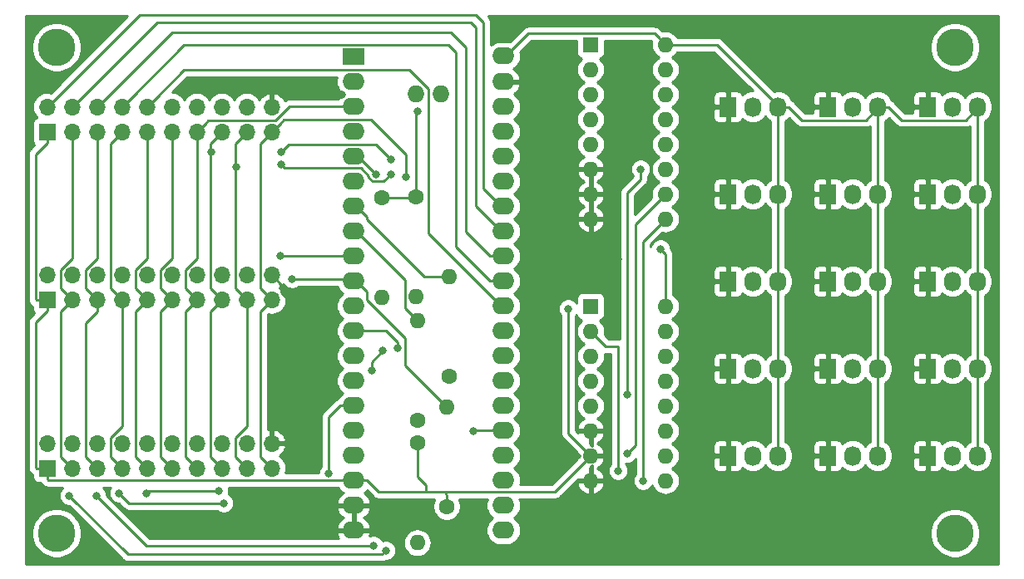
<source format=gbr>
G04 #@! TF.GenerationSoftware,KiCad,Pcbnew,5.1.4-e60b266~84~ubuntu18.04.1*
G04 #@! TF.CreationDate,2019-09-03T19:43:04+02:00*
G04 #@! TF.ProjectId,xfaders,78666164-6572-4732-9e6b-696361645f70,rev?*
G04 #@! TF.SameCoordinates,Original*
G04 #@! TF.FileFunction,Copper,L1,Top*
G04 #@! TF.FilePolarity,Positive*
%FSLAX46Y46*%
G04 Gerber Fmt 4.6, Leading zero omitted, Abs format (unit mm)*
G04 Created by KiCad (PCBNEW 5.1.4-e60b266~84~ubuntu18.04.1) date 2019-09-03 19:43:04*
%MOMM*%
%LPD*%
G04 APERTURE LIST*
%ADD10C,3.800000*%
%ADD11O,1.600000X1.600000*%
%ADD12C,1.600000*%
%ADD13R,1.730000X2.030000*%
%ADD14O,1.730000X2.030000*%
%ADD15R,2.250000X1.727200*%
%ADD16O,2.250000X1.727200*%
%ADD17O,1.727200X1.727200*%
%ADD18R,1.600000X1.600000*%
%ADD19R,1.700000X1.700000*%
%ADD20O,1.700000X1.700000*%
%ADD21C,0.800000*%
%ADD22C,0.250000*%
%ADD23C,0.254000*%
G04 APERTURE END LIST*
D10*
X73914000Y-62484000D03*
X73914000Y-112014000D03*
X165354000Y-112014000D03*
X165354000Y-62484000D03*
D11*
X110637320Y-113004600D03*
D12*
X110637320Y-102844600D03*
D11*
X110525560Y-87924640D03*
D12*
X110525560Y-77764640D03*
D11*
X113629440Y-99136200D03*
D12*
X113629440Y-109296200D03*
D11*
X107010200Y-87970360D03*
D12*
X107010200Y-77810360D03*
D11*
X110637320Y-90352880D03*
D12*
X110637320Y-100512880D03*
D11*
X113903760Y-85907880D03*
D12*
X113903760Y-96067880D03*
D13*
X142240000Y-68580000D03*
D14*
X144780000Y-68580000D03*
X147320000Y-68580000D03*
X157480000Y-68580000D03*
X154940000Y-68580000D03*
D13*
X152400000Y-68580000D03*
X162560000Y-68580000D03*
D14*
X165100000Y-68580000D03*
X167640000Y-68580000D03*
X147320000Y-77470000D03*
X144780000Y-77470000D03*
D13*
X142240000Y-77470000D03*
X152400000Y-77470000D03*
D14*
X154940000Y-77470000D03*
X157480000Y-77470000D03*
X167640000Y-77470000D03*
X165100000Y-77470000D03*
D13*
X162560000Y-77470000D03*
X142240000Y-86360000D03*
D14*
X144780000Y-86360000D03*
X147320000Y-86360000D03*
D13*
X152400000Y-86360000D03*
D14*
X154940000Y-86360000D03*
X157480000Y-86360000D03*
X167640000Y-86360000D03*
X165100000Y-86360000D03*
D13*
X162560000Y-86360000D03*
X142240000Y-95250000D03*
D14*
X144780000Y-95250000D03*
X147320000Y-95250000D03*
X157480000Y-95250000D03*
X154940000Y-95250000D03*
D13*
X152400000Y-95250000D03*
X162560000Y-95250000D03*
D14*
X165100000Y-95250000D03*
X167640000Y-95250000D03*
X147320000Y-104140000D03*
X144780000Y-104140000D03*
D13*
X142240000Y-104140000D03*
X152400000Y-104140000D03*
D14*
X154940000Y-104140000D03*
X157480000Y-104140000D03*
X167640000Y-104140000D03*
X165100000Y-104140000D03*
D13*
X162560000Y-104140000D03*
D15*
X104140000Y-63449200D03*
D16*
X104140000Y-65989200D03*
X104140000Y-68529200D03*
X104140000Y-71069200D03*
X104140000Y-73609200D03*
X104140000Y-76149200D03*
X104140000Y-78689200D03*
X104140000Y-81229200D03*
X104140000Y-83769200D03*
X104140000Y-86309200D03*
X104140000Y-88849200D03*
X104140000Y-91389200D03*
X104140000Y-93929200D03*
X104140000Y-96469200D03*
X104140000Y-99009200D03*
X104140000Y-101549200D03*
X104140000Y-104089200D03*
X104140000Y-106629200D03*
X104140000Y-109169200D03*
X104140000Y-111709200D03*
X119380000Y-111709200D03*
X119380000Y-109169200D03*
X119380000Y-106629200D03*
X119380000Y-104089200D03*
X119380000Y-101549200D03*
X119380000Y-99009200D03*
X119380000Y-96469200D03*
X119380000Y-93929200D03*
X119380000Y-91389200D03*
X119380000Y-88849200D03*
X119380000Y-86309200D03*
X119380000Y-83769200D03*
X119380000Y-81229200D03*
X119380000Y-78689200D03*
X119380000Y-76149200D03*
X119380000Y-73609200D03*
X119380000Y-71069200D03*
X119380000Y-68529200D03*
X119380000Y-65989200D03*
X119380000Y-63398400D03*
D17*
X113040000Y-67259200D03*
X110500000Y-67259200D03*
D18*
X128270000Y-88900000D03*
D11*
X135890000Y-106680000D03*
X128270000Y-91440000D03*
X135890000Y-104140000D03*
X128270000Y-93980000D03*
X135890000Y-101600000D03*
X128270000Y-96520000D03*
X135890000Y-99060000D03*
X128270000Y-99060000D03*
X135890000Y-96520000D03*
X128270000Y-101600000D03*
X135890000Y-93980000D03*
X128270000Y-104140000D03*
X135890000Y-91440000D03*
X128270000Y-106680000D03*
X135890000Y-88900000D03*
X135890000Y-62230000D03*
X128270000Y-80010000D03*
X135890000Y-64770000D03*
X128270000Y-77470000D03*
X135890000Y-67310000D03*
X128270000Y-74930000D03*
X135890000Y-69850000D03*
X128270000Y-72390000D03*
X135890000Y-72390000D03*
X128270000Y-69850000D03*
X135890000Y-74930000D03*
X128270000Y-67310000D03*
X135890000Y-77470000D03*
X128270000Y-64770000D03*
X135890000Y-80010000D03*
D18*
X128270000Y-62230000D03*
D19*
X72945001Y-105410000D03*
D20*
X72945001Y-102870000D03*
X75485001Y-105410000D03*
X75485001Y-102870000D03*
X78025001Y-105410000D03*
X78025001Y-102870000D03*
X80565001Y-105410000D03*
X80565001Y-102870000D03*
X83105001Y-105410000D03*
X83105001Y-102870000D03*
X85645001Y-105410000D03*
X85645001Y-102870000D03*
X88185001Y-105410000D03*
X88185001Y-102870000D03*
X90725001Y-105410000D03*
X90725001Y-102870000D03*
X93265001Y-105410000D03*
X93265001Y-102870000D03*
X95805001Y-105410000D03*
X95805001Y-102870000D03*
X95805001Y-85725000D03*
X95805001Y-88265000D03*
X93265001Y-85725000D03*
X93265001Y-88265000D03*
X90725001Y-85725000D03*
X90725001Y-88265000D03*
X88185001Y-85725000D03*
X88185001Y-88265000D03*
X85645001Y-85725000D03*
X85645001Y-88265000D03*
X83105001Y-85725000D03*
X83105001Y-88265000D03*
X80565001Y-85725000D03*
X80565001Y-88265000D03*
X78025001Y-85725000D03*
X78025001Y-88265000D03*
X75485001Y-85725000D03*
X75485001Y-88265000D03*
X72945001Y-85725000D03*
D19*
X72945001Y-88265000D03*
X72945001Y-71120000D03*
D20*
X72945001Y-68580000D03*
X75485001Y-71120000D03*
X75485001Y-68580000D03*
X78025001Y-71120000D03*
X78025001Y-68580000D03*
X80565001Y-71120000D03*
X80565001Y-68580000D03*
X83105001Y-71120000D03*
X83105001Y-68580000D03*
X85645001Y-71120000D03*
X85645001Y-68580000D03*
X88185001Y-71120000D03*
X88185001Y-68580000D03*
X90725001Y-71120000D03*
X90725001Y-68580000D03*
X93265001Y-71120000D03*
X93265001Y-68580000D03*
X95805001Y-71120000D03*
X95805001Y-68580000D03*
D21*
X133350000Y-74930000D03*
X132004846Y-97865154D03*
X131959497Y-103917505D03*
X135382000Y-83058000D03*
X110662720Y-69001640D03*
X125984000Y-89154000D03*
X131064000Y-105664000D03*
X133604000Y-106680000D03*
X106426000Y-75438000D03*
X102977144Y-67376159D03*
X131064000Y-84074000D03*
X137414000Y-84074000D03*
X107442000Y-113792000D03*
X75184000Y-108204000D03*
X106172000Y-113284000D03*
X77978000Y-108204000D03*
X101600000Y-105904200D03*
X90932000Y-108966000D03*
X80264000Y-107950000D03*
X90424000Y-107696000D03*
X83058000Y-107950000D03*
X116332000Y-101600000D03*
X107950000Y-73914000D03*
X96774000Y-73152000D03*
X89662000Y-73152000D03*
X105991247Y-95430753D03*
X107137200Y-93451680D03*
X107950000Y-75438000D03*
X96774000Y-74422000D03*
X92202000Y-74676000D03*
X109474000Y-75692000D03*
X97896680Y-86111080D03*
X96707960Y-83769200D03*
X108645960Y-93157040D03*
D22*
X133350000Y-74930000D02*
X133350000Y-75946000D01*
X133350000Y-75946000D02*
X132004846Y-77291154D01*
X132004846Y-77291154D02*
X132004846Y-97865154D01*
X135890000Y-77470000D02*
X132842000Y-80518000D01*
X132842000Y-80518000D02*
X132842000Y-103035002D01*
X132842000Y-103035002D02*
X131959497Y-103917505D01*
X167640000Y-68580000D02*
X167640000Y-77470000D01*
X167640000Y-77470000D02*
X167640000Y-86360000D01*
X167640000Y-87625000D02*
X167640000Y-95250000D01*
X167640000Y-86360000D02*
X167640000Y-87625000D01*
X167640000Y-95250000D02*
X167640000Y-104140000D01*
X157480000Y-104140000D02*
X157480000Y-95250000D01*
X157480000Y-93985000D02*
X157480000Y-86360000D01*
X157480000Y-95250000D02*
X157480000Y-93985000D01*
X157480000Y-86360000D02*
X157480000Y-77470000D01*
X157480000Y-76205000D02*
X157480000Y-68580000D01*
X157480000Y-77470000D02*
X157480000Y-76205000D01*
X147320000Y-69845000D02*
X147320000Y-77470000D01*
X147320000Y-68580000D02*
X147320000Y-69845000D01*
X147320000Y-77470000D02*
X147320000Y-86360000D01*
X147320000Y-87625000D02*
X147320000Y-95250000D01*
X147320000Y-86360000D02*
X147320000Y-87625000D01*
X147320000Y-96515000D02*
X147320000Y-104140000D01*
X147320000Y-95250000D02*
X147320000Y-96515000D01*
X71845001Y-88265000D02*
X72945001Y-88265000D01*
X71770000Y-88189999D02*
X71845001Y-88265000D01*
X71770000Y-73395001D02*
X71770000Y-88189999D01*
X72945001Y-72220000D02*
X71770000Y-73395001D01*
X72945001Y-71120000D02*
X72945001Y-72220000D01*
X71770000Y-105334999D02*
X71845001Y-105410000D01*
X71770000Y-90540001D02*
X71770000Y-105334999D01*
X72945001Y-89365000D02*
X71770000Y-90540001D01*
X71845001Y-105410000D02*
X72945001Y-105410000D01*
X72945001Y-88265000D02*
X72945001Y-89365000D01*
X135090001Y-61430001D02*
X135890000Y-62230000D01*
X134764999Y-61104999D02*
X135090001Y-61430001D01*
X121934801Y-61104999D02*
X134764999Y-61104999D01*
X119641400Y-63398400D02*
X121934801Y-61104999D01*
X119380000Y-63398400D02*
X119641400Y-63398400D01*
X135890000Y-88900000D02*
X135890000Y-83566000D01*
X135890000Y-83566000D02*
X135382000Y-83058000D01*
X124592190Y-107817810D02*
X127470001Y-104939999D01*
X127470001Y-104939999D02*
X128270000Y-104140000D01*
X105515000Y-106629200D02*
X106703610Y-107817810D01*
X104140000Y-106629200D02*
X105515000Y-106629200D01*
X72945001Y-106510000D02*
X72945001Y-105410000D01*
X73064201Y-106629200D02*
X72945001Y-106510000D01*
X104140000Y-106629200D02*
X73064201Y-106629200D01*
X110479840Y-77810360D02*
X110525560Y-77764640D01*
X107010200Y-77810360D02*
X110479840Y-77810360D01*
X110525560Y-77764640D02*
X110525560Y-69138800D01*
X110525560Y-69138800D02*
X110662720Y-69001640D01*
X113507410Y-108042800D02*
X113507410Y-107817810D01*
X113629440Y-109296200D02*
X113629440Y-108164830D01*
X113629440Y-108164830D02*
X113507410Y-108042800D01*
X113507410Y-107817810D02*
X124592190Y-107817810D01*
X111470330Y-107137090D02*
X111470330Y-107817810D01*
X110637320Y-106304080D02*
X111470330Y-107137090D01*
X110637320Y-102844600D02*
X110637320Y-106304080D01*
X106703610Y-107817810D02*
X111470330Y-107817810D01*
X111470330Y-107817810D02*
X113507410Y-107817810D01*
X157480000Y-68730000D02*
X157480000Y-68580000D01*
X156289990Y-69920010D02*
X157480000Y-68730000D01*
X149775010Y-69920010D02*
X156289990Y-69920010D01*
X148435000Y-68580000D02*
X149775010Y-69920010D01*
X147320000Y-68580000D02*
X148435000Y-68580000D01*
X167640000Y-68730000D02*
X167640000Y-68580000D01*
X166449990Y-69920010D02*
X167640000Y-68730000D01*
X159935010Y-69920010D02*
X166449990Y-69920010D01*
X158595000Y-68580000D02*
X159935010Y-69920010D01*
X157480000Y-68580000D02*
X158595000Y-68580000D01*
X137021370Y-62230000D02*
X135890000Y-62230000D01*
X141120000Y-62230000D02*
X137021370Y-62230000D01*
X147320000Y-68430000D02*
X141120000Y-62230000D01*
X147320000Y-68580000D02*
X147320000Y-68430000D01*
X125984000Y-101854000D02*
X128270000Y-104140000D01*
X125984000Y-89154000D02*
X125984000Y-101854000D01*
X131064000Y-105664000D02*
X131064000Y-92964000D01*
X129794000Y-92964000D02*
X128270000Y-91440000D01*
X131064000Y-92964000D02*
X129794000Y-92964000D01*
X135890000Y-80010000D02*
X133604000Y-82296000D01*
X133604000Y-82296000D02*
X133604000Y-106680000D01*
X104597200Y-73609200D02*
X104140000Y-73609200D01*
X106426000Y-75438000D02*
X104597200Y-73609200D01*
X95805001Y-85725000D02*
X96694001Y-86614000D01*
X96694001Y-86614000D02*
X96774000Y-86614000D01*
X96774000Y-87494997D02*
X98433003Y-89154000D01*
X96774000Y-86614000D02*
X96774000Y-87494997D01*
X82343001Y-59182000D02*
X72945001Y-68580000D01*
X116586000Y-59182000D02*
X82343001Y-59182000D01*
X117348000Y-59944000D02*
X116586000Y-59182000D01*
X117348000Y-76918600D02*
X117348000Y-59944000D01*
X119380000Y-78689200D02*
X119118600Y-78689200D01*
X119118600Y-78689200D02*
X117348000Y-76918600D01*
X74635002Y-87415001D02*
X75485001Y-88265000D01*
X74310000Y-87089999D02*
X74635002Y-87415001D01*
X74310000Y-85160999D02*
X74310000Y-87089999D01*
X75485001Y-83985998D02*
X74310000Y-85160999D01*
X75485001Y-71120000D02*
X75485001Y-83985998D01*
X74635002Y-104560001D02*
X75485001Y-105410000D01*
X74310000Y-104234999D02*
X74635002Y-104560001D01*
X74310000Y-89440001D02*
X74310000Y-104234999D01*
X75485001Y-88265000D02*
X74310000Y-89440001D01*
X81171999Y-114191999D02*
X75184000Y-108204000D01*
X107442000Y-113792000D02*
X107042001Y-114191999D01*
X107042001Y-114191999D02*
X81171999Y-114191999D01*
X119118600Y-81229200D02*
X116586000Y-78696600D01*
X119380000Y-81229200D02*
X119118600Y-81229200D01*
X116586000Y-78696600D02*
X116586000Y-60452000D01*
X116586000Y-60452000D02*
X116078000Y-59944000D01*
X84121001Y-59944000D02*
X75485001Y-68580000D01*
X116078000Y-59944000D02*
X84121001Y-59944000D01*
X77175002Y-87415001D02*
X78025001Y-88265000D01*
X76850000Y-87089999D02*
X77175002Y-87415001D01*
X76850000Y-85160999D02*
X76850000Y-87089999D01*
X78025001Y-83985998D02*
X76850000Y-85160999D01*
X78025001Y-71120000D02*
X78025001Y-83985998D01*
X77175002Y-104560001D02*
X78025001Y-105410000D01*
X76850000Y-104234999D02*
X77175002Y-104560001D01*
X76850000Y-90642082D02*
X76850000Y-104234999D01*
X78025001Y-89467081D02*
X76850000Y-90642082D01*
X78025001Y-88265000D02*
X78025001Y-89467081D01*
X106172000Y-113284000D02*
X83058000Y-113284000D01*
X83058000Y-113284000D02*
X77978000Y-108204000D01*
X119380000Y-83769200D02*
X118005000Y-83769200D01*
X118005000Y-83769200D02*
X115570000Y-81334200D01*
X115570000Y-81334200D02*
X115570000Y-62484000D01*
X85645001Y-60960000D02*
X78875000Y-67730001D01*
X115570000Y-62484000D02*
X114046000Y-60960000D01*
X78875000Y-67730001D02*
X78025001Y-68580000D01*
X114046000Y-60960000D02*
X85645001Y-60960000D01*
X79715002Y-87415001D02*
X80565001Y-88265000D01*
X79390000Y-87089999D02*
X79715002Y-87415001D01*
X79390000Y-72295001D02*
X79390000Y-87089999D01*
X80565001Y-71120000D02*
X79390000Y-72295001D01*
X79390000Y-104234999D02*
X79715002Y-104560001D01*
X79390000Y-102305999D02*
X79390000Y-104234999D01*
X80565001Y-101130998D02*
X79390000Y-102305999D01*
X79715002Y-104560001D02*
X80565001Y-105410000D01*
X80565001Y-88265000D02*
X80565001Y-101130998D01*
X101600000Y-100174200D02*
X101600000Y-105904200D01*
X104140000Y-99009200D02*
X102765000Y-99009200D01*
X102765000Y-99009200D02*
X101600000Y-100174200D01*
X90932000Y-108966000D02*
X81280000Y-108966000D01*
X81280000Y-108966000D02*
X80264000Y-107950000D01*
X118005000Y-86309200D02*
X114554000Y-82858200D01*
X119380000Y-86309200D02*
X118005000Y-86309200D01*
X114554000Y-82858200D02*
X114554000Y-62992000D01*
X81415000Y-67730001D02*
X80565001Y-68580000D01*
X86884402Y-62260599D02*
X81415000Y-67730001D01*
X113822599Y-62260599D02*
X86884402Y-62260599D01*
X114554000Y-62992000D02*
X113822599Y-62260599D01*
X82255002Y-87415001D02*
X83105001Y-88265000D01*
X81930000Y-87089999D02*
X82255002Y-87415001D01*
X81930000Y-85160999D02*
X81930000Y-87089999D01*
X83105001Y-83985998D02*
X81930000Y-85160999D01*
X83105001Y-71120000D02*
X83105001Y-83985998D01*
X82255002Y-104560001D02*
X83105001Y-105410000D01*
X81930000Y-104234999D02*
X82255002Y-104560001D01*
X81930000Y-89440001D02*
X81930000Y-104234999D01*
X83105001Y-88265000D02*
X81930000Y-89440001D01*
X90424000Y-107696000D02*
X83312000Y-107696000D01*
X83312000Y-107696000D02*
X83058000Y-107950000D01*
X119118600Y-88849200D02*
X111760000Y-81490600D01*
X119380000Y-88849200D02*
X119118600Y-88849200D01*
X83955000Y-67730001D02*
X83105001Y-68580000D01*
X109800520Y-64800590D02*
X86884411Y-64800590D01*
X111760000Y-66760070D02*
X109800520Y-64800590D01*
X86884411Y-64800590D02*
X83955000Y-67730001D01*
X111760000Y-81490600D02*
X111760000Y-66760070D01*
X84470000Y-87089999D02*
X84795002Y-87415001D01*
X84795002Y-87415001D02*
X85645001Y-88265000D01*
X84470000Y-85160999D02*
X84470000Y-87089999D01*
X85645001Y-83985998D02*
X84470000Y-85160999D01*
X85645001Y-71120000D02*
X85645001Y-83985998D01*
X84795002Y-104560001D02*
X85645001Y-105410000D01*
X84470000Y-104234999D02*
X84795002Y-104560001D01*
X84470000Y-89440001D02*
X84470000Y-104234999D01*
X85645001Y-88265000D02*
X84470000Y-89440001D01*
X119380000Y-101549200D02*
X116382800Y-101549200D01*
X116382800Y-101549200D02*
X116332000Y-101600000D01*
X87335002Y-87415001D02*
X88185001Y-88265000D01*
X87010000Y-87089999D02*
X87335002Y-87415001D01*
X87010000Y-85160999D02*
X87010000Y-87089999D01*
X88185001Y-83985998D02*
X87010000Y-85160999D01*
X88185001Y-71120000D02*
X88185001Y-83985998D01*
X87335002Y-104560001D02*
X88185001Y-105410000D01*
X87010000Y-104234999D02*
X87335002Y-104560001D01*
X87010000Y-89440001D02*
X87010000Y-104234999D01*
X88185001Y-88265000D02*
X87010000Y-89440001D01*
X89035000Y-70270001D02*
X88185001Y-71120000D01*
X89360002Y-69944999D02*
X89035000Y-70270001D01*
X96179004Y-69944999D02*
X89360002Y-69944999D01*
X97594803Y-68529200D02*
X96179004Y-69944999D01*
X104140000Y-68529200D02*
X97594803Y-68529200D01*
X104401400Y-78689200D02*
X104140000Y-78689200D01*
X105515000Y-80064200D02*
X105515000Y-79802800D01*
X105515000Y-79802800D02*
X104401400Y-78689200D01*
X111358680Y-85907880D02*
X105515000Y-80064200D01*
X113903760Y-85907880D02*
X111358680Y-85907880D01*
X89550000Y-87089999D02*
X89875002Y-87415001D01*
X89550000Y-72295001D02*
X89550000Y-87089999D01*
X89875002Y-87415001D02*
X90725001Y-88265000D01*
X90725001Y-71120000D02*
X89550000Y-72295001D01*
X89875002Y-104560001D02*
X90725001Y-105410000D01*
X89550000Y-104234999D02*
X89875002Y-104560001D01*
X89550000Y-89440001D02*
X89550000Y-104234999D01*
X90725001Y-88265000D02*
X89550000Y-89440001D01*
X97505410Y-72420590D02*
X96774000Y-73152000D01*
X107950000Y-73914000D02*
X106456590Y-72420590D01*
X106456590Y-72420590D02*
X97505410Y-72420590D01*
X109837321Y-89552881D02*
X110637320Y-90352880D01*
X109400559Y-89116119D02*
X109837321Y-89552881D01*
X109400559Y-86228359D02*
X109400559Y-89116119D01*
X104401400Y-81229200D02*
X109400559Y-86228359D01*
X104140000Y-81229200D02*
X104401400Y-81229200D01*
X105991247Y-95430753D02*
X105991247Y-94597633D01*
X105991247Y-94597633D02*
X107137200Y-93451680D01*
X92090000Y-72295001D02*
X92090000Y-87089999D01*
X92415002Y-87415001D02*
X93265001Y-88265000D01*
X92090000Y-87089999D02*
X92415002Y-87415001D01*
X93265001Y-71120000D02*
X92090000Y-72295001D01*
X92090000Y-104234999D02*
X92415002Y-104560001D01*
X92415002Y-104560001D02*
X93265001Y-105410000D01*
X92090000Y-102305999D02*
X92090000Y-104234999D01*
X93265001Y-101130998D02*
X92090000Y-102305999D01*
X93265001Y-88265000D02*
X93265001Y-101130998D01*
X107950000Y-75438000D02*
X107224999Y-76163001D01*
X107224999Y-76163001D02*
X106077999Y-76163001D01*
X106077999Y-76163001D02*
X105700999Y-75786001D01*
X97149810Y-74797810D02*
X96774000Y-74422000D01*
X105700999Y-75786001D02*
X105700999Y-75605071D01*
X105700999Y-75605071D02*
X104893738Y-74797810D01*
X104893738Y-74797810D02*
X97149810Y-74797810D01*
X94955002Y-87415001D02*
X95805001Y-88265000D01*
X94630000Y-87089999D02*
X94955002Y-87415001D01*
X94630000Y-72295001D02*
X94630000Y-87089999D01*
X95805001Y-71120000D02*
X94630000Y-72295001D01*
X94955002Y-104560001D02*
X95805001Y-105410000D01*
X94630000Y-104234999D02*
X94955002Y-104560001D01*
X94630000Y-89440001D02*
X94630000Y-104234999D01*
X95805001Y-88265000D02*
X94630000Y-89440001D01*
X96655000Y-70270001D02*
X95805001Y-71120000D01*
X97044411Y-69880590D02*
X96655000Y-70270001D01*
X105948590Y-69880590D02*
X97044411Y-69880590D01*
X109474000Y-73406000D02*
X105948590Y-69880590D01*
X109474000Y-75692000D02*
X109474000Y-73406000D01*
X103941880Y-86111080D02*
X104140000Y-86309200D01*
X97896680Y-86111080D02*
X103941880Y-86111080D01*
X105515000Y-87422800D02*
X105515000Y-88281852D01*
X105515000Y-88281852D02*
X109413040Y-92179892D01*
X104140000Y-86309200D02*
X104401400Y-86309200D01*
X104401400Y-86309200D02*
X105515000Y-87422800D01*
X109413040Y-94919800D02*
X113629440Y-99136200D01*
X109413040Y-92179892D02*
X109413040Y-94919800D01*
X104140000Y-83769200D02*
X96707960Y-83769200D01*
X105515000Y-91389200D02*
X104140000Y-91389200D01*
X108645960Y-92591355D02*
X107443805Y-91389200D01*
X107443805Y-91389200D02*
X105515000Y-91389200D01*
X108645960Y-93157040D02*
X108645960Y-92591355D01*
D23*
G36*
X73310997Y-67139203D02*
G01*
X73236112Y-67116487D01*
X73017951Y-67095000D01*
X72872051Y-67095000D01*
X72653890Y-67116487D01*
X72373967Y-67201401D01*
X72115987Y-67339294D01*
X71889867Y-67524866D01*
X71704295Y-67750986D01*
X71566402Y-68008966D01*
X71481488Y-68288889D01*
X71452816Y-68580000D01*
X71481488Y-68871111D01*
X71566402Y-69151034D01*
X71704295Y-69409014D01*
X71889867Y-69635134D01*
X71919688Y-69659607D01*
X71850821Y-69680498D01*
X71740507Y-69739463D01*
X71643816Y-69818815D01*
X71564464Y-69915506D01*
X71505499Y-70025820D01*
X71469189Y-70145518D01*
X71456929Y-70270000D01*
X71456929Y-71970000D01*
X71469189Y-72094482D01*
X71505499Y-72214180D01*
X71564464Y-72324494D01*
X71643816Y-72421185D01*
X71657656Y-72432543D01*
X71259003Y-72831197D01*
X71229999Y-72855000D01*
X71197175Y-72894997D01*
X71135026Y-72970725D01*
X71082390Y-73069199D01*
X71064454Y-73102755D01*
X71020997Y-73246016D01*
X71010000Y-73357669D01*
X71010000Y-73357679D01*
X71006324Y-73395001D01*
X71010000Y-73432323D01*
X71010001Y-88152667D01*
X71006324Y-88189999D01*
X71010001Y-88227332D01*
X71020998Y-88338985D01*
X71029532Y-88367117D01*
X71064454Y-88482245D01*
X71135026Y-88614275D01*
X71197992Y-88690998D01*
X71230000Y-88730000D01*
X71258996Y-88753796D01*
X71281200Y-88776001D01*
X71305000Y-88805001D01*
X71420725Y-88899974D01*
X71456929Y-88919326D01*
X71456929Y-89115000D01*
X71469189Y-89239482D01*
X71505499Y-89359180D01*
X71564464Y-89469494D01*
X71643816Y-89566185D01*
X71657656Y-89577543D01*
X71259003Y-89976197D01*
X71229999Y-90000000D01*
X71180239Y-90060633D01*
X71135026Y-90115725D01*
X71087899Y-90203893D01*
X71064454Y-90247755D01*
X71020997Y-90391016D01*
X71010000Y-90502669D01*
X71010000Y-90502679D01*
X71006324Y-90540001D01*
X71010000Y-90577323D01*
X71010001Y-105297667D01*
X71006324Y-105334999D01*
X71010001Y-105372332D01*
X71019836Y-105472182D01*
X71020998Y-105483984D01*
X71064454Y-105627245D01*
X71135026Y-105759275D01*
X71206201Y-105846001D01*
X71230000Y-105875000D01*
X71258996Y-105898796D01*
X71281200Y-105921001D01*
X71305000Y-105950001D01*
X71420725Y-106044974D01*
X71456929Y-106064326D01*
X71456929Y-106260000D01*
X71469189Y-106384482D01*
X71505499Y-106504180D01*
X71564464Y-106614494D01*
X71643816Y-106711185D01*
X71740507Y-106790537D01*
X71850821Y-106849502D01*
X71970519Y-106885812D01*
X72095001Y-106898072D01*
X72290675Y-106898072D01*
X72310027Y-106934276D01*
X72349110Y-106981898D01*
X72405000Y-107050001D01*
X72434004Y-107073804D01*
X72500397Y-107140197D01*
X72524200Y-107169201D01*
X72639925Y-107264174D01*
X72771954Y-107334746D01*
X72915215Y-107378203D01*
X73026868Y-107389200D01*
X73026878Y-107389200D01*
X73064200Y-107392876D01*
X73101523Y-107389200D01*
X74540484Y-107389200D01*
X74524226Y-107400063D01*
X74380063Y-107544226D01*
X74266795Y-107713744D01*
X74188774Y-107902102D01*
X74149000Y-108102061D01*
X74149000Y-108305939D01*
X74188774Y-108505898D01*
X74266795Y-108694256D01*
X74380063Y-108863774D01*
X74524226Y-109007937D01*
X74693744Y-109121205D01*
X74882102Y-109199226D01*
X75082061Y-109239000D01*
X75144199Y-109239000D01*
X80608204Y-114703007D01*
X80631998Y-114732000D01*
X80660991Y-114755794D01*
X80660995Y-114755798D01*
X80699291Y-114787226D01*
X80747723Y-114826973D01*
X80879752Y-114897545D01*
X81023013Y-114941002D01*
X81134666Y-114951999D01*
X81134675Y-114951999D01*
X81171998Y-114955675D01*
X81209321Y-114951999D01*
X107004679Y-114951999D01*
X107042001Y-114955675D01*
X107079323Y-114951999D01*
X107079334Y-114951999D01*
X107190987Y-114941002D01*
X107334248Y-114897545D01*
X107466226Y-114827000D01*
X107543939Y-114827000D01*
X107743898Y-114787226D01*
X107932256Y-114709205D01*
X108101774Y-114595937D01*
X108245937Y-114451774D01*
X108359205Y-114282256D01*
X108437226Y-114093898D01*
X108477000Y-113893939D01*
X108477000Y-113690061D01*
X108437226Y-113490102D01*
X108359205Y-113301744D01*
X108245937Y-113132226D01*
X108118311Y-113004600D01*
X109195377Y-113004600D01*
X109223084Y-113285909D01*
X109305138Y-113556408D01*
X109438388Y-113805701D01*
X109617712Y-114024208D01*
X109836219Y-114203532D01*
X110085512Y-114336782D01*
X110356011Y-114418836D01*
X110566828Y-114439600D01*
X110707812Y-114439600D01*
X110918629Y-114418836D01*
X111189128Y-114336782D01*
X111438421Y-114203532D01*
X111656928Y-114024208D01*
X111836252Y-113805701D01*
X111969502Y-113556408D01*
X112051556Y-113285909D01*
X112079263Y-113004600D01*
X112051556Y-112723291D01*
X111969502Y-112452792D01*
X111836252Y-112203499D01*
X111656928Y-111984992D01*
X111438421Y-111805668D01*
X111189128Y-111672418D01*
X110918629Y-111590364D01*
X110707812Y-111569600D01*
X110566828Y-111569600D01*
X110356011Y-111590364D01*
X110085512Y-111672418D01*
X109836219Y-111805668D01*
X109617712Y-111984992D01*
X109438388Y-112203499D01*
X109305138Y-112452792D01*
X109223084Y-112723291D01*
X109195377Y-113004600D01*
X108118311Y-113004600D01*
X108101774Y-112988063D01*
X107932256Y-112874795D01*
X107743898Y-112796774D01*
X107543939Y-112757000D01*
X107340061Y-112757000D01*
X107140102Y-112796774D01*
X107097730Y-112814325D01*
X107089205Y-112793744D01*
X106975937Y-112624226D01*
X106831774Y-112480063D01*
X106662256Y-112366795D01*
X106473898Y-112288774D01*
X106273939Y-112249000D01*
X106070061Y-112249000D01*
X105870102Y-112288774D01*
X105762191Y-112333473D01*
X105834527Y-112165357D01*
X105856358Y-112068226D01*
X105735217Y-111836200D01*
X104267000Y-111836200D01*
X104267000Y-111856200D01*
X104013000Y-111856200D01*
X104013000Y-111836200D01*
X102544783Y-111836200D01*
X102423642Y-112068226D01*
X102445473Y-112165357D01*
X102562002Y-112436181D01*
X102622428Y-112524000D01*
X83372802Y-112524000D01*
X79013000Y-108164199D01*
X79013000Y-108102061D01*
X78973226Y-107902102D01*
X78895205Y-107713744D01*
X78781937Y-107544226D01*
X78637774Y-107400063D01*
X78621516Y-107389200D01*
X79393931Y-107389200D01*
X79346795Y-107459744D01*
X79268774Y-107648102D01*
X79229000Y-107848061D01*
X79229000Y-108051939D01*
X79268774Y-108251898D01*
X79346795Y-108440256D01*
X79460063Y-108609774D01*
X79604226Y-108753937D01*
X79773744Y-108867205D01*
X79962102Y-108945226D01*
X80162061Y-108985000D01*
X80224199Y-108985000D01*
X80716201Y-109477003D01*
X80739999Y-109506001D01*
X80768997Y-109529799D01*
X80855723Y-109600974D01*
X80987753Y-109671546D01*
X81131014Y-109715003D01*
X81242667Y-109726000D01*
X81242677Y-109726000D01*
X81280000Y-109729676D01*
X81317322Y-109726000D01*
X90228289Y-109726000D01*
X90272226Y-109769937D01*
X90441744Y-109883205D01*
X90630102Y-109961226D01*
X90830061Y-110001000D01*
X91033939Y-110001000D01*
X91233898Y-109961226D01*
X91422256Y-109883205D01*
X91591774Y-109769937D01*
X91735937Y-109625774D01*
X91801116Y-109528226D01*
X102423642Y-109528226D01*
X102445473Y-109625357D01*
X102562002Y-109896181D01*
X102729127Y-110139068D01*
X102940426Y-110344683D01*
X103086142Y-110439200D01*
X102940426Y-110533717D01*
X102729127Y-110739332D01*
X102562002Y-110982219D01*
X102445473Y-111253043D01*
X102423642Y-111350174D01*
X102544783Y-111582200D01*
X104013000Y-111582200D01*
X104013000Y-109296200D01*
X104267000Y-109296200D01*
X104267000Y-111582200D01*
X105735217Y-111582200D01*
X105856358Y-111350174D01*
X105834527Y-111253043D01*
X105717998Y-110982219D01*
X105550873Y-110739332D01*
X105339574Y-110533717D01*
X105193858Y-110439200D01*
X105339574Y-110344683D01*
X105550873Y-110139068D01*
X105717998Y-109896181D01*
X105834527Y-109625357D01*
X105856358Y-109528226D01*
X105735217Y-109296200D01*
X104267000Y-109296200D01*
X104013000Y-109296200D01*
X102544783Y-109296200D01*
X102423642Y-109528226D01*
X91801116Y-109528226D01*
X91849205Y-109456256D01*
X91927226Y-109267898D01*
X91967000Y-109067939D01*
X91967000Y-108864061D01*
X91927226Y-108664102D01*
X91849205Y-108475744D01*
X91735937Y-108306226D01*
X91591774Y-108162063D01*
X91422256Y-108048795D01*
X91401675Y-108040270D01*
X91419226Y-107997898D01*
X91459000Y-107797939D01*
X91459000Y-107594061D01*
X91419226Y-107394102D01*
X91417196Y-107389200D01*
X102585584Y-107389200D01*
X102626531Y-107465806D01*
X102813803Y-107693997D01*
X103041994Y-107881269D01*
X103081353Y-107902307D01*
X102940426Y-107993717D01*
X102729127Y-108199332D01*
X102562002Y-108442219D01*
X102445473Y-108713043D01*
X102423642Y-108810174D01*
X102544783Y-109042200D01*
X104013000Y-109042200D01*
X104013000Y-109022200D01*
X104267000Y-109022200D01*
X104267000Y-109042200D01*
X105735217Y-109042200D01*
X105856358Y-108810174D01*
X105834527Y-108713043D01*
X105717998Y-108442219D01*
X105550873Y-108199332D01*
X105339574Y-107993717D01*
X105198647Y-107902307D01*
X105238006Y-107881269D01*
X105466197Y-107693997D01*
X105483685Y-107672687D01*
X106139815Y-108328818D01*
X106163609Y-108357811D01*
X106192602Y-108381605D01*
X106192606Y-108381609D01*
X106216900Y-108401546D01*
X106279334Y-108452784D01*
X106411363Y-108523356D01*
X106554624Y-108566813D01*
X106666277Y-108577810D01*
X106666286Y-108577810D01*
X106703609Y-108581486D01*
X106740932Y-108577810D01*
X111432997Y-108577810D01*
X111470330Y-108581487D01*
X111507663Y-108577810D01*
X112383594Y-108577810D01*
X112357760Y-108616473D01*
X112249587Y-108877626D01*
X112194440Y-109154865D01*
X112194440Y-109437535D01*
X112249587Y-109714774D01*
X112357760Y-109975927D01*
X112514803Y-110210959D01*
X112714681Y-110410837D01*
X112949713Y-110567880D01*
X113210866Y-110676053D01*
X113488105Y-110731200D01*
X113770775Y-110731200D01*
X114048014Y-110676053D01*
X114309167Y-110567880D01*
X114544199Y-110410837D01*
X114744077Y-110210959D01*
X114901120Y-109975927D01*
X115009293Y-109714774D01*
X115064440Y-109437535D01*
X115064440Y-109154865D01*
X115009293Y-108877626D01*
X114901120Y-108616473D01*
X114875286Y-108577810D01*
X117735460Y-108577810D01*
X117727375Y-108592936D01*
X117641684Y-108875423D01*
X117612749Y-109169200D01*
X117641684Y-109462977D01*
X117727375Y-109745464D01*
X117866531Y-110005806D01*
X118053803Y-110233997D01*
X118281994Y-110421269D01*
X118315540Y-110439200D01*
X118281994Y-110457131D01*
X118053803Y-110644403D01*
X117866531Y-110872594D01*
X117727375Y-111132936D01*
X117641684Y-111415423D01*
X117612749Y-111709200D01*
X117641684Y-112002977D01*
X117727375Y-112285464D01*
X117866531Y-112545806D01*
X118053803Y-112773997D01*
X118281994Y-112961269D01*
X118542336Y-113100425D01*
X118824823Y-113186116D01*
X119044981Y-113207800D01*
X119715019Y-113207800D01*
X119935177Y-113186116D01*
X120217664Y-113100425D01*
X120478006Y-112961269D01*
X120706197Y-112773997D01*
X120893469Y-112545806D01*
X121032625Y-112285464D01*
X121118316Y-112002977D01*
X121141821Y-111764324D01*
X162819000Y-111764324D01*
X162819000Y-112263676D01*
X162916418Y-112753432D01*
X163107512Y-113214773D01*
X163384937Y-113629968D01*
X163738032Y-113983063D01*
X164153227Y-114260488D01*
X164614568Y-114451582D01*
X165104324Y-114549000D01*
X165603676Y-114549000D01*
X166093432Y-114451582D01*
X166554773Y-114260488D01*
X166969968Y-113983063D01*
X167323063Y-113629968D01*
X167600488Y-113214773D01*
X167791582Y-112753432D01*
X167889000Y-112263676D01*
X167889000Y-111764324D01*
X167791582Y-111274568D01*
X167600488Y-110813227D01*
X167323063Y-110398032D01*
X166969968Y-110044937D01*
X166554773Y-109767512D01*
X166093432Y-109576418D01*
X165603676Y-109479000D01*
X165104324Y-109479000D01*
X164614568Y-109576418D01*
X164153227Y-109767512D01*
X163738032Y-110044937D01*
X163384937Y-110398032D01*
X163107512Y-110813227D01*
X162916418Y-111274568D01*
X162819000Y-111764324D01*
X121141821Y-111764324D01*
X121147251Y-111709200D01*
X121118316Y-111415423D01*
X121032625Y-111132936D01*
X120893469Y-110872594D01*
X120706197Y-110644403D01*
X120478006Y-110457131D01*
X120444460Y-110439200D01*
X120478006Y-110421269D01*
X120706197Y-110233997D01*
X120893469Y-110005806D01*
X121032625Y-109745464D01*
X121118316Y-109462977D01*
X121147251Y-109169200D01*
X121118316Y-108875423D01*
X121032625Y-108592936D01*
X121024540Y-108577810D01*
X124554868Y-108577810D01*
X124592190Y-108581486D01*
X124629512Y-108577810D01*
X124629523Y-108577810D01*
X124741176Y-108566813D01*
X124884437Y-108523356D01*
X125016466Y-108452784D01*
X125132191Y-108357811D01*
X125155994Y-108328807D01*
X126455762Y-107029039D01*
X126878096Y-107029039D01*
X126918754Y-107163087D01*
X127038963Y-107417420D01*
X127206481Y-107643414D01*
X127414869Y-107832385D01*
X127656119Y-107977070D01*
X127920960Y-108071909D01*
X128143000Y-107950624D01*
X128143000Y-106807000D01*
X128397000Y-106807000D01*
X128397000Y-107950624D01*
X128619040Y-108071909D01*
X128883881Y-107977070D01*
X129125131Y-107832385D01*
X129333519Y-107643414D01*
X129501037Y-107417420D01*
X129621246Y-107163087D01*
X129661904Y-107029039D01*
X129539915Y-106807000D01*
X128397000Y-106807000D01*
X128143000Y-106807000D01*
X127000085Y-106807000D01*
X126878096Y-107029039D01*
X126455762Y-107029039D01*
X126975872Y-106508929D01*
X127000085Y-106553000D01*
X128143000Y-106553000D01*
X128143000Y-105341801D01*
X128397000Y-105087802D01*
X128397000Y-106553000D01*
X129539915Y-106553000D01*
X129661904Y-106330961D01*
X129621246Y-106196913D01*
X129501037Y-105942580D01*
X129333519Y-105716586D01*
X129125131Y-105527615D01*
X128929018Y-105410000D01*
X129125131Y-105292385D01*
X129333519Y-105103414D01*
X129501037Y-104877420D01*
X129621246Y-104623087D01*
X129661904Y-104489039D01*
X129539915Y-104267000D01*
X129021168Y-104267000D01*
X129033676Y-104140001D01*
X129030791Y-104110706D01*
X129021168Y-104013000D01*
X129539915Y-104013000D01*
X129661904Y-103790961D01*
X129621246Y-103656913D01*
X129501037Y-103402580D01*
X129333519Y-103176586D01*
X129125131Y-102987615D01*
X128929018Y-102870000D01*
X129125131Y-102752385D01*
X129333519Y-102563414D01*
X129501037Y-102337420D01*
X129621246Y-102083087D01*
X129661904Y-101949039D01*
X129539915Y-101727000D01*
X128397000Y-101727000D01*
X128397000Y-103192198D01*
X128143000Y-102938198D01*
X128143000Y-101727000D01*
X127000085Y-101727000D01*
X126975872Y-101771071D01*
X126744000Y-101539199D01*
X126744000Y-89857711D01*
X126787937Y-89813774D01*
X126836043Y-89741779D01*
X126844188Y-89824482D01*
X126880498Y-89944180D01*
X126939463Y-90054494D01*
X127018815Y-90151185D01*
X127115506Y-90230537D01*
X127225820Y-90289502D01*
X127345518Y-90325812D01*
X127363482Y-90327581D01*
X127250392Y-90420392D01*
X127071068Y-90638899D01*
X126937818Y-90888192D01*
X126855764Y-91158691D01*
X126828057Y-91440000D01*
X126855764Y-91721309D01*
X126937818Y-91991808D01*
X127071068Y-92241101D01*
X127250392Y-92459608D01*
X127468899Y-92638932D01*
X127601858Y-92710000D01*
X127468899Y-92781068D01*
X127250392Y-92960392D01*
X127071068Y-93178899D01*
X126937818Y-93428192D01*
X126855764Y-93698691D01*
X126828057Y-93980000D01*
X126855764Y-94261309D01*
X126937818Y-94531808D01*
X127071068Y-94781101D01*
X127250392Y-94999608D01*
X127468899Y-95178932D01*
X127601858Y-95250000D01*
X127468899Y-95321068D01*
X127250392Y-95500392D01*
X127071068Y-95718899D01*
X126937818Y-95968192D01*
X126855764Y-96238691D01*
X126828057Y-96520000D01*
X126855764Y-96801309D01*
X126937818Y-97071808D01*
X127071068Y-97321101D01*
X127250392Y-97539608D01*
X127468899Y-97718932D01*
X127601858Y-97790000D01*
X127468899Y-97861068D01*
X127250392Y-98040392D01*
X127071068Y-98258899D01*
X126937818Y-98508192D01*
X126855764Y-98778691D01*
X126828057Y-99060000D01*
X126855764Y-99341309D01*
X126937818Y-99611808D01*
X127071068Y-99861101D01*
X127250392Y-100079608D01*
X127468899Y-100258932D01*
X127606682Y-100332579D01*
X127414869Y-100447615D01*
X127206481Y-100636586D01*
X127038963Y-100862580D01*
X126918754Y-101116913D01*
X126878096Y-101250961D01*
X127000085Y-101473000D01*
X128143000Y-101473000D01*
X128143000Y-101453000D01*
X128397000Y-101453000D01*
X128397000Y-101473000D01*
X129539915Y-101473000D01*
X129661904Y-101250961D01*
X129621246Y-101116913D01*
X129501037Y-100862580D01*
X129333519Y-100636586D01*
X129125131Y-100447615D01*
X128933318Y-100332579D01*
X129071101Y-100258932D01*
X129289608Y-100079608D01*
X129468932Y-99861101D01*
X129602182Y-99611808D01*
X129684236Y-99341309D01*
X129711943Y-99060000D01*
X129684236Y-98778691D01*
X129602182Y-98508192D01*
X129468932Y-98258899D01*
X129289608Y-98040392D01*
X129071101Y-97861068D01*
X128938142Y-97790000D01*
X129071101Y-97718932D01*
X129289608Y-97539608D01*
X129468932Y-97321101D01*
X129602182Y-97071808D01*
X129684236Y-96801309D01*
X129711943Y-96520000D01*
X129684236Y-96238691D01*
X129602182Y-95968192D01*
X129468932Y-95718899D01*
X129289608Y-95500392D01*
X129071101Y-95321068D01*
X128938142Y-95250000D01*
X129071101Y-95178932D01*
X129289608Y-94999608D01*
X129468932Y-94781101D01*
X129602182Y-94531808D01*
X129684236Y-94261309D01*
X129711943Y-93980000D01*
X129686044Y-93717044D01*
X129756667Y-93724000D01*
X129756676Y-93724000D01*
X129793999Y-93727676D01*
X129831322Y-93724000D01*
X130304001Y-93724000D01*
X130304000Y-104960289D01*
X130260063Y-105004226D01*
X130146795Y-105173744D01*
X130068774Y-105362102D01*
X130029000Y-105562061D01*
X130029000Y-105765939D01*
X130068774Y-105965898D01*
X130146795Y-106154256D01*
X130260063Y-106323774D01*
X130404226Y-106467937D01*
X130573744Y-106581205D01*
X130762102Y-106659226D01*
X130962061Y-106699000D01*
X131165939Y-106699000D01*
X131365898Y-106659226D01*
X131554256Y-106581205D01*
X131723774Y-106467937D01*
X131867937Y-106323774D01*
X131981205Y-106154256D01*
X132059226Y-105965898D01*
X132099000Y-105765939D01*
X132099000Y-105562061D01*
X132059226Y-105362102D01*
X131981205Y-105173744D01*
X131867937Y-105004226D01*
X131824000Y-104960289D01*
X131824000Y-104945830D01*
X131857558Y-104952505D01*
X132061436Y-104952505D01*
X132261395Y-104912731D01*
X132449753Y-104834710D01*
X132619271Y-104721442D01*
X132763434Y-104577279D01*
X132844001Y-104456702D01*
X132844001Y-105976288D01*
X132800063Y-106020226D01*
X132686795Y-106189744D01*
X132608774Y-106378102D01*
X132569000Y-106578061D01*
X132569000Y-106781939D01*
X132608774Y-106981898D01*
X132686795Y-107170256D01*
X132800063Y-107339774D01*
X132944226Y-107483937D01*
X133113744Y-107597205D01*
X133302102Y-107675226D01*
X133502061Y-107715000D01*
X133705939Y-107715000D01*
X133905898Y-107675226D01*
X134094256Y-107597205D01*
X134263774Y-107483937D01*
X134407937Y-107339774D01*
X134521205Y-107170256D01*
X134531562Y-107145252D01*
X134557818Y-107231808D01*
X134691068Y-107481101D01*
X134870392Y-107699608D01*
X135088899Y-107878932D01*
X135338192Y-108012182D01*
X135608691Y-108094236D01*
X135819508Y-108115000D01*
X135960492Y-108115000D01*
X136171309Y-108094236D01*
X136441808Y-108012182D01*
X136691101Y-107878932D01*
X136909608Y-107699608D01*
X137088932Y-107481101D01*
X137222182Y-107231808D01*
X137304236Y-106961309D01*
X137331943Y-106680000D01*
X137304236Y-106398691D01*
X137222182Y-106128192D01*
X137088932Y-105878899D01*
X136909608Y-105660392D01*
X136691101Y-105481068D01*
X136558142Y-105410000D01*
X136691101Y-105338932D01*
X136909608Y-105159608D01*
X136913389Y-105155000D01*
X140736928Y-105155000D01*
X140749188Y-105279482D01*
X140785498Y-105399180D01*
X140844463Y-105509494D01*
X140923815Y-105606185D01*
X141020506Y-105685537D01*
X141130820Y-105744502D01*
X141250518Y-105780812D01*
X141375000Y-105793072D01*
X141954250Y-105790000D01*
X142113000Y-105631250D01*
X142113000Y-104267000D01*
X140898750Y-104267000D01*
X140740000Y-104425750D01*
X140736928Y-105155000D01*
X136913389Y-105155000D01*
X137088932Y-104941101D01*
X137222182Y-104691808D01*
X137304236Y-104421309D01*
X137331943Y-104140000D01*
X137304236Y-103858691D01*
X137222182Y-103588192D01*
X137088932Y-103338899D01*
X136913390Y-103125000D01*
X140736928Y-103125000D01*
X140740000Y-103854250D01*
X140898750Y-104013000D01*
X142113000Y-104013000D01*
X142113000Y-102648750D01*
X141954250Y-102490000D01*
X141375000Y-102486928D01*
X141250518Y-102499188D01*
X141130820Y-102535498D01*
X141020506Y-102594463D01*
X140923815Y-102673815D01*
X140844463Y-102770506D01*
X140785498Y-102880820D01*
X140749188Y-103000518D01*
X140736928Y-103125000D01*
X136913390Y-103125000D01*
X136909608Y-103120392D01*
X136691101Y-102941068D01*
X136558142Y-102870000D01*
X136691101Y-102798932D01*
X136909608Y-102619608D01*
X137088932Y-102401101D01*
X137222182Y-102151808D01*
X137304236Y-101881309D01*
X137331943Y-101600000D01*
X137304236Y-101318691D01*
X137222182Y-101048192D01*
X137088932Y-100798899D01*
X136909608Y-100580392D01*
X136691101Y-100401068D01*
X136558142Y-100330000D01*
X136691101Y-100258932D01*
X136909608Y-100079608D01*
X137088932Y-99861101D01*
X137222182Y-99611808D01*
X137304236Y-99341309D01*
X137331943Y-99060000D01*
X137304236Y-98778691D01*
X137222182Y-98508192D01*
X137088932Y-98258899D01*
X136909608Y-98040392D01*
X136691101Y-97861068D01*
X136558142Y-97790000D01*
X136691101Y-97718932D01*
X136909608Y-97539608D01*
X137088932Y-97321101D01*
X137222182Y-97071808D01*
X137304236Y-96801309D01*
X137331943Y-96520000D01*
X137306828Y-96265000D01*
X140736928Y-96265000D01*
X140749188Y-96389482D01*
X140785498Y-96509180D01*
X140844463Y-96619494D01*
X140923815Y-96716185D01*
X141020506Y-96795537D01*
X141130820Y-96854502D01*
X141250518Y-96890812D01*
X141375000Y-96903072D01*
X141954250Y-96900000D01*
X142113000Y-96741250D01*
X142113000Y-95377000D01*
X140898750Y-95377000D01*
X140740000Y-95535750D01*
X140736928Y-96265000D01*
X137306828Y-96265000D01*
X137304236Y-96238691D01*
X137222182Y-95968192D01*
X137088932Y-95718899D01*
X136909608Y-95500392D01*
X136691101Y-95321068D01*
X136558142Y-95250000D01*
X136691101Y-95178932D01*
X136909608Y-94999608D01*
X137088932Y-94781101D01*
X137222182Y-94531808D01*
X137304236Y-94261309D01*
X137306827Y-94235000D01*
X140736928Y-94235000D01*
X140740000Y-94964250D01*
X140898750Y-95123000D01*
X142113000Y-95123000D01*
X142113000Y-93758750D01*
X141954250Y-93600000D01*
X141375000Y-93596928D01*
X141250518Y-93609188D01*
X141130820Y-93645498D01*
X141020506Y-93704463D01*
X140923815Y-93783815D01*
X140844463Y-93880506D01*
X140785498Y-93990820D01*
X140749188Y-94110518D01*
X140736928Y-94235000D01*
X137306827Y-94235000D01*
X137331943Y-93980000D01*
X137304236Y-93698691D01*
X137222182Y-93428192D01*
X137088932Y-93178899D01*
X136909608Y-92960392D01*
X136691101Y-92781068D01*
X136558142Y-92710000D01*
X136691101Y-92638932D01*
X136909608Y-92459608D01*
X137088932Y-92241101D01*
X137222182Y-91991808D01*
X137304236Y-91721309D01*
X137331943Y-91440000D01*
X137304236Y-91158691D01*
X137222182Y-90888192D01*
X137088932Y-90638899D01*
X136909608Y-90420392D01*
X136691101Y-90241068D01*
X136558142Y-90170000D01*
X136691101Y-90098932D01*
X136909608Y-89919608D01*
X137088932Y-89701101D01*
X137222182Y-89451808D01*
X137304236Y-89181309D01*
X137331943Y-88900000D01*
X137304236Y-88618691D01*
X137222182Y-88348192D01*
X137088932Y-88098899D01*
X136909608Y-87880392D01*
X136691101Y-87701068D01*
X136650000Y-87679099D01*
X136650000Y-87375000D01*
X140736928Y-87375000D01*
X140749188Y-87499482D01*
X140785498Y-87619180D01*
X140844463Y-87729494D01*
X140923815Y-87826185D01*
X141020506Y-87905537D01*
X141130820Y-87964502D01*
X141250518Y-88000812D01*
X141375000Y-88013072D01*
X141954250Y-88010000D01*
X142113000Y-87851250D01*
X142113000Y-86487000D01*
X140898750Y-86487000D01*
X140740000Y-86645750D01*
X140736928Y-87375000D01*
X136650000Y-87375000D01*
X136650000Y-85345000D01*
X140736928Y-85345000D01*
X140740000Y-86074250D01*
X140898750Y-86233000D01*
X142113000Y-86233000D01*
X142113000Y-84868750D01*
X141954250Y-84710000D01*
X141375000Y-84706928D01*
X141250518Y-84719188D01*
X141130820Y-84755498D01*
X141020506Y-84814463D01*
X140923815Y-84893815D01*
X140844463Y-84990506D01*
X140785498Y-85100820D01*
X140749188Y-85220518D01*
X140736928Y-85345000D01*
X136650000Y-85345000D01*
X136650000Y-83603322D01*
X136653676Y-83565999D01*
X136650000Y-83528676D01*
X136650000Y-83528667D01*
X136639003Y-83417014D01*
X136595546Y-83273753D01*
X136524974Y-83141724D01*
X136430001Y-83025999D01*
X136417000Y-83015329D01*
X136417000Y-82956061D01*
X136377226Y-82756102D01*
X136299205Y-82567744D01*
X136185937Y-82398226D01*
X136041774Y-82254063D01*
X135872256Y-82140795D01*
X135683898Y-82062774D01*
X135483939Y-82023000D01*
X135280061Y-82023000D01*
X135080102Y-82062774D01*
X134891744Y-82140795D01*
X134722226Y-82254063D01*
X134578063Y-82398226D01*
X134464795Y-82567744D01*
X134386774Y-82756102D01*
X134364000Y-82870596D01*
X134364000Y-82610801D01*
X135564094Y-81410708D01*
X135608691Y-81424236D01*
X135819508Y-81445000D01*
X135960492Y-81445000D01*
X136171309Y-81424236D01*
X136441808Y-81342182D01*
X136691101Y-81208932D01*
X136909608Y-81029608D01*
X137088932Y-80811101D01*
X137222182Y-80561808D01*
X137304236Y-80291309D01*
X137331943Y-80010000D01*
X137304236Y-79728691D01*
X137222182Y-79458192D01*
X137088932Y-79208899D01*
X136909608Y-78990392D01*
X136691101Y-78811068D01*
X136558142Y-78740000D01*
X136691101Y-78668932D01*
X136909608Y-78489608D01*
X136913389Y-78485000D01*
X140736928Y-78485000D01*
X140749188Y-78609482D01*
X140785498Y-78729180D01*
X140844463Y-78839494D01*
X140923815Y-78936185D01*
X141020506Y-79015537D01*
X141130820Y-79074502D01*
X141250518Y-79110812D01*
X141375000Y-79123072D01*
X141954250Y-79120000D01*
X142113000Y-78961250D01*
X142113000Y-77597000D01*
X140898750Y-77597000D01*
X140740000Y-77755750D01*
X140736928Y-78485000D01*
X136913389Y-78485000D01*
X137088932Y-78271101D01*
X137222182Y-78021808D01*
X137304236Y-77751309D01*
X137331943Y-77470000D01*
X137304236Y-77188691D01*
X137222182Y-76918192D01*
X137088932Y-76668899D01*
X136913390Y-76455000D01*
X140736928Y-76455000D01*
X140740000Y-77184250D01*
X140898750Y-77343000D01*
X142113000Y-77343000D01*
X142113000Y-75978750D01*
X141954250Y-75820000D01*
X141375000Y-75816928D01*
X141250518Y-75829188D01*
X141130820Y-75865498D01*
X141020506Y-75924463D01*
X140923815Y-76003815D01*
X140844463Y-76100506D01*
X140785498Y-76210820D01*
X140749188Y-76330518D01*
X140736928Y-76455000D01*
X136913390Y-76455000D01*
X136909608Y-76450392D01*
X136691101Y-76271068D01*
X136558142Y-76200000D01*
X136691101Y-76128932D01*
X136909608Y-75949608D01*
X137088932Y-75731101D01*
X137222182Y-75481808D01*
X137304236Y-75211309D01*
X137331943Y-74930000D01*
X137304236Y-74648691D01*
X137222182Y-74378192D01*
X137088932Y-74128899D01*
X136909608Y-73910392D01*
X136691101Y-73731068D01*
X136558142Y-73660000D01*
X136691101Y-73588932D01*
X136909608Y-73409608D01*
X137088932Y-73191101D01*
X137222182Y-72941808D01*
X137304236Y-72671309D01*
X137331943Y-72390000D01*
X137304236Y-72108691D01*
X137222182Y-71838192D01*
X137088932Y-71588899D01*
X136909608Y-71370392D01*
X136691101Y-71191068D01*
X136558142Y-71120000D01*
X136691101Y-71048932D01*
X136909608Y-70869608D01*
X137088932Y-70651101D01*
X137222182Y-70401808D01*
X137304236Y-70131309D01*
X137331943Y-69850000D01*
X137306828Y-69595000D01*
X140736928Y-69595000D01*
X140749188Y-69719482D01*
X140785498Y-69839180D01*
X140844463Y-69949494D01*
X140923815Y-70046185D01*
X141020506Y-70125537D01*
X141130820Y-70184502D01*
X141250518Y-70220812D01*
X141375000Y-70233072D01*
X141954250Y-70230000D01*
X142113000Y-70071250D01*
X142113000Y-68707000D01*
X140898750Y-68707000D01*
X140740000Y-68865750D01*
X140736928Y-69595000D01*
X137306828Y-69595000D01*
X137304236Y-69568691D01*
X137222182Y-69298192D01*
X137088932Y-69048899D01*
X136909608Y-68830392D01*
X136691101Y-68651068D01*
X136558142Y-68580000D01*
X136691101Y-68508932D01*
X136909608Y-68329608D01*
X137088932Y-68111101D01*
X137222182Y-67861808D01*
X137304236Y-67591309D01*
X137306827Y-67565000D01*
X140736928Y-67565000D01*
X140740000Y-68294250D01*
X140898750Y-68453000D01*
X142113000Y-68453000D01*
X142113000Y-67088750D01*
X141954250Y-66930000D01*
X141375000Y-66926928D01*
X141250518Y-66939188D01*
X141130820Y-66975498D01*
X141020506Y-67034463D01*
X140923815Y-67113815D01*
X140844463Y-67210506D01*
X140785498Y-67320820D01*
X140749188Y-67440518D01*
X140736928Y-67565000D01*
X137306827Y-67565000D01*
X137331943Y-67310000D01*
X137304236Y-67028691D01*
X137222182Y-66758192D01*
X137088932Y-66508899D01*
X136909608Y-66290392D01*
X136691101Y-66111068D01*
X136558142Y-66040000D01*
X136691101Y-65968932D01*
X136909608Y-65789608D01*
X137088932Y-65571101D01*
X137222182Y-65321808D01*
X137304236Y-65051309D01*
X137331943Y-64770000D01*
X137304236Y-64488691D01*
X137222182Y-64218192D01*
X137088932Y-63968899D01*
X136909608Y-63750392D01*
X136691101Y-63571068D01*
X136558142Y-63500000D01*
X136691101Y-63428932D01*
X136909608Y-63249608D01*
X137088932Y-63031101D01*
X137110901Y-62990000D01*
X140805199Y-62990000D01*
X144741712Y-66926514D01*
X144485949Y-66951705D01*
X144203198Y-67037476D01*
X143942613Y-67176762D01*
X143714208Y-67364208D01*
X143709430Y-67370030D01*
X143694502Y-67320820D01*
X143635537Y-67210506D01*
X143556185Y-67113815D01*
X143459494Y-67034463D01*
X143349180Y-66975498D01*
X143229482Y-66939188D01*
X143105000Y-66926928D01*
X142525750Y-66930000D01*
X142367000Y-67088750D01*
X142367000Y-68453000D01*
X142387000Y-68453000D01*
X142387000Y-68707000D01*
X142367000Y-68707000D01*
X142367000Y-70071250D01*
X142525750Y-70230000D01*
X143105000Y-70233072D01*
X143229482Y-70220812D01*
X143349180Y-70184502D01*
X143459494Y-70125537D01*
X143556185Y-70046185D01*
X143635537Y-69949494D01*
X143694502Y-69839180D01*
X143709430Y-69789970D01*
X143714208Y-69795792D01*
X143942614Y-69983238D01*
X144203199Y-70122524D01*
X144485950Y-70208295D01*
X144780000Y-70237257D01*
X145074051Y-70208295D01*
X145356802Y-70122524D01*
X145617387Y-69983238D01*
X145845792Y-69795792D01*
X146033238Y-69567387D01*
X146050000Y-69536028D01*
X146066762Y-69567387D01*
X146254208Y-69795792D01*
X146482614Y-69983238D01*
X146560000Y-70024602D01*
X146560001Y-76025397D01*
X146482613Y-76066762D01*
X146254208Y-76254208D01*
X146066762Y-76482614D01*
X146050000Y-76513973D01*
X146033238Y-76482613D01*
X145845792Y-76254208D01*
X145617386Y-76066762D01*
X145356801Y-75927476D01*
X145074050Y-75841705D01*
X144780000Y-75812743D01*
X144485949Y-75841705D01*
X144203198Y-75927476D01*
X143942613Y-76066762D01*
X143714208Y-76254208D01*
X143709430Y-76260030D01*
X143694502Y-76210820D01*
X143635537Y-76100506D01*
X143556185Y-76003815D01*
X143459494Y-75924463D01*
X143349180Y-75865498D01*
X143229482Y-75829188D01*
X143105000Y-75816928D01*
X142525750Y-75820000D01*
X142367000Y-75978750D01*
X142367000Y-77343000D01*
X142387000Y-77343000D01*
X142387000Y-77597000D01*
X142367000Y-77597000D01*
X142367000Y-78961250D01*
X142525750Y-79120000D01*
X143105000Y-79123072D01*
X143229482Y-79110812D01*
X143349180Y-79074502D01*
X143459494Y-79015537D01*
X143556185Y-78936185D01*
X143635537Y-78839494D01*
X143694502Y-78729180D01*
X143709430Y-78679970D01*
X143714208Y-78685792D01*
X143942614Y-78873238D01*
X144203199Y-79012524D01*
X144485950Y-79098295D01*
X144780000Y-79127257D01*
X145074051Y-79098295D01*
X145356802Y-79012524D01*
X145617387Y-78873238D01*
X145845792Y-78685792D01*
X146033238Y-78457387D01*
X146050000Y-78426028D01*
X146066762Y-78457387D01*
X146254208Y-78685792D01*
X146482614Y-78873238D01*
X146560000Y-78914602D01*
X146560001Y-84915397D01*
X146482613Y-84956762D01*
X146254208Y-85144208D01*
X146066762Y-85372614D01*
X146050000Y-85403973D01*
X146033238Y-85372613D01*
X145845792Y-85144208D01*
X145617386Y-84956762D01*
X145356801Y-84817476D01*
X145074050Y-84731705D01*
X144780000Y-84702743D01*
X144485949Y-84731705D01*
X144203198Y-84817476D01*
X143942613Y-84956762D01*
X143714208Y-85144208D01*
X143709430Y-85150030D01*
X143694502Y-85100820D01*
X143635537Y-84990506D01*
X143556185Y-84893815D01*
X143459494Y-84814463D01*
X143349180Y-84755498D01*
X143229482Y-84719188D01*
X143105000Y-84706928D01*
X142525750Y-84710000D01*
X142367000Y-84868750D01*
X142367000Y-86233000D01*
X142387000Y-86233000D01*
X142387000Y-86487000D01*
X142367000Y-86487000D01*
X142367000Y-87851250D01*
X142525750Y-88010000D01*
X143105000Y-88013072D01*
X143229482Y-88000812D01*
X143349180Y-87964502D01*
X143459494Y-87905537D01*
X143556185Y-87826185D01*
X143635537Y-87729494D01*
X143694502Y-87619180D01*
X143709430Y-87569970D01*
X143714208Y-87575792D01*
X143942614Y-87763238D01*
X144203199Y-87902524D01*
X144485950Y-87988295D01*
X144780000Y-88017257D01*
X145074051Y-87988295D01*
X145356802Y-87902524D01*
X145617387Y-87763238D01*
X145845792Y-87575792D01*
X146033238Y-87347387D01*
X146050000Y-87316028D01*
X146066762Y-87347387D01*
X146254208Y-87575792D01*
X146482614Y-87763238D01*
X146560000Y-87804602D01*
X146560001Y-93805397D01*
X146482613Y-93846762D01*
X146254208Y-94034208D01*
X146066762Y-94262614D01*
X146050000Y-94293973D01*
X146033238Y-94262613D01*
X145845792Y-94034208D01*
X145617386Y-93846762D01*
X145356801Y-93707476D01*
X145074050Y-93621705D01*
X144780000Y-93592743D01*
X144485949Y-93621705D01*
X144203198Y-93707476D01*
X143942613Y-93846762D01*
X143714208Y-94034208D01*
X143709430Y-94040030D01*
X143694502Y-93990820D01*
X143635537Y-93880506D01*
X143556185Y-93783815D01*
X143459494Y-93704463D01*
X143349180Y-93645498D01*
X143229482Y-93609188D01*
X143105000Y-93596928D01*
X142525750Y-93600000D01*
X142367000Y-93758750D01*
X142367000Y-95123000D01*
X142387000Y-95123000D01*
X142387000Y-95377000D01*
X142367000Y-95377000D01*
X142367000Y-96741250D01*
X142525750Y-96900000D01*
X143105000Y-96903072D01*
X143229482Y-96890812D01*
X143349180Y-96854502D01*
X143459494Y-96795537D01*
X143556185Y-96716185D01*
X143635537Y-96619494D01*
X143694502Y-96509180D01*
X143709430Y-96459970D01*
X143714208Y-96465792D01*
X143942614Y-96653238D01*
X144203199Y-96792524D01*
X144485950Y-96878295D01*
X144780000Y-96907257D01*
X145074051Y-96878295D01*
X145356802Y-96792524D01*
X145617387Y-96653238D01*
X145845792Y-96465792D01*
X146033238Y-96237387D01*
X146050000Y-96206028D01*
X146066762Y-96237387D01*
X146254208Y-96465792D01*
X146482614Y-96653238D01*
X146560000Y-96694602D01*
X146560001Y-102695397D01*
X146482613Y-102736762D01*
X146254208Y-102924208D01*
X146066762Y-103152614D01*
X146050000Y-103183973D01*
X146033238Y-103152613D01*
X145845792Y-102924208D01*
X145617386Y-102736762D01*
X145356801Y-102597476D01*
X145074050Y-102511705D01*
X144780000Y-102482743D01*
X144485949Y-102511705D01*
X144203198Y-102597476D01*
X143942613Y-102736762D01*
X143714208Y-102924208D01*
X143709430Y-102930030D01*
X143694502Y-102880820D01*
X143635537Y-102770506D01*
X143556185Y-102673815D01*
X143459494Y-102594463D01*
X143349180Y-102535498D01*
X143229482Y-102499188D01*
X143105000Y-102486928D01*
X142525750Y-102490000D01*
X142367000Y-102648750D01*
X142367000Y-104013000D01*
X142387000Y-104013000D01*
X142387000Y-104267000D01*
X142367000Y-104267000D01*
X142367000Y-105631250D01*
X142525750Y-105790000D01*
X143105000Y-105793072D01*
X143229482Y-105780812D01*
X143349180Y-105744502D01*
X143459494Y-105685537D01*
X143556185Y-105606185D01*
X143635537Y-105509494D01*
X143694502Y-105399180D01*
X143709430Y-105349970D01*
X143714208Y-105355792D01*
X143942614Y-105543238D01*
X144203199Y-105682524D01*
X144485950Y-105768295D01*
X144780000Y-105797257D01*
X145074051Y-105768295D01*
X145356802Y-105682524D01*
X145617387Y-105543238D01*
X145845792Y-105355792D01*
X146033238Y-105127387D01*
X146050000Y-105096028D01*
X146066762Y-105127387D01*
X146254208Y-105355792D01*
X146482614Y-105543238D01*
X146743199Y-105682524D01*
X147025950Y-105768295D01*
X147320000Y-105797257D01*
X147614051Y-105768295D01*
X147896802Y-105682524D01*
X148157387Y-105543238D01*
X148385792Y-105355792D01*
X148550576Y-105155000D01*
X150896928Y-105155000D01*
X150909188Y-105279482D01*
X150945498Y-105399180D01*
X151004463Y-105509494D01*
X151083815Y-105606185D01*
X151180506Y-105685537D01*
X151290820Y-105744502D01*
X151410518Y-105780812D01*
X151535000Y-105793072D01*
X152114250Y-105790000D01*
X152273000Y-105631250D01*
X152273000Y-104267000D01*
X151058750Y-104267000D01*
X150900000Y-104425750D01*
X150896928Y-105155000D01*
X148550576Y-105155000D01*
X148573238Y-105127387D01*
X148712524Y-104866801D01*
X148798295Y-104584050D01*
X148820000Y-104363679D01*
X148820000Y-103916320D01*
X148798295Y-103695949D01*
X148712524Y-103413198D01*
X148573238Y-103152613D01*
X148550577Y-103125000D01*
X150896928Y-103125000D01*
X150900000Y-103854250D01*
X151058750Y-104013000D01*
X152273000Y-104013000D01*
X152273000Y-102648750D01*
X152114250Y-102490000D01*
X151535000Y-102486928D01*
X151410518Y-102499188D01*
X151290820Y-102535498D01*
X151180506Y-102594463D01*
X151083815Y-102673815D01*
X151004463Y-102770506D01*
X150945498Y-102880820D01*
X150909188Y-103000518D01*
X150896928Y-103125000D01*
X148550577Y-103125000D01*
X148385792Y-102924208D01*
X148157386Y-102736762D01*
X148080000Y-102695398D01*
X148080000Y-96694602D01*
X148157387Y-96653238D01*
X148385792Y-96465792D01*
X148550576Y-96265000D01*
X150896928Y-96265000D01*
X150909188Y-96389482D01*
X150945498Y-96509180D01*
X151004463Y-96619494D01*
X151083815Y-96716185D01*
X151180506Y-96795537D01*
X151290820Y-96854502D01*
X151410518Y-96890812D01*
X151535000Y-96903072D01*
X152114250Y-96900000D01*
X152273000Y-96741250D01*
X152273000Y-95377000D01*
X151058750Y-95377000D01*
X150900000Y-95535750D01*
X150896928Y-96265000D01*
X148550576Y-96265000D01*
X148573238Y-96237387D01*
X148712524Y-95976801D01*
X148798295Y-95694050D01*
X148820000Y-95473679D01*
X148820000Y-95026320D01*
X148798295Y-94805949D01*
X148712524Y-94523198D01*
X148573238Y-94262613D01*
X148550577Y-94235000D01*
X150896928Y-94235000D01*
X150900000Y-94964250D01*
X151058750Y-95123000D01*
X152273000Y-95123000D01*
X152273000Y-93758750D01*
X152114250Y-93600000D01*
X151535000Y-93596928D01*
X151410518Y-93609188D01*
X151290820Y-93645498D01*
X151180506Y-93704463D01*
X151083815Y-93783815D01*
X151004463Y-93880506D01*
X150945498Y-93990820D01*
X150909188Y-94110518D01*
X150896928Y-94235000D01*
X148550577Y-94235000D01*
X148385792Y-94034208D01*
X148157386Y-93846762D01*
X148080000Y-93805398D01*
X148080000Y-87804602D01*
X148157387Y-87763238D01*
X148385792Y-87575792D01*
X148550576Y-87375000D01*
X150896928Y-87375000D01*
X150909188Y-87499482D01*
X150945498Y-87619180D01*
X151004463Y-87729494D01*
X151083815Y-87826185D01*
X151180506Y-87905537D01*
X151290820Y-87964502D01*
X151410518Y-88000812D01*
X151535000Y-88013072D01*
X152114250Y-88010000D01*
X152273000Y-87851250D01*
X152273000Y-86487000D01*
X151058750Y-86487000D01*
X150900000Y-86645750D01*
X150896928Y-87375000D01*
X148550576Y-87375000D01*
X148573238Y-87347387D01*
X148712524Y-87086801D01*
X148798295Y-86804050D01*
X148820000Y-86583679D01*
X148820000Y-86136320D01*
X148798295Y-85915949D01*
X148712524Y-85633198D01*
X148573238Y-85372613D01*
X148550577Y-85345000D01*
X150896928Y-85345000D01*
X150900000Y-86074250D01*
X151058750Y-86233000D01*
X152273000Y-86233000D01*
X152273000Y-84868750D01*
X152114250Y-84710000D01*
X151535000Y-84706928D01*
X151410518Y-84719188D01*
X151290820Y-84755498D01*
X151180506Y-84814463D01*
X151083815Y-84893815D01*
X151004463Y-84990506D01*
X150945498Y-85100820D01*
X150909188Y-85220518D01*
X150896928Y-85345000D01*
X148550577Y-85345000D01*
X148385792Y-85144208D01*
X148157386Y-84956762D01*
X148080000Y-84915398D01*
X148080000Y-78914602D01*
X148157387Y-78873238D01*
X148385792Y-78685792D01*
X148550576Y-78485000D01*
X150896928Y-78485000D01*
X150909188Y-78609482D01*
X150945498Y-78729180D01*
X151004463Y-78839494D01*
X151083815Y-78936185D01*
X151180506Y-79015537D01*
X151290820Y-79074502D01*
X151410518Y-79110812D01*
X151535000Y-79123072D01*
X152114250Y-79120000D01*
X152273000Y-78961250D01*
X152273000Y-77597000D01*
X151058750Y-77597000D01*
X150900000Y-77755750D01*
X150896928Y-78485000D01*
X148550576Y-78485000D01*
X148573238Y-78457387D01*
X148712524Y-78196801D01*
X148798295Y-77914050D01*
X148820000Y-77693679D01*
X148820000Y-77246320D01*
X148798295Y-77025949D01*
X148712524Y-76743198D01*
X148573238Y-76482613D01*
X148550577Y-76455000D01*
X150896928Y-76455000D01*
X150900000Y-77184250D01*
X151058750Y-77343000D01*
X152273000Y-77343000D01*
X152273000Y-75978750D01*
X152114250Y-75820000D01*
X151535000Y-75816928D01*
X151410518Y-75829188D01*
X151290820Y-75865498D01*
X151180506Y-75924463D01*
X151083815Y-76003815D01*
X151004463Y-76100506D01*
X150945498Y-76210820D01*
X150909188Y-76330518D01*
X150896928Y-76455000D01*
X148550577Y-76455000D01*
X148385792Y-76254208D01*
X148157386Y-76066762D01*
X148080000Y-76025398D01*
X148080000Y-70024602D01*
X148157387Y-69983238D01*
X148385792Y-69795792D01*
X148471525Y-69691326D01*
X149211211Y-70431013D01*
X149235009Y-70460011D01*
X149350734Y-70554984D01*
X149482763Y-70625556D01*
X149626024Y-70669013D01*
X149737677Y-70680010D01*
X149737686Y-70680010D01*
X149775009Y-70683686D01*
X149812332Y-70680010D01*
X156252668Y-70680010D01*
X156289990Y-70683686D01*
X156327312Y-70680010D01*
X156327323Y-70680010D01*
X156438976Y-70669013D01*
X156582237Y-70625556D01*
X156714266Y-70554984D01*
X156720001Y-70550278D01*
X156720000Y-76025398D01*
X156642613Y-76066762D01*
X156414208Y-76254208D01*
X156226762Y-76482614D01*
X156210000Y-76513973D01*
X156193238Y-76482613D01*
X156005792Y-76254208D01*
X155777386Y-76066762D01*
X155516801Y-75927476D01*
X155234050Y-75841705D01*
X154940000Y-75812743D01*
X154645949Y-75841705D01*
X154363198Y-75927476D01*
X154102613Y-76066762D01*
X153874208Y-76254208D01*
X153869430Y-76260030D01*
X153854502Y-76210820D01*
X153795537Y-76100506D01*
X153716185Y-76003815D01*
X153619494Y-75924463D01*
X153509180Y-75865498D01*
X153389482Y-75829188D01*
X153265000Y-75816928D01*
X152685750Y-75820000D01*
X152527000Y-75978750D01*
X152527000Y-77343000D01*
X152547000Y-77343000D01*
X152547000Y-77597000D01*
X152527000Y-77597000D01*
X152527000Y-78961250D01*
X152685750Y-79120000D01*
X153265000Y-79123072D01*
X153389482Y-79110812D01*
X153509180Y-79074502D01*
X153619494Y-79015537D01*
X153716185Y-78936185D01*
X153795537Y-78839494D01*
X153854502Y-78729180D01*
X153869430Y-78679970D01*
X153874208Y-78685792D01*
X154102614Y-78873238D01*
X154363199Y-79012524D01*
X154645950Y-79098295D01*
X154940000Y-79127257D01*
X155234051Y-79098295D01*
X155516802Y-79012524D01*
X155777387Y-78873238D01*
X156005792Y-78685792D01*
X156193238Y-78457387D01*
X156210000Y-78426028D01*
X156226762Y-78457387D01*
X156414208Y-78685792D01*
X156642614Y-78873238D01*
X156720001Y-78914602D01*
X156720000Y-84915398D01*
X156642613Y-84956762D01*
X156414208Y-85144208D01*
X156226762Y-85372614D01*
X156210000Y-85403973D01*
X156193238Y-85372613D01*
X156005792Y-85144208D01*
X155777386Y-84956762D01*
X155516801Y-84817476D01*
X155234050Y-84731705D01*
X154940000Y-84702743D01*
X154645949Y-84731705D01*
X154363198Y-84817476D01*
X154102613Y-84956762D01*
X153874208Y-85144208D01*
X153869430Y-85150030D01*
X153854502Y-85100820D01*
X153795537Y-84990506D01*
X153716185Y-84893815D01*
X153619494Y-84814463D01*
X153509180Y-84755498D01*
X153389482Y-84719188D01*
X153265000Y-84706928D01*
X152685750Y-84710000D01*
X152527000Y-84868750D01*
X152527000Y-86233000D01*
X152547000Y-86233000D01*
X152547000Y-86487000D01*
X152527000Y-86487000D01*
X152527000Y-87851250D01*
X152685750Y-88010000D01*
X153265000Y-88013072D01*
X153389482Y-88000812D01*
X153509180Y-87964502D01*
X153619494Y-87905537D01*
X153716185Y-87826185D01*
X153795537Y-87729494D01*
X153854502Y-87619180D01*
X153869430Y-87569970D01*
X153874208Y-87575792D01*
X154102614Y-87763238D01*
X154363199Y-87902524D01*
X154645950Y-87988295D01*
X154940000Y-88017257D01*
X155234051Y-87988295D01*
X155516802Y-87902524D01*
X155777387Y-87763238D01*
X156005792Y-87575792D01*
X156193238Y-87347387D01*
X156210000Y-87316028D01*
X156226762Y-87347387D01*
X156414208Y-87575792D01*
X156642614Y-87763238D01*
X156720001Y-87804602D01*
X156720000Y-93805398D01*
X156642613Y-93846762D01*
X156414208Y-94034208D01*
X156226762Y-94262614D01*
X156210000Y-94293973D01*
X156193238Y-94262613D01*
X156005792Y-94034208D01*
X155777386Y-93846762D01*
X155516801Y-93707476D01*
X155234050Y-93621705D01*
X154940000Y-93592743D01*
X154645949Y-93621705D01*
X154363198Y-93707476D01*
X154102613Y-93846762D01*
X153874208Y-94034208D01*
X153869430Y-94040030D01*
X153854502Y-93990820D01*
X153795537Y-93880506D01*
X153716185Y-93783815D01*
X153619494Y-93704463D01*
X153509180Y-93645498D01*
X153389482Y-93609188D01*
X153265000Y-93596928D01*
X152685750Y-93600000D01*
X152527000Y-93758750D01*
X152527000Y-95123000D01*
X152547000Y-95123000D01*
X152547000Y-95377000D01*
X152527000Y-95377000D01*
X152527000Y-96741250D01*
X152685750Y-96900000D01*
X153265000Y-96903072D01*
X153389482Y-96890812D01*
X153509180Y-96854502D01*
X153619494Y-96795537D01*
X153716185Y-96716185D01*
X153795537Y-96619494D01*
X153854502Y-96509180D01*
X153869430Y-96459970D01*
X153874208Y-96465792D01*
X154102614Y-96653238D01*
X154363199Y-96792524D01*
X154645950Y-96878295D01*
X154940000Y-96907257D01*
X155234051Y-96878295D01*
X155516802Y-96792524D01*
X155777387Y-96653238D01*
X156005792Y-96465792D01*
X156193238Y-96237387D01*
X156210000Y-96206028D01*
X156226762Y-96237387D01*
X156414208Y-96465792D01*
X156642614Y-96653238D01*
X156720001Y-96694602D01*
X156720000Y-102695398D01*
X156642613Y-102736762D01*
X156414208Y-102924208D01*
X156226762Y-103152614D01*
X156210000Y-103183973D01*
X156193238Y-103152613D01*
X156005792Y-102924208D01*
X155777386Y-102736762D01*
X155516801Y-102597476D01*
X155234050Y-102511705D01*
X154940000Y-102482743D01*
X154645949Y-102511705D01*
X154363198Y-102597476D01*
X154102613Y-102736762D01*
X153874208Y-102924208D01*
X153869430Y-102930030D01*
X153854502Y-102880820D01*
X153795537Y-102770506D01*
X153716185Y-102673815D01*
X153619494Y-102594463D01*
X153509180Y-102535498D01*
X153389482Y-102499188D01*
X153265000Y-102486928D01*
X152685750Y-102490000D01*
X152527000Y-102648750D01*
X152527000Y-104013000D01*
X152547000Y-104013000D01*
X152547000Y-104267000D01*
X152527000Y-104267000D01*
X152527000Y-105631250D01*
X152685750Y-105790000D01*
X153265000Y-105793072D01*
X153389482Y-105780812D01*
X153509180Y-105744502D01*
X153619494Y-105685537D01*
X153716185Y-105606185D01*
X153795537Y-105509494D01*
X153854502Y-105399180D01*
X153869430Y-105349970D01*
X153874208Y-105355792D01*
X154102614Y-105543238D01*
X154363199Y-105682524D01*
X154645950Y-105768295D01*
X154940000Y-105797257D01*
X155234051Y-105768295D01*
X155516802Y-105682524D01*
X155777387Y-105543238D01*
X156005792Y-105355792D01*
X156193238Y-105127387D01*
X156210000Y-105096028D01*
X156226762Y-105127387D01*
X156414208Y-105355792D01*
X156642614Y-105543238D01*
X156903199Y-105682524D01*
X157185950Y-105768295D01*
X157480000Y-105797257D01*
X157774051Y-105768295D01*
X158056802Y-105682524D01*
X158317387Y-105543238D01*
X158545792Y-105355792D01*
X158710576Y-105155000D01*
X161056928Y-105155000D01*
X161069188Y-105279482D01*
X161105498Y-105399180D01*
X161164463Y-105509494D01*
X161243815Y-105606185D01*
X161340506Y-105685537D01*
X161450820Y-105744502D01*
X161570518Y-105780812D01*
X161695000Y-105793072D01*
X162274250Y-105790000D01*
X162433000Y-105631250D01*
X162433000Y-104267000D01*
X161218750Y-104267000D01*
X161060000Y-104425750D01*
X161056928Y-105155000D01*
X158710576Y-105155000D01*
X158733238Y-105127387D01*
X158872524Y-104866801D01*
X158958295Y-104584050D01*
X158980000Y-104363679D01*
X158980000Y-103916320D01*
X158958295Y-103695949D01*
X158872524Y-103413198D01*
X158733238Y-103152613D01*
X158710577Y-103125000D01*
X161056928Y-103125000D01*
X161060000Y-103854250D01*
X161218750Y-104013000D01*
X162433000Y-104013000D01*
X162433000Y-102648750D01*
X162274250Y-102490000D01*
X161695000Y-102486928D01*
X161570518Y-102499188D01*
X161450820Y-102535498D01*
X161340506Y-102594463D01*
X161243815Y-102673815D01*
X161164463Y-102770506D01*
X161105498Y-102880820D01*
X161069188Y-103000518D01*
X161056928Y-103125000D01*
X158710577Y-103125000D01*
X158545792Y-102924208D01*
X158317386Y-102736762D01*
X158240000Y-102695398D01*
X158240000Y-96694602D01*
X158317387Y-96653238D01*
X158545792Y-96465792D01*
X158710576Y-96265000D01*
X161056928Y-96265000D01*
X161069188Y-96389482D01*
X161105498Y-96509180D01*
X161164463Y-96619494D01*
X161243815Y-96716185D01*
X161340506Y-96795537D01*
X161450820Y-96854502D01*
X161570518Y-96890812D01*
X161695000Y-96903072D01*
X162274250Y-96900000D01*
X162433000Y-96741250D01*
X162433000Y-95377000D01*
X161218750Y-95377000D01*
X161060000Y-95535750D01*
X161056928Y-96265000D01*
X158710576Y-96265000D01*
X158733238Y-96237387D01*
X158872524Y-95976801D01*
X158958295Y-95694050D01*
X158980000Y-95473679D01*
X158980000Y-95026320D01*
X158958295Y-94805949D01*
X158872524Y-94523198D01*
X158733238Y-94262613D01*
X158710577Y-94235000D01*
X161056928Y-94235000D01*
X161060000Y-94964250D01*
X161218750Y-95123000D01*
X162433000Y-95123000D01*
X162433000Y-93758750D01*
X162274250Y-93600000D01*
X161695000Y-93596928D01*
X161570518Y-93609188D01*
X161450820Y-93645498D01*
X161340506Y-93704463D01*
X161243815Y-93783815D01*
X161164463Y-93880506D01*
X161105498Y-93990820D01*
X161069188Y-94110518D01*
X161056928Y-94235000D01*
X158710577Y-94235000D01*
X158545792Y-94034208D01*
X158317386Y-93846762D01*
X158240000Y-93805398D01*
X158240000Y-87804602D01*
X158317387Y-87763238D01*
X158545792Y-87575792D01*
X158710576Y-87375000D01*
X161056928Y-87375000D01*
X161069188Y-87499482D01*
X161105498Y-87619180D01*
X161164463Y-87729494D01*
X161243815Y-87826185D01*
X161340506Y-87905537D01*
X161450820Y-87964502D01*
X161570518Y-88000812D01*
X161695000Y-88013072D01*
X162274250Y-88010000D01*
X162433000Y-87851250D01*
X162433000Y-86487000D01*
X161218750Y-86487000D01*
X161060000Y-86645750D01*
X161056928Y-87375000D01*
X158710576Y-87375000D01*
X158733238Y-87347387D01*
X158872524Y-87086801D01*
X158958295Y-86804050D01*
X158980000Y-86583679D01*
X158980000Y-86136320D01*
X158958295Y-85915949D01*
X158872524Y-85633198D01*
X158733238Y-85372613D01*
X158710577Y-85345000D01*
X161056928Y-85345000D01*
X161060000Y-86074250D01*
X161218750Y-86233000D01*
X162433000Y-86233000D01*
X162433000Y-84868750D01*
X162274250Y-84710000D01*
X161695000Y-84706928D01*
X161570518Y-84719188D01*
X161450820Y-84755498D01*
X161340506Y-84814463D01*
X161243815Y-84893815D01*
X161164463Y-84990506D01*
X161105498Y-85100820D01*
X161069188Y-85220518D01*
X161056928Y-85345000D01*
X158710577Y-85345000D01*
X158545792Y-85144208D01*
X158317386Y-84956762D01*
X158240000Y-84915398D01*
X158240000Y-78914602D01*
X158317387Y-78873238D01*
X158545792Y-78685792D01*
X158710576Y-78485000D01*
X161056928Y-78485000D01*
X161069188Y-78609482D01*
X161105498Y-78729180D01*
X161164463Y-78839494D01*
X161243815Y-78936185D01*
X161340506Y-79015537D01*
X161450820Y-79074502D01*
X161570518Y-79110812D01*
X161695000Y-79123072D01*
X162274250Y-79120000D01*
X162433000Y-78961250D01*
X162433000Y-77597000D01*
X161218750Y-77597000D01*
X161060000Y-77755750D01*
X161056928Y-78485000D01*
X158710576Y-78485000D01*
X158733238Y-78457387D01*
X158872524Y-78196801D01*
X158958295Y-77914050D01*
X158980000Y-77693679D01*
X158980000Y-77246320D01*
X158958295Y-77025949D01*
X158872524Y-76743198D01*
X158733238Y-76482613D01*
X158710577Y-76455000D01*
X161056928Y-76455000D01*
X161060000Y-77184250D01*
X161218750Y-77343000D01*
X162433000Y-77343000D01*
X162433000Y-75978750D01*
X162274250Y-75820000D01*
X161695000Y-75816928D01*
X161570518Y-75829188D01*
X161450820Y-75865498D01*
X161340506Y-75924463D01*
X161243815Y-76003815D01*
X161164463Y-76100506D01*
X161105498Y-76210820D01*
X161069188Y-76330518D01*
X161056928Y-76455000D01*
X158710577Y-76455000D01*
X158545792Y-76254208D01*
X158317386Y-76066762D01*
X158240000Y-76025398D01*
X158240000Y-70024602D01*
X158317387Y-69983238D01*
X158545792Y-69795792D01*
X158631525Y-69691326D01*
X159371211Y-70431013D01*
X159395009Y-70460011D01*
X159510734Y-70554984D01*
X159642763Y-70625556D01*
X159786024Y-70669013D01*
X159897677Y-70680010D01*
X159897686Y-70680010D01*
X159935009Y-70683686D01*
X159972332Y-70680010D01*
X166412668Y-70680010D01*
X166449990Y-70683686D01*
X166487312Y-70680010D01*
X166487323Y-70680010D01*
X166598976Y-70669013D01*
X166742237Y-70625556D01*
X166874266Y-70554984D01*
X166880000Y-70550278D01*
X166880001Y-76025397D01*
X166802613Y-76066762D01*
X166574208Y-76254208D01*
X166386762Y-76482614D01*
X166370000Y-76513973D01*
X166353238Y-76482613D01*
X166165792Y-76254208D01*
X165937386Y-76066762D01*
X165676801Y-75927476D01*
X165394050Y-75841705D01*
X165100000Y-75812743D01*
X164805949Y-75841705D01*
X164523198Y-75927476D01*
X164262613Y-76066762D01*
X164034208Y-76254208D01*
X164029430Y-76260030D01*
X164014502Y-76210820D01*
X163955537Y-76100506D01*
X163876185Y-76003815D01*
X163779494Y-75924463D01*
X163669180Y-75865498D01*
X163549482Y-75829188D01*
X163425000Y-75816928D01*
X162845750Y-75820000D01*
X162687000Y-75978750D01*
X162687000Y-77343000D01*
X162707000Y-77343000D01*
X162707000Y-77597000D01*
X162687000Y-77597000D01*
X162687000Y-78961250D01*
X162845750Y-79120000D01*
X163425000Y-79123072D01*
X163549482Y-79110812D01*
X163669180Y-79074502D01*
X163779494Y-79015537D01*
X163876185Y-78936185D01*
X163955537Y-78839494D01*
X164014502Y-78729180D01*
X164029430Y-78679970D01*
X164034208Y-78685792D01*
X164262614Y-78873238D01*
X164523199Y-79012524D01*
X164805950Y-79098295D01*
X165100000Y-79127257D01*
X165394051Y-79098295D01*
X165676802Y-79012524D01*
X165937387Y-78873238D01*
X166165792Y-78685792D01*
X166353238Y-78457387D01*
X166370000Y-78426028D01*
X166386762Y-78457387D01*
X166574208Y-78685792D01*
X166802614Y-78873238D01*
X166880000Y-78914602D01*
X166880001Y-84915397D01*
X166802613Y-84956762D01*
X166574208Y-85144208D01*
X166386762Y-85372614D01*
X166370000Y-85403973D01*
X166353238Y-85372613D01*
X166165792Y-85144208D01*
X165937386Y-84956762D01*
X165676801Y-84817476D01*
X165394050Y-84731705D01*
X165100000Y-84702743D01*
X164805949Y-84731705D01*
X164523198Y-84817476D01*
X164262613Y-84956762D01*
X164034208Y-85144208D01*
X164029430Y-85150030D01*
X164014502Y-85100820D01*
X163955537Y-84990506D01*
X163876185Y-84893815D01*
X163779494Y-84814463D01*
X163669180Y-84755498D01*
X163549482Y-84719188D01*
X163425000Y-84706928D01*
X162845750Y-84710000D01*
X162687000Y-84868750D01*
X162687000Y-86233000D01*
X162707000Y-86233000D01*
X162707000Y-86487000D01*
X162687000Y-86487000D01*
X162687000Y-87851250D01*
X162845750Y-88010000D01*
X163425000Y-88013072D01*
X163549482Y-88000812D01*
X163669180Y-87964502D01*
X163779494Y-87905537D01*
X163876185Y-87826185D01*
X163955537Y-87729494D01*
X164014502Y-87619180D01*
X164029430Y-87569970D01*
X164034208Y-87575792D01*
X164262614Y-87763238D01*
X164523199Y-87902524D01*
X164805950Y-87988295D01*
X165100000Y-88017257D01*
X165394051Y-87988295D01*
X165676802Y-87902524D01*
X165937387Y-87763238D01*
X166165792Y-87575792D01*
X166353238Y-87347387D01*
X166370000Y-87316028D01*
X166386762Y-87347387D01*
X166574208Y-87575792D01*
X166802614Y-87763238D01*
X166880000Y-87804602D01*
X166880001Y-93805397D01*
X166802613Y-93846762D01*
X166574208Y-94034208D01*
X166386762Y-94262614D01*
X166370000Y-94293973D01*
X166353238Y-94262613D01*
X166165792Y-94034208D01*
X165937386Y-93846762D01*
X165676801Y-93707476D01*
X165394050Y-93621705D01*
X165100000Y-93592743D01*
X164805949Y-93621705D01*
X164523198Y-93707476D01*
X164262613Y-93846762D01*
X164034208Y-94034208D01*
X164029430Y-94040030D01*
X164014502Y-93990820D01*
X163955537Y-93880506D01*
X163876185Y-93783815D01*
X163779494Y-93704463D01*
X163669180Y-93645498D01*
X163549482Y-93609188D01*
X163425000Y-93596928D01*
X162845750Y-93600000D01*
X162687000Y-93758750D01*
X162687000Y-95123000D01*
X162707000Y-95123000D01*
X162707000Y-95377000D01*
X162687000Y-95377000D01*
X162687000Y-96741250D01*
X162845750Y-96900000D01*
X163425000Y-96903072D01*
X163549482Y-96890812D01*
X163669180Y-96854502D01*
X163779494Y-96795537D01*
X163876185Y-96716185D01*
X163955537Y-96619494D01*
X164014502Y-96509180D01*
X164029430Y-96459970D01*
X164034208Y-96465792D01*
X164262614Y-96653238D01*
X164523199Y-96792524D01*
X164805950Y-96878295D01*
X165100000Y-96907257D01*
X165394051Y-96878295D01*
X165676802Y-96792524D01*
X165937387Y-96653238D01*
X166165792Y-96465792D01*
X166353238Y-96237387D01*
X166370000Y-96206028D01*
X166386762Y-96237387D01*
X166574208Y-96465792D01*
X166802614Y-96653238D01*
X166880000Y-96694602D01*
X166880001Y-102695397D01*
X166802613Y-102736762D01*
X166574208Y-102924208D01*
X166386762Y-103152614D01*
X166370000Y-103183973D01*
X166353238Y-103152613D01*
X166165792Y-102924208D01*
X165937386Y-102736762D01*
X165676801Y-102597476D01*
X165394050Y-102511705D01*
X165100000Y-102482743D01*
X164805949Y-102511705D01*
X164523198Y-102597476D01*
X164262613Y-102736762D01*
X164034208Y-102924208D01*
X164029430Y-102930030D01*
X164014502Y-102880820D01*
X163955537Y-102770506D01*
X163876185Y-102673815D01*
X163779494Y-102594463D01*
X163669180Y-102535498D01*
X163549482Y-102499188D01*
X163425000Y-102486928D01*
X162845750Y-102490000D01*
X162687000Y-102648750D01*
X162687000Y-104013000D01*
X162707000Y-104013000D01*
X162707000Y-104267000D01*
X162687000Y-104267000D01*
X162687000Y-105631250D01*
X162845750Y-105790000D01*
X163425000Y-105793072D01*
X163549482Y-105780812D01*
X163669180Y-105744502D01*
X163779494Y-105685537D01*
X163876185Y-105606185D01*
X163955537Y-105509494D01*
X164014502Y-105399180D01*
X164029430Y-105349970D01*
X164034208Y-105355792D01*
X164262614Y-105543238D01*
X164523199Y-105682524D01*
X164805950Y-105768295D01*
X165100000Y-105797257D01*
X165394051Y-105768295D01*
X165676802Y-105682524D01*
X165937387Y-105543238D01*
X166165792Y-105355792D01*
X166353238Y-105127387D01*
X166370000Y-105096028D01*
X166386762Y-105127387D01*
X166574208Y-105355792D01*
X166802614Y-105543238D01*
X167063199Y-105682524D01*
X167345950Y-105768295D01*
X167640000Y-105797257D01*
X167934051Y-105768295D01*
X168216802Y-105682524D01*
X168477387Y-105543238D01*
X168705792Y-105355792D01*
X168893238Y-105127387D01*
X169032524Y-104866801D01*
X169118295Y-104584050D01*
X169140000Y-104363679D01*
X169140000Y-103916320D01*
X169118295Y-103695949D01*
X169032524Y-103413198D01*
X168893238Y-103152613D01*
X168705792Y-102924208D01*
X168477386Y-102736762D01*
X168400000Y-102695398D01*
X168400000Y-96694602D01*
X168477387Y-96653238D01*
X168705792Y-96465792D01*
X168893238Y-96237387D01*
X169032524Y-95976801D01*
X169118295Y-95694050D01*
X169140000Y-95473679D01*
X169140000Y-95026320D01*
X169118295Y-94805949D01*
X169032524Y-94523198D01*
X168893238Y-94262613D01*
X168705792Y-94034208D01*
X168477386Y-93846762D01*
X168400000Y-93805398D01*
X168400000Y-87804602D01*
X168477387Y-87763238D01*
X168705792Y-87575792D01*
X168893238Y-87347387D01*
X169032524Y-87086801D01*
X169118295Y-86804050D01*
X169140000Y-86583679D01*
X169140000Y-86136320D01*
X169118295Y-85915949D01*
X169032524Y-85633198D01*
X168893238Y-85372613D01*
X168705792Y-85144208D01*
X168477386Y-84956762D01*
X168400000Y-84915398D01*
X168400000Y-78914602D01*
X168477387Y-78873238D01*
X168705792Y-78685792D01*
X168893238Y-78457387D01*
X169032524Y-78196801D01*
X169118295Y-77914050D01*
X169140000Y-77693679D01*
X169140000Y-77246320D01*
X169118295Y-77025949D01*
X169032524Y-76743198D01*
X168893238Y-76482613D01*
X168705792Y-76254208D01*
X168477386Y-76066762D01*
X168400000Y-76025398D01*
X168400000Y-70024602D01*
X168477387Y-69983238D01*
X168705792Y-69795792D01*
X168893238Y-69567387D01*
X169032524Y-69306801D01*
X169118295Y-69024050D01*
X169140000Y-68803679D01*
X169140000Y-68356320D01*
X169118295Y-68135949D01*
X169032524Y-67853198D01*
X168893238Y-67592613D01*
X168705792Y-67364208D01*
X168477386Y-67176762D01*
X168216801Y-67037476D01*
X167934050Y-66951705D01*
X167640000Y-66922743D01*
X167345949Y-66951705D01*
X167063198Y-67037476D01*
X166802613Y-67176762D01*
X166574208Y-67364208D01*
X166386762Y-67592614D01*
X166370000Y-67623973D01*
X166353238Y-67592613D01*
X166165792Y-67364208D01*
X165937386Y-67176762D01*
X165676801Y-67037476D01*
X165394050Y-66951705D01*
X165100000Y-66922743D01*
X164805949Y-66951705D01*
X164523198Y-67037476D01*
X164262613Y-67176762D01*
X164034208Y-67364208D01*
X164029430Y-67370030D01*
X164014502Y-67320820D01*
X163955537Y-67210506D01*
X163876185Y-67113815D01*
X163779494Y-67034463D01*
X163669180Y-66975498D01*
X163549482Y-66939188D01*
X163425000Y-66926928D01*
X162845750Y-66930000D01*
X162687000Y-67088750D01*
X162687000Y-68453000D01*
X162707000Y-68453000D01*
X162707000Y-68707000D01*
X162687000Y-68707000D01*
X162687000Y-68727000D01*
X162433000Y-68727000D01*
X162433000Y-68707000D01*
X161218750Y-68707000D01*
X161060000Y-68865750D01*
X161058760Y-69160010D01*
X160249812Y-69160010D01*
X159158804Y-68069003D01*
X159135001Y-68039999D01*
X159019276Y-67945026D01*
X158887247Y-67874454D01*
X158878133Y-67871689D01*
X158872524Y-67853198D01*
X158733238Y-67592613D01*
X158710577Y-67565000D01*
X161056928Y-67565000D01*
X161060000Y-68294250D01*
X161218750Y-68453000D01*
X162433000Y-68453000D01*
X162433000Y-67088750D01*
X162274250Y-66930000D01*
X161695000Y-66926928D01*
X161570518Y-66939188D01*
X161450820Y-66975498D01*
X161340506Y-67034463D01*
X161243815Y-67113815D01*
X161164463Y-67210506D01*
X161105498Y-67320820D01*
X161069188Y-67440518D01*
X161056928Y-67565000D01*
X158710577Y-67565000D01*
X158545792Y-67364208D01*
X158317386Y-67176762D01*
X158056801Y-67037476D01*
X157774050Y-66951705D01*
X157480000Y-66922743D01*
X157185949Y-66951705D01*
X156903198Y-67037476D01*
X156642613Y-67176762D01*
X156414208Y-67364208D01*
X156226762Y-67592614D01*
X156210000Y-67623973D01*
X156193238Y-67592613D01*
X156005792Y-67364208D01*
X155777386Y-67176762D01*
X155516801Y-67037476D01*
X155234050Y-66951705D01*
X154940000Y-66922743D01*
X154645949Y-66951705D01*
X154363198Y-67037476D01*
X154102613Y-67176762D01*
X153874208Y-67364208D01*
X153869430Y-67370030D01*
X153854502Y-67320820D01*
X153795537Y-67210506D01*
X153716185Y-67113815D01*
X153619494Y-67034463D01*
X153509180Y-66975498D01*
X153389482Y-66939188D01*
X153265000Y-66926928D01*
X152685750Y-66930000D01*
X152527000Y-67088750D01*
X152527000Y-68453000D01*
X152547000Y-68453000D01*
X152547000Y-68707000D01*
X152527000Y-68707000D01*
X152527000Y-68727000D01*
X152273000Y-68727000D01*
X152273000Y-68707000D01*
X151058750Y-68707000D01*
X150900000Y-68865750D01*
X150898760Y-69160010D01*
X150089812Y-69160010D01*
X148998804Y-68069003D01*
X148975001Y-68039999D01*
X148859276Y-67945026D01*
X148727247Y-67874454D01*
X148718133Y-67871689D01*
X148712524Y-67853198D01*
X148573238Y-67592613D01*
X148550577Y-67565000D01*
X150896928Y-67565000D01*
X150900000Y-68294250D01*
X151058750Y-68453000D01*
X152273000Y-68453000D01*
X152273000Y-67088750D01*
X152114250Y-66930000D01*
X151535000Y-66926928D01*
X151410518Y-66939188D01*
X151290820Y-66975498D01*
X151180506Y-67034463D01*
X151083815Y-67113815D01*
X151004463Y-67210506D01*
X150945498Y-67320820D01*
X150909188Y-67440518D01*
X150896928Y-67565000D01*
X148550577Y-67565000D01*
X148385792Y-67364208D01*
X148157386Y-67176762D01*
X147896801Y-67037476D01*
X147614050Y-66951705D01*
X147320000Y-66922743D01*
X147025949Y-66951705D01*
X146941979Y-66977177D01*
X142199126Y-62234324D01*
X162819000Y-62234324D01*
X162819000Y-62733676D01*
X162916418Y-63223432D01*
X163107512Y-63684773D01*
X163384937Y-64099968D01*
X163738032Y-64453063D01*
X164153227Y-64730488D01*
X164614568Y-64921582D01*
X165104324Y-65019000D01*
X165603676Y-65019000D01*
X166093432Y-64921582D01*
X166554773Y-64730488D01*
X166969968Y-64453063D01*
X167323063Y-64099968D01*
X167600488Y-63684773D01*
X167791582Y-63223432D01*
X167889000Y-62733676D01*
X167889000Y-62234324D01*
X167791582Y-61744568D01*
X167600488Y-61283227D01*
X167323063Y-60868032D01*
X166969968Y-60514937D01*
X166554773Y-60237512D01*
X166093432Y-60046418D01*
X165603676Y-59949000D01*
X165104324Y-59949000D01*
X164614568Y-60046418D01*
X164153227Y-60237512D01*
X163738032Y-60514937D01*
X163384937Y-60868032D01*
X163107512Y-61283227D01*
X162916418Y-61744568D01*
X162819000Y-62234324D01*
X142199126Y-62234324D01*
X141683804Y-61719003D01*
X141660001Y-61689999D01*
X141544276Y-61595026D01*
X141412247Y-61524454D01*
X141268986Y-61480997D01*
X141157333Y-61470000D01*
X141157322Y-61470000D01*
X141120000Y-61466324D01*
X141082678Y-61470000D01*
X137110901Y-61470000D01*
X137088932Y-61428899D01*
X136909608Y-61210392D01*
X136691101Y-61031068D01*
X136441808Y-60897818D01*
X136171309Y-60815764D01*
X135960492Y-60795000D01*
X135819508Y-60795000D01*
X135608691Y-60815764D01*
X135564093Y-60829292D01*
X135328803Y-60594002D01*
X135305000Y-60564998D01*
X135189275Y-60470025D01*
X135057246Y-60399453D01*
X134913985Y-60355996D01*
X134802332Y-60344999D01*
X134802321Y-60344999D01*
X134764999Y-60341323D01*
X134727677Y-60344999D01*
X121972126Y-60344999D01*
X121934801Y-60341323D01*
X121897476Y-60344999D01*
X121897468Y-60344999D01*
X121785815Y-60355996D01*
X121642554Y-60399453D01*
X121510525Y-60470025D01*
X121394800Y-60564998D01*
X121371002Y-60593996D01*
X120018300Y-61946699D01*
X119935177Y-61921484D01*
X119715019Y-61899800D01*
X119044981Y-61899800D01*
X118824823Y-61921484D01*
X118542336Y-62007175D01*
X118281994Y-62146331D01*
X118108000Y-62289125D01*
X118108000Y-59981325D01*
X118111676Y-59944000D01*
X118108000Y-59906675D01*
X118108000Y-59906667D01*
X118097003Y-59795014D01*
X118053546Y-59651753D01*
X117982974Y-59519724D01*
X117888001Y-59403999D01*
X117859002Y-59380201D01*
X117812802Y-59334000D01*
X169774000Y-59334000D01*
X169774001Y-115164000D01*
X70764000Y-115164000D01*
X70764000Y-111764324D01*
X71379000Y-111764324D01*
X71379000Y-112263676D01*
X71476418Y-112753432D01*
X71667512Y-113214773D01*
X71944937Y-113629968D01*
X72298032Y-113983063D01*
X72713227Y-114260488D01*
X73174568Y-114451582D01*
X73664324Y-114549000D01*
X74163676Y-114549000D01*
X74653432Y-114451582D01*
X75114773Y-114260488D01*
X75529968Y-113983063D01*
X75883063Y-113629968D01*
X76160488Y-113214773D01*
X76351582Y-112753432D01*
X76449000Y-112263676D01*
X76449000Y-111764324D01*
X76351582Y-111274568D01*
X76160488Y-110813227D01*
X75883063Y-110398032D01*
X75529968Y-110044937D01*
X75114773Y-109767512D01*
X74653432Y-109576418D01*
X74163676Y-109479000D01*
X73664324Y-109479000D01*
X73174568Y-109576418D01*
X72713227Y-109767512D01*
X72298032Y-110044937D01*
X71944937Y-110398032D01*
X71667512Y-110813227D01*
X71476418Y-111274568D01*
X71379000Y-111764324D01*
X70764000Y-111764324D01*
X70764000Y-62234324D01*
X71379000Y-62234324D01*
X71379000Y-62733676D01*
X71476418Y-63223432D01*
X71667512Y-63684773D01*
X71944937Y-64099968D01*
X72298032Y-64453063D01*
X72713227Y-64730488D01*
X73174568Y-64921582D01*
X73664324Y-65019000D01*
X74163676Y-65019000D01*
X74653432Y-64921582D01*
X75114773Y-64730488D01*
X75529968Y-64453063D01*
X75883063Y-64099968D01*
X76160488Y-63684773D01*
X76351582Y-63223432D01*
X76449000Y-62733676D01*
X76449000Y-62234324D01*
X76351582Y-61744568D01*
X76160488Y-61283227D01*
X75883063Y-60868032D01*
X75529968Y-60514937D01*
X75114773Y-60237512D01*
X74653432Y-60046418D01*
X74163676Y-59949000D01*
X73664324Y-59949000D01*
X73174568Y-60046418D01*
X72713227Y-60237512D01*
X72298032Y-60514937D01*
X71944937Y-60868032D01*
X71667512Y-61283227D01*
X71476418Y-61744568D01*
X71379000Y-62234324D01*
X70764000Y-62234324D01*
X70764000Y-59334000D01*
X81116199Y-59334000D01*
X73310997Y-67139203D01*
X73310997Y-67139203D01*
G37*
X73310997Y-67139203D02*
X73236112Y-67116487D01*
X73017951Y-67095000D01*
X72872051Y-67095000D01*
X72653890Y-67116487D01*
X72373967Y-67201401D01*
X72115987Y-67339294D01*
X71889867Y-67524866D01*
X71704295Y-67750986D01*
X71566402Y-68008966D01*
X71481488Y-68288889D01*
X71452816Y-68580000D01*
X71481488Y-68871111D01*
X71566402Y-69151034D01*
X71704295Y-69409014D01*
X71889867Y-69635134D01*
X71919688Y-69659607D01*
X71850821Y-69680498D01*
X71740507Y-69739463D01*
X71643816Y-69818815D01*
X71564464Y-69915506D01*
X71505499Y-70025820D01*
X71469189Y-70145518D01*
X71456929Y-70270000D01*
X71456929Y-71970000D01*
X71469189Y-72094482D01*
X71505499Y-72214180D01*
X71564464Y-72324494D01*
X71643816Y-72421185D01*
X71657656Y-72432543D01*
X71259003Y-72831197D01*
X71229999Y-72855000D01*
X71197175Y-72894997D01*
X71135026Y-72970725D01*
X71082390Y-73069199D01*
X71064454Y-73102755D01*
X71020997Y-73246016D01*
X71010000Y-73357669D01*
X71010000Y-73357679D01*
X71006324Y-73395001D01*
X71010000Y-73432323D01*
X71010001Y-88152667D01*
X71006324Y-88189999D01*
X71010001Y-88227332D01*
X71020998Y-88338985D01*
X71029532Y-88367117D01*
X71064454Y-88482245D01*
X71135026Y-88614275D01*
X71197992Y-88690998D01*
X71230000Y-88730000D01*
X71258996Y-88753796D01*
X71281200Y-88776001D01*
X71305000Y-88805001D01*
X71420725Y-88899974D01*
X71456929Y-88919326D01*
X71456929Y-89115000D01*
X71469189Y-89239482D01*
X71505499Y-89359180D01*
X71564464Y-89469494D01*
X71643816Y-89566185D01*
X71657656Y-89577543D01*
X71259003Y-89976197D01*
X71229999Y-90000000D01*
X71180239Y-90060633D01*
X71135026Y-90115725D01*
X71087899Y-90203893D01*
X71064454Y-90247755D01*
X71020997Y-90391016D01*
X71010000Y-90502669D01*
X71010000Y-90502679D01*
X71006324Y-90540001D01*
X71010000Y-90577323D01*
X71010001Y-105297667D01*
X71006324Y-105334999D01*
X71010001Y-105372332D01*
X71019836Y-105472182D01*
X71020998Y-105483984D01*
X71064454Y-105627245D01*
X71135026Y-105759275D01*
X71206201Y-105846001D01*
X71230000Y-105875000D01*
X71258996Y-105898796D01*
X71281200Y-105921001D01*
X71305000Y-105950001D01*
X71420725Y-106044974D01*
X71456929Y-106064326D01*
X71456929Y-106260000D01*
X71469189Y-106384482D01*
X71505499Y-106504180D01*
X71564464Y-106614494D01*
X71643816Y-106711185D01*
X71740507Y-106790537D01*
X71850821Y-106849502D01*
X71970519Y-106885812D01*
X72095001Y-106898072D01*
X72290675Y-106898072D01*
X72310027Y-106934276D01*
X72349110Y-106981898D01*
X72405000Y-107050001D01*
X72434004Y-107073804D01*
X72500397Y-107140197D01*
X72524200Y-107169201D01*
X72639925Y-107264174D01*
X72771954Y-107334746D01*
X72915215Y-107378203D01*
X73026868Y-107389200D01*
X73026878Y-107389200D01*
X73064200Y-107392876D01*
X73101523Y-107389200D01*
X74540484Y-107389200D01*
X74524226Y-107400063D01*
X74380063Y-107544226D01*
X74266795Y-107713744D01*
X74188774Y-107902102D01*
X74149000Y-108102061D01*
X74149000Y-108305939D01*
X74188774Y-108505898D01*
X74266795Y-108694256D01*
X74380063Y-108863774D01*
X74524226Y-109007937D01*
X74693744Y-109121205D01*
X74882102Y-109199226D01*
X75082061Y-109239000D01*
X75144199Y-109239000D01*
X80608204Y-114703007D01*
X80631998Y-114732000D01*
X80660991Y-114755794D01*
X80660995Y-114755798D01*
X80699291Y-114787226D01*
X80747723Y-114826973D01*
X80879752Y-114897545D01*
X81023013Y-114941002D01*
X81134666Y-114951999D01*
X81134675Y-114951999D01*
X81171998Y-114955675D01*
X81209321Y-114951999D01*
X107004679Y-114951999D01*
X107042001Y-114955675D01*
X107079323Y-114951999D01*
X107079334Y-114951999D01*
X107190987Y-114941002D01*
X107334248Y-114897545D01*
X107466226Y-114827000D01*
X107543939Y-114827000D01*
X107743898Y-114787226D01*
X107932256Y-114709205D01*
X108101774Y-114595937D01*
X108245937Y-114451774D01*
X108359205Y-114282256D01*
X108437226Y-114093898D01*
X108477000Y-113893939D01*
X108477000Y-113690061D01*
X108437226Y-113490102D01*
X108359205Y-113301744D01*
X108245937Y-113132226D01*
X108118311Y-113004600D01*
X109195377Y-113004600D01*
X109223084Y-113285909D01*
X109305138Y-113556408D01*
X109438388Y-113805701D01*
X109617712Y-114024208D01*
X109836219Y-114203532D01*
X110085512Y-114336782D01*
X110356011Y-114418836D01*
X110566828Y-114439600D01*
X110707812Y-114439600D01*
X110918629Y-114418836D01*
X111189128Y-114336782D01*
X111438421Y-114203532D01*
X111656928Y-114024208D01*
X111836252Y-113805701D01*
X111969502Y-113556408D01*
X112051556Y-113285909D01*
X112079263Y-113004600D01*
X112051556Y-112723291D01*
X111969502Y-112452792D01*
X111836252Y-112203499D01*
X111656928Y-111984992D01*
X111438421Y-111805668D01*
X111189128Y-111672418D01*
X110918629Y-111590364D01*
X110707812Y-111569600D01*
X110566828Y-111569600D01*
X110356011Y-111590364D01*
X110085512Y-111672418D01*
X109836219Y-111805668D01*
X109617712Y-111984992D01*
X109438388Y-112203499D01*
X109305138Y-112452792D01*
X109223084Y-112723291D01*
X109195377Y-113004600D01*
X108118311Y-113004600D01*
X108101774Y-112988063D01*
X107932256Y-112874795D01*
X107743898Y-112796774D01*
X107543939Y-112757000D01*
X107340061Y-112757000D01*
X107140102Y-112796774D01*
X107097730Y-112814325D01*
X107089205Y-112793744D01*
X106975937Y-112624226D01*
X106831774Y-112480063D01*
X106662256Y-112366795D01*
X106473898Y-112288774D01*
X106273939Y-112249000D01*
X106070061Y-112249000D01*
X105870102Y-112288774D01*
X105762191Y-112333473D01*
X105834527Y-112165357D01*
X105856358Y-112068226D01*
X105735217Y-111836200D01*
X104267000Y-111836200D01*
X104267000Y-111856200D01*
X104013000Y-111856200D01*
X104013000Y-111836200D01*
X102544783Y-111836200D01*
X102423642Y-112068226D01*
X102445473Y-112165357D01*
X102562002Y-112436181D01*
X102622428Y-112524000D01*
X83372802Y-112524000D01*
X79013000Y-108164199D01*
X79013000Y-108102061D01*
X78973226Y-107902102D01*
X78895205Y-107713744D01*
X78781937Y-107544226D01*
X78637774Y-107400063D01*
X78621516Y-107389200D01*
X79393931Y-107389200D01*
X79346795Y-107459744D01*
X79268774Y-107648102D01*
X79229000Y-107848061D01*
X79229000Y-108051939D01*
X79268774Y-108251898D01*
X79346795Y-108440256D01*
X79460063Y-108609774D01*
X79604226Y-108753937D01*
X79773744Y-108867205D01*
X79962102Y-108945226D01*
X80162061Y-108985000D01*
X80224199Y-108985000D01*
X80716201Y-109477003D01*
X80739999Y-109506001D01*
X80768997Y-109529799D01*
X80855723Y-109600974D01*
X80987753Y-109671546D01*
X81131014Y-109715003D01*
X81242667Y-109726000D01*
X81242677Y-109726000D01*
X81280000Y-109729676D01*
X81317322Y-109726000D01*
X90228289Y-109726000D01*
X90272226Y-109769937D01*
X90441744Y-109883205D01*
X90630102Y-109961226D01*
X90830061Y-110001000D01*
X91033939Y-110001000D01*
X91233898Y-109961226D01*
X91422256Y-109883205D01*
X91591774Y-109769937D01*
X91735937Y-109625774D01*
X91801116Y-109528226D01*
X102423642Y-109528226D01*
X102445473Y-109625357D01*
X102562002Y-109896181D01*
X102729127Y-110139068D01*
X102940426Y-110344683D01*
X103086142Y-110439200D01*
X102940426Y-110533717D01*
X102729127Y-110739332D01*
X102562002Y-110982219D01*
X102445473Y-111253043D01*
X102423642Y-111350174D01*
X102544783Y-111582200D01*
X104013000Y-111582200D01*
X104013000Y-109296200D01*
X104267000Y-109296200D01*
X104267000Y-111582200D01*
X105735217Y-111582200D01*
X105856358Y-111350174D01*
X105834527Y-111253043D01*
X105717998Y-110982219D01*
X105550873Y-110739332D01*
X105339574Y-110533717D01*
X105193858Y-110439200D01*
X105339574Y-110344683D01*
X105550873Y-110139068D01*
X105717998Y-109896181D01*
X105834527Y-109625357D01*
X105856358Y-109528226D01*
X105735217Y-109296200D01*
X104267000Y-109296200D01*
X104013000Y-109296200D01*
X102544783Y-109296200D01*
X102423642Y-109528226D01*
X91801116Y-109528226D01*
X91849205Y-109456256D01*
X91927226Y-109267898D01*
X91967000Y-109067939D01*
X91967000Y-108864061D01*
X91927226Y-108664102D01*
X91849205Y-108475744D01*
X91735937Y-108306226D01*
X91591774Y-108162063D01*
X91422256Y-108048795D01*
X91401675Y-108040270D01*
X91419226Y-107997898D01*
X91459000Y-107797939D01*
X91459000Y-107594061D01*
X91419226Y-107394102D01*
X91417196Y-107389200D01*
X102585584Y-107389200D01*
X102626531Y-107465806D01*
X102813803Y-107693997D01*
X103041994Y-107881269D01*
X103081353Y-107902307D01*
X102940426Y-107993717D01*
X102729127Y-108199332D01*
X102562002Y-108442219D01*
X102445473Y-108713043D01*
X102423642Y-108810174D01*
X102544783Y-109042200D01*
X104013000Y-109042200D01*
X104013000Y-109022200D01*
X104267000Y-109022200D01*
X104267000Y-109042200D01*
X105735217Y-109042200D01*
X105856358Y-108810174D01*
X105834527Y-108713043D01*
X105717998Y-108442219D01*
X105550873Y-108199332D01*
X105339574Y-107993717D01*
X105198647Y-107902307D01*
X105238006Y-107881269D01*
X105466197Y-107693997D01*
X105483685Y-107672687D01*
X106139815Y-108328818D01*
X106163609Y-108357811D01*
X106192602Y-108381605D01*
X106192606Y-108381609D01*
X106216900Y-108401546D01*
X106279334Y-108452784D01*
X106411363Y-108523356D01*
X106554624Y-108566813D01*
X106666277Y-108577810D01*
X106666286Y-108577810D01*
X106703609Y-108581486D01*
X106740932Y-108577810D01*
X111432997Y-108577810D01*
X111470330Y-108581487D01*
X111507663Y-108577810D01*
X112383594Y-108577810D01*
X112357760Y-108616473D01*
X112249587Y-108877626D01*
X112194440Y-109154865D01*
X112194440Y-109437535D01*
X112249587Y-109714774D01*
X112357760Y-109975927D01*
X112514803Y-110210959D01*
X112714681Y-110410837D01*
X112949713Y-110567880D01*
X113210866Y-110676053D01*
X113488105Y-110731200D01*
X113770775Y-110731200D01*
X114048014Y-110676053D01*
X114309167Y-110567880D01*
X114544199Y-110410837D01*
X114744077Y-110210959D01*
X114901120Y-109975927D01*
X115009293Y-109714774D01*
X115064440Y-109437535D01*
X115064440Y-109154865D01*
X115009293Y-108877626D01*
X114901120Y-108616473D01*
X114875286Y-108577810D01*
X117735460Y-108577810D01*
X117727375Y-108592936D01*
X117641684Y-108875423D01*
X117612749Y-109169200D01*
X117641684Y-109462977D01*
X117727375Y-109745464D01*
X117866531Y-110005806D01*
X118053803Y-110233997D01*
X118281994Y-110421269D01*
X118315540Y-110439200D01*
X118281994Y-110457131D01*
X118053803Y-110644403D01*
X117866531Y-110872594D01*
X117727375Y-111132936D01*
X117641684Y-111415423D01*
X117612749Y-111709200D01*
X117641684Y-112002977D01*
X117727375Y-112285464D01*
X117866531Y-112545806D01*
X118053803Y-112773997D01*
X118281994Y-112961269D01*
X118542336Y-113100425D01*
X118824823Y-113186116D01*
X119044981Y-113207800D01*
X119715019Y-113207800D01*
X119935177Y-113186116D01*
X120217664Y-113100425D01*
X120478006Y-112961269D01*
X120706197Y-112773997D01*
X120893469Y-112545806D01*
X121032625Y-112285464D01*
X121118316Y-112002977D01*
X121141821Y-111764324D01*
X162819000Y-111764324D01*
X162819000Y-112263676D01*
X162916418Y-112753432D01*
X163107512Y-113214773D01*
X163384937Y-113629968D01*
X163738032Y-113983063D01*
X164153227Y-114260488D01*
X164614568Y-114451582D01*
X165104324Y-114549000D01*
X165603676Y-114549000D01*
X166093432Y-114451582D01*
X166554773Y-114260488D01*
X166969968Y-113983063D01*
X167323063Y-113629968D01*
X167600488Y-113214773D01*
X167791582Y-112753432D01*
X167889000Y-112263676D01*
X167889000Y-111764324D01*
X167791582Y-111274568D01*
X167600488Y-110813227D01*
X167323063Y-110398032D01*
X166969968Y-110044937D01*
X166554773Y-109767512D01*
X166093432Y-109576418D01*
X165603676Y-109479000D01*
X165104324Y-109479000D01*
X164614568Y-109576418D01*
X164153227Y-109767512D01*
X163738032Y-110044937D01*
X163384937Y-110398032D01*
X163107512Y-110813227D01*
X162916418Y-111274568D01*
X162819000Y-111764324D01*
X121141821Y-111764324D01*
X121147251Y-111709200D01*
X121118316Y-111415423D01*
X121032625Y-111132936D01*
X120893469Y-110872594D01*
X120706197Y-110644403D01*
X120478006Y-110457131D01*
X120444460Y-110439200D01*
X120478006Y-110421269D01*
X120706197Y-110233997D01*
X120893469Y-110005806D01*
X121032625Y-109745464D01*
X121118316Y-109462977D01*
X121147251Y-109169200D01*
X121118316Y-108875423D01*
X121032625Y-108592936D01*
X121024540Y-108577810D01*
X124554868Y-108577810D01*
X124592190Y-108581486D01*
X124629512Y-108577810D01*
X124629523Y-108577810D01*
X124741176Y-108566813D01*
X124884437Y-108523356D01*
X125016466Y-108452784D01*
X125132191Y-108357811D01*
X125155994Y-108328807D01*
X126455762Y-107029039D01*
X126878096Y-107029039D01*
X126918754Y-107163087D01*
X127038963Y-107417420D01*
X127206481Y-107643414D01*
X127414869Y-107832385D01*
X127656119Y-107977070D01*
X127920960Y-108071909D01*
X128143000Y-107950624D01*
X128143000Y-106807000D01*
X128397000Y-106807000D01*
X128397000Y-107950624D01*
X128619040Y-108071909D01*
X128883881Y-107977070D01*
X129125131Y-107832385D01*
X129333519Y-107643414D01*
X129501037Y-107417420D01*
X129621246Y-107163087D01*
X129661904Y-107029039D01*
X129539915Y-106807000D01*
X128397000Y-106807000D01*
X128143000Y-106807000D01*
X127000085Y-106807000D01*
X126878096Y-107029039D01*
X126455762Y-107029039D01*
X126975872Y-106508929D01*
X127000085Y-106553000D01*
X128143000Y-106553000D01*
X128143000Y-105341801D01*
X128397000Y-105087802D01*
X128397000Y-106553000D01*
X129539915Y-106553000D01*
X129661904Y-106330961D01*
X129621246Y-106196913D01*
X129501037Y-105942580D01*
X129333519Y-105716586D01*
X129125131Y-105527615D01*
X128929018Y-105410000D01*
X129125131Y-105292385D01*
X129333519Y-105103414D01*
X129501037Y-104877420D01*
X129621246Y-104623087D01*
X129661904Y-104489039D01*
X129539915Y-104267000D01*
X129021168Y-104267000D01*
X129033676Y-104140001D01*
X129030791Y-104110706D01*
X129021168Y-104013000D01*
X129539915Y-104013000D01*
X129661904Y-103790961D01*
X129621246Y-103656913D01*
X129501037Y-103402580D01*
X129333519Y-103176586D01*
X129125131Y-102987615D01*
X128929018Y-102870000D01*
X129125131Y-102752385D01*
X129333519Y-102563414D01*
X129501037Y-102337420D01*
X129621246Y-102083087D01*
X129661904Y-101949039D01*
X129539915Y-101727000D01*
X128397000Y-101727000D01*
X128397000Y-103192198D01*
X128143000Y-102938198D01*
X128143000Y-101727000D01*
X127000085Y-101727000D01*
X126975872Y-101771071D01*
X126744000Y-101539199D01*
X126744000Y-89857711D01*
X126787937Y-89813774D01*
X126836043Y-89741779D01*
X126844188Y-89824482D01*
X126880498Y-89944180D01*
X126939463Y-90054494D01*
X127018815Y-90151185D01*
X127115506Y-90230537D01*
X127225820Y-90289502D01*
X127345518Y-90325812D01*
X127363482Y-90327581D01*
X127250392Y-90420392D01*
X127071068Y-90638899D01*
X126937818Y-90888192D01*
X126855764Y-91158691D01*
X126828057Y-91440000D01*
X126855764Y-91721309D01*
X126937818Y-91991808D01*
X127071068Y-92241101D01*
X127250392Y-92459608D01*
X127468899Y-92638932D01*
X127601858Y-92710000D01*
X127468899Y-92781068D01*
X127250392Y-92960392D01*
X127071068Y-93178899D01*
X126937818Y-93428192D01*
X126855764Y-93698691D01*
X126828057Y-93980000D01*
X126855764Y-94261309D01*
X126937818Y-94531808D01*
X127071068Y-94781101D01*
X127250392Y-94999608D01*
X127468899Y-95178932D01*
X127601858Y-95250000D01*
X127468899Y-95321068D01*
X127250392Y-95500392D01*
X127071068Y-95718899D01*
X126937818Y-95968192D01*
X126855764Y-96238691D01*
X126828057Y-96520000D01*
X126855764Y-96801309D01*
X126937818Y-97071808D01*
X127071068Y-97321101D01*
X127250392Y-97539608D01*
X127468899Y-97718932D01*
X127601858Y-97790000D01*
X127468899Y-97861068D01*
X127250392Y-98040392D01*
X127071068Y-98258899D01*
X126937818Y-98508192D01*
X126855764Y-98778691D01*
X126828057Y-99060000D01*
X126855764Y-99341309D01*
X126937818Y-99611808D01*
X127071068Y-99861101D01*
X127250392Y-100079608D01*
X127468899Y-100258932D01*
X127606682Y-100332579D01*
X127414869Y-100447615D01*
X127206481Y-100636586D01*
X127038963Y-100862580D01*
X126918754Y-101116913D01*
X126878096Y-101250961D01*
X127000085Y-101473000D01*
X128143000Y-101473000D01*
X128143000Y-101453000D01*
X128397000Y-101453000D01*
X128397000Y-101473000D01*
X129539915Y-101473000D01*
X129661904Y-101250961D01*
X129621246Y-101116913D01*
X129501037Y-100862580D01*
X129333519Y-100636586D01*
X129125131Y-100447615D01*
X128933318Y-100332579D01*
X129071101Y-100258932D01*
X129289608Y-100079608D01*
X129468932Y-99861101D01*
X129602182Y-99611808D01*
X129684236Y-99341309D01*
X129711943Y-99060000D01*
X129684236Y-98778691D01*
X129602182Y-98508192D01*
X129468932Y-98258899D01*
X129289608Y-98040392D01*
X129071101Y-97861068D01*
X128938142Y-97790000D01*
X129071101Y-97718932D01*
X129289608Y-97539608D01*
X129468932Y-97321101D01*
X129602182Y-97071808D01*
X129684236Y-96801309D01*
X129711943Y-96520000D01*
X129684236Y-96238691D01*
X129602182Y-95968192D01*
X129468932Y-95718899D01*
X129289608Y-95500392D01*
X129071101Y-95321068D01*
X128938142Y-95250000D01*
X129071101Y-95178932D01*
X129289608Y-94999608D01*
X129468932Y-94781101D01*
X129602182Y-94531808D01*
X129684236Y-94261309D01*
X129711943Y-93980000D01*
X129686044Y-93717044D01*
X129756667Y-93724000D01*
X129756676Y-93724000D01*
X129793999Y-93727676D01*
X129831322Y-93724000D01*
X130304001Y-93724000D01*
X130304000Y-104960289D01*
X130260063Y-105004226D01*
X130146795Y-105173744D01*
X130068774Y-105362102D01*
X130029000Y-105562061D01*
X130029000Y-105765939D01*
X130068774Y-105965898D01*
X130146795Y-106154256D01*
X130260063Y-106323774D01*
X130404226Y-106467937D01*
X130573744Y-106581205D01*
X130762102Y-106659226D01*
X130962061Y-106699000D01*
X131165939Y-106699000D01*
X131365898Y-106659226D01*
X131554256Y-106581205D01*
X131723774Y-106467937D01*
X131867937Y-106323774D01*
X131981205Y-106154256D01*
X132059226Y-105965898D01*
X132099000Y-105765939D01*
X132099000Y-105562061D01*
X132059226Y-105362102D01*
X131981205Y-105173744D01*
X131867937Y-105004226D01*
X131824000Y-104960289D01*
X131824000Y-104945830D01*
X131857558Y-104952505D01*
X132061436Y-104952505D01*
X132261395Y-104912731D01*
X132449753Y-104834710D01*
X132619271Y-104721442D01*
X132763434Y-104577279D01*
X132844001Y-104456702D01*
X132844001Y-105976288D01*
X132800063Y-106020226D01*
X132686795Y-106189744D01*
X132608774Y-106378102D01*
X132569000Y-106578061D01*
X132569000Y-106781939D01*
X132608774Y-106981898D01*
X132686795Y-107170256D01*
X132800063Y-107339774D01*
X132944226Y-107483937D01*
X133113744Y-107597205D01*
X133302102Y-107675226D01*
X133502061Y-107715000D01*
X133705939Y-107715000D01*
X133905898Y-107675226D01*
X134094256Y-107597205D01*
X134263774Y-107483937D01*
X134407937Y-107339774D01*
X134521205Y-107170256D01*
X134531562Y-107145252D01*
X134557818Y-107231808D01*
X134691068Y-107481101D01*
X134870392Y-107699608D01*
X135088899Y-107878932D01*
X135338192Y-108012182D01*
X135608691Y-108094236D01*
X135819508Y-108115000D01*
X135960492Y-108115000D01*
X136171309Y-108094236D01*
X136441808Y-108012182D01*
X136691101Y-107878932D01*
X136909608Y-107699608D01*
X137088932Y-107481101D01*
X137222182Y-107231808D01*
X137304236Y-106961309D01*
X137331943Y-106680000D01*
X137304236Y-106398691D01*
X137222182Y-106128192D01*
X137088932Y-105878899D01*
X136909608Y-105660392D01*
X136691101Y-105481068D01*
X136558142Y-105410000D01*
X136691101Y-105338932D01*
X136909608Y-105159608D01*
X136913389Y-105155000D01*
X140736928Y-105155000D01*
X140749188Y-105279482D01*
X140785498Y-105399180D01*
X140844463Y-105509494D01*
X140923815Y-105606185D01*
X141020506Y-105685537D01*
X141130820Y-105744502D01*
X141250518Y-105780812D01*
X141375000Y-105793072D01*
X141954250Y-105790000D01*
X142113000Y-105631250D01*
X142113000Y-104267000D01*
X140898750Y-104267000D01*
X140740000Y-104425750D01*
X140736928Y-105155000D01*
X136913389Y-105155000D01*
X137088932Y-104941101D01*
X137222182Y-104691808D01*
X137304236Y-104421309D01*
X137331943Y-104140000D01*
X137304236Y-103858691D01*
X137222182Y-103588192D01*
X137088932Y-103338899D01*
X136913390Y-103125000D01*
X140736928Y-103125000D01*
X140740000Y-103854250D01*
X140898750Y-104013000D01*
X142113000Y-104013000D01*
X142113000Y-102648750D01*
X141954250Y-102490000D01*
X141375000Y-102486928D01*
X141250518Y-102499188D01*
X141130820Y-102535498D01*
X141020506Y-102594463D01*
X140923815Y-102673815D01*
X140844463Y-102770506D01*
X140785498Y-102880820D01*
X140749188Y-103000518D01*
X140736928Y-103125000D01*
X136913390Y-103125000D01*
X136909608Y-103120392D01*
X136691101Y-102941068D01*
X136558142Y-102870000D01*
X136691101Y-102798932D01*
X136909608Y-102619608D01*
X137088932Y-102401101D01*
X137222182Y-102151808D01*
X137304236Y-101881309D01*
X137331943Y-101600000D01*
X137304236Y-101318691D01*
X137222182Y-101048192D01*
X137088932Y-100798899D01*
X136909608Y-100580392D01*
X136691101Y-100401068D01*
X136558142Y-100330000D01*
X136691101Y-100258932D01*
X136909608Y-100079608D01*
X137088932Y-99861101D01*
X137222182Y-99611808D01*
X137304236Y-99341309D01*
X137331943Y-99060000D01*
X137304236Y-98778691D01*
X137222182Y-98508192D01*
X137088932Y-98258899D01*
X136909608Y-98040392D01*
X136691101Y-97861068D01*
X136558142Y-97790000D01*
X136691101Y-97718932D01*
X136909608Y-97539608D01*
X137088932Y-97321101D01*
X137222182Y-97071808D01*
X137304236Y-96801309D01*
X137331943Y-96520000D01*
X137306828Y-96265000D01*
X140736928Y-96265000D01*
X140749188Y-96389482D01*
X140785498Y-96509180D01*
X140844463Y-96619494D01*
X140923815Y-96716185D01*
X141020506Y-96795537D01*
X141130820Y-96854502D01*
X141250518Y-96890812D01*
X141375000Y-96903072D01*
X141954250Y-96900000D01*
X142113000Y-96741250D01*
X142113000Y-95377000D01*
X140898750Y-95377000D01*
X140740000Y-95535750D01*
X140736928Y-96265000D01*
X137306828Y-96265000D01*
X137304236Y-96238691D01*
X137222182Y-95968192D01*
X137088932Y-95718899D01*
X136909608Y-95500392D01*
X136691101Y-95321068D01*
X136558142Y-95250000D01*
X136691101Y-95178932D01*
X136909608Y-94999608D01*
X137088932Y-94781101D01*
X137222182Y-94531808D01*
X137304236Y-94261309D01*
X137306827Y-94235000D01*
X140736928Y-94235000D01*
X140740000Y-94964250D01*
X140898750Y-95123000D01*
X142113000Y-95123000D01*
X142113000Y-93758750D01*
X141954250Y-93600000D01*
X141375000Y-93596928D01*
X141250518Y-93609188D01*
X141130820Y-93645498D01*
X141020506Y-93704463D01*
X140923815Y-93783815D01*
X140844463Y-93880506D01*
X140785498Y-93990820D01*
X140749188Y-94110518D01*
X140736928Y-94235000D01*
X137306827Y-94235000D01*
X137331943Y-93980000D01*
X137304236Y-93698691D01*
X137222182Y-93428192D01*
X137088932Y-93178899D01*
X136909608Y-92960392D01*
X136691101Y-92781068D01*
X136558142Y-92710000D01*
X136691101Y-92638932D01*
X136909608Y-92459608D01*
X137088932Y-92241101D01*
X137222182Y-91991808D01*
X137304236Y-91721309D01*
X137331943Y-91440000D01*
X137304236Y-91158691D01*
X137222182Y-90888192D01*
X137088932Y-90638899D01*
X136909608Y-90420392D01*
X136691101Y-90241068D01*
X136558142Y-90170000D01*
X136691101Y-90098932D01*
X136909608Y-89919608D01*
X137088932Y-89701101D01*
X137222182Y-89451808D01*
X137304236Y-89181309D01*
X137331943Y-88900000D01*
X137304236Y-88618691D01*
X137222182Y-88348192D01*
X137088932Y-88098899D01*
X136909608Y-87880392D01*
X136691101Y-87701068D01*
X136650000Y-87679099D01*
X136650000Y-87375000D01*
X140736928Y-87375000D01*
X140749188Y-87499482D01*
X140785498Y-87619180D01*
X140844463Y-87729494D01*
X140923815Y-87826185D01*
X141020506Y-87905537D01*
X141130820Y-87964502D01*
X141250518Y-88000812D01*
X141375000Y-88013072D01*
X141954250Y-88010000D01*
X142113000Y-87851250D01*
X142113000Y-86487000D01*
X140898750Y-86487000D01*
X140740000Y-86645750D01*
X140736928Y-87375000D01*
X136650000Y-87375000D01*
X136650000Y-85345000D01*
X140736928Y-85345000D01*
X140740000Y-86074250D01*
X140898750Y-86233000D01*
X142113000Y-86233000D01*
X142113000Y-84868750D01*
X141954250Y-84710000D01*
X141375000Y-84706928D01*
X141250518Y-84719188D01*
X141130820Y-84755498D01*
X141020506Y-84814463D01*
X140923815Y-84893815D01*
X140844463Y-84990506D01*
X140785498Y-85100820D01*
X140749188Y-85220518D01*
X140736928Y-85345000D01*
X136650000Y-85345000D01*
X136650000Y-83603322D01*
X136653676Y-83565999D01*
X136650000Y-83528676D01*
X136650000Y-83528667D01*
X136639003Y-83417014D01*
X136595546Y-83273753D01*
X136524974Y-83141724D01*
X136430001Y-83025999D01*
X136417000Y-83015329D01*
X136417000Y-82956061D01*
X136377226Y-82756102D01*
X136299205Y-82567744D01*
X136185937Y-82398226D01*
X136041774Y-82254063D01*
X135872256Y-82140795D01*
X135683898Y-82062774D01*
X135483939Y-82023000D01*
X135280061Y-82023000D01*
X135080102Y-82062774D01*
X134891744Y-82140795D01*
X134722226Y-82254063D01*
X134578063Y-82398226D01*
X134464795Y-82567744D01*
X134386774Y-82756102D01*
X134364000Y-82870596D01*
X134364000Y-82610801D01*
X135564094Y-81410708D01*
X135608691Y-81424236D01*
X135819508Y-81445000D01*
X135960492Y-81445000D01*
X136171309Y-81424236D01*
X136441808Y-81342182D01*
X136691101Y-81208932D01*
X136909608Y-81029608D01*
X137088932Y-80811101D01*
X137222182Y-80561808D01*
X137304236Y-80291309D01*
X137331943Y-80010000D01*
X137304236Y-79728691D01*
X137222182Y-79458192D01*
X137088932Y-79208899D01*
X136909608Y-78990392D01*
X136691101Y-78811068D01*
X136558142Y-78740000D01*
X136691101Y-78668932D01*
X136909608Y-78489608D01*
X136913389Y-78485000D01*
X140736928Y-78485000D01*
X140749188Y-78609482D01*
X140785498Y-78729180D01*
X140844463Y-78839494D01*
X140923815Y-78936185D01*
X141020506Y-79015537D01*
X141130820Y-79074502D01*
X141250518Y-79110812D01*
X141375000Y-79123072D01*
X141954250Y-79120000D01*
X142113000Y-78961250D01*
X142113000Y-77597000D01*
X140898750Y-77597000D01*
X140740000Y-77755750D01*
X140736928Y-78485000D01*
X136913389Y-78485000D01*
X137088932Y-78271101D01*
X137222182Y-78021808D01*
X137304236Y-77751309D01*
X137331943Y-77470000D01*
X137304236Y-77188691D01*
X137222182Y-76918192D01*
X137088932Y-76668899D01*
X136913390Y-76455000D01*
X140736928Y-76455000D01*
X140740000Y-77184250D01*
X140898750Y-77343000D01*
X142113000Y-77343000D01*
X142113000Y-75978750D01*
X141954250Y-75820000D01*
X141375000Y-75816928D01*
X141250518Y-75829188D01*
X141130820Y-75865498D01*
X141020506Y-75924463D01*
X140923815Y-76003815D01*
X140844463Y-76100506D01*
X140785498Y-76210820D01*
X140749188Y-76330518D01*
X140736928Y-76455000D01*
X136913390Y-76455000D01*
X136909608Y-76450392D01*
X136691101Y-76271068D01*
X136558142Y-76200000D01*
X136691101Y-76128932D01*
X136909608Y-75949608D01*
X137088932Y-75731101D01*
X137222182Y-75481808D01*
X137304236Y-75211309D01*
X137331943Y-74930000D01*
X137304236Y-74648691D01*
X137222182Y-74378192D01*
X137088932Y-74128899D01*
X136909608Y-73910392D01*
X136691101Y-73731068D01*
X136558142Y-73660000D01*
X136691101Y-73588932D01*
X136909608Y-73409608D01*
X137088932Y-73191101D01*
X137222182Y-72941808D01*
X137304236Y-72671309D01*
X137331943Y-72390000D01*
X137304236Y-72108691D01*
X137222182Y-71838192D01*
X137088932Y-71588899D01*
X136909608Y-71370392D01*
X136691101Y-71191068D01*
X136558142Y-71120000D01*
X136691101Y-71048932D01*
X136909608Y-70869608D01*
X137088932Y-70651101D01*
X137222182Y-70401808D01*
X137304236Y-70131309D01*
X137331943Y-69850000D01*
X137306828Y-69595000D01*
X140736928Y-69595000D01*
X140749188Y-69719482D01*
X140785498Y-69839180D01*
X140844463Y-69949494D01*
X140923815Y-70046185D01*
X141020506Y-70125537D01*
X141130820Y-70184502D01*
X141250518Y-70220812D01*
X141375000Y-70233072D01*
X141954250Y-70230000D01*
X142113000Y-70071250D01*
X142113000Y-68707000D01*
X140898750Y-68707000D01*
X140740000Y-68865750D01*
X140736928Y-69595000D01*
X137306828Y-69595000D01*
X137304236Y-69568691D01*
X137222182Y-69298192D01*
X137088932Y-69048899D01*
X136909608Y-68830392D01*
X136691101Y-68651068D01*
X136558142Y-68580000D01*
X136691101Y-68508932D01*
X136909608Y-68329608D01*
X137088932Y-68111101D01*
X137222182Y-67861808D01*
X137304236Y-67591309D01*
X137306827Y-67565000D01*
X140736928Y-67565000D01*
X140740000Y-68294250D01*
X140898750Y-68453000D01*
X142113000Y-68453000D01*
X142113000Y-67088750D01*
X141954250Y-66930000D01*
X141375000Y-66926928D01*
X141250518Y-66939188D01*
X141130820Y-66975498D01*
X141020506Y-67034463D01*
X140923815Y-67113815D01*
X140844463Y-67210506D01*
X140785498Y-67320820D01*
X140749188Y-67440518D01*
X140736928Y-67565000D01*
X137306827Y-67565000D01*
X137331943Y-67310000D01*
X137304236Y-67028691D01*
X137222182Y-66758192D01*
X137088932Y-66508899D01*
X136909608Y-66290392D01*
X136691101Y-66111068D01*
X136558142Y-66040000D01*
X136691101Y-65968932D01*
X136909608Y-65789608D01*
X137088932Y-65571101D01*
X137222182Y-65321808D01*
X137304236Y-65051309D01*
X137331943Y-64770000D01*
X137304236Y-64488691D01*
X137222182Y-64218192D01*
X137088932Y-63968899D01*
X136909608Y-63750392D01*
X136691101Y-63571068D01*
X136558142Y-63500000D01*
X136691101Y-63428932D01*
X136909608Y-63249608D01*
X137088932Y-63031101D01*
X137110901Y-62990000D01*
X140805199Y-62990000D01*
X144741712Y-66926514D01*
X144485949Y-66951705D01*
X144203198Y-67037476D01*
X143942613Y-67176762D01*
X143714208Y-67364208D01*
X143709430Y-67370030D01*
X143694502Y-67320820D01*
X143635537Y-67210506D01*
X143556185Y-67113815D01*
X143459494Y-67034463D01*
X143349180Y-66975498D01*
X143229482Y-66939188D01*
X143105000Y-66926928D01*
X142525750Y-66930000D01*
X142367000Y-67088750D01*
X142367000Y-68453000D01*
X142387000Y-68453000D01*
X142387000Y-68707000D01*
X142367000Y-68707000D01*
X142367000Y-70071250D01*
X142525750Y-70230000D01*
X143105000Y-70233072D01*
X143229482Y-70220812D01*
X143349180Y-70184502D01*
X143459494Y-70125537D01*
X143556185Y-70046185D01*
X143635537Y-69949494D01*
X143694502Y-69839180D01*
X143709430Y-69789970D01*
X143714208Y-69795792D01*
X143942614Y-69983238D01*
X144203199Y-70122524D01*
X144485950Y-70208295D01*
X144780000Y-70237257D01*
X145074051Y-70208295D01*
X145356802Y-70122524D01*
X145617387Y-69983238D01*
X145845792Y-69795792D01*
X146033238Y-69567387D01*
X146050000Y-69536028D01*
X146066762Y-69567387D01*
X146254208Y-69795792D01*
X146482614Y-69983238D01*
X146560000Y-70024602D01*
X146560001Y-76025397D01*
X146482613Y-76066762D01*
X146254208Y-76254208D01*
X146066762Y-76482614D01*
X146050000Y-76513973D01*
X146033238Y-76482613D01*
X145845792Y-76254208D01*
X145617386Y-76066762D01*
X145356801Y-75927476D01*
X145074050Y-75841705D01*
X144780000Y-75812743D01*
X144485949Y-75841705D01*
X144203198Y-75927476D01*
X143942613Y-76066762D01*
X143714208Y-76254208D01*
X143709430Y-76260030D01*
X143694502Y-76210820D01*
X143635537Y-76100506D01*
X143556185Y-76003815D01*
X143459494Y-75924463D01*
X143349180Y-75865498D01*
X143229482Y-75829188D01*
X143105000Y-75816928D01*
X142525750Y-75820000D01*
X142367000Y-75978750D01*
X142367000Y-77343000D01*
X142387000Y-77343000D01*
X142387000Y-77597000D01*
X142367000Y-77597000D01*
X142367000Y-78961250D01*
X142525750Y-79120000D01*
X143105000Y-79123072D01*
X143229482Y-79110812D01*
X143349180Y-79074502D01*
X143459494Y-79015537D01*
X143556185Y-78936185D01*
X143635537Y-78839494D01*
X143694502Y-78729180D01*
X143709430Y-78679970D01*
X143714208Y-78685792D01*
X143942614Y-78873238D01*
X144203199Y-79012524D01*
X144485950Y-79098295D01*
X144780000Y-79127257D01*
X145074051Y-79098295D01*
X145356802Y-79012524D01*
X145617387Y-78873238D01*
X145845792Y-78685792D01*
X146033238Y-78457387D01*
X146050000Y-78426028D01*
X146066762Y-78457387D01*
X146254208Y-78685792D01*
X146482614Y-78873238D01*
X146560000Y-78914602D01*
X146560001Y-84915397D01*
X146482613Y-84956762D01*
X146254208Y-85144208D01*
X146066762Y-85372614D01*
X146050000Y-85403973D01*
X146033238Y-85372613D01*
X145845792Y-85144208D01*
X145617386Y-84956762D01*
X145356801Y-84817476D01*
X145074050Y-84731705D01*
X144780000Y-84702743D01*
X144485949Y-84731705D01*
X144203198Y-84817476D01*
X143942613Y-84956762D01*
X143714208Y-85144208D01*
X143709430Y-85150030D01*
X143694502Y-85100820D01*
X143635537Y-84990506D01*
X143556185Y-84893815D01*
X143459494Y-84814463D01*
X143349180Y-84755498D01*
X143229482Y-84719188D01*
X143105000Y-84706928D01*
X142525750Y-84710000D01*
X142367000Y-84868750D01*
X142367000Y-86233000D01*
X142387000Y-86233000D01*
X142387000Y-86487000D01*
X142367000Y-86487000D01*
X142367000Y-87851250D01*
X142525750Y-88010000D01*
X143105000Y-88013072D01*
X143229482Y-88000812D01*
X143349180Y-87964502D01*
X143459494Y-87905537D01*
X143556185Y-87826185D01*
X143635537Y-87729494D01*
X143694502Y-87619180D01*
X143709430Y-87569970D01*
X143714208Y-87575792D01*
X143942614Y-87763238D01*
X144203199Y-87902524D01*
X144485950Y-87988295D01*
X144780000Y-88017257D01*
X145074051Y-87988295D01*
X145356802Y-87902524D01*
X145617387Y-87763238D01*
X145845792Y-87575792D01*
X146033238Y-87347387D01*
X146050000Y-87316028D01*
X146066762Y-87347387D01*
X146254208Y-87575792D01*
X146482614Y-87763238D01*
X146560000Y-87804602D01*
X146560001Y-93805397D01*
X146482613Y-93846762D01*
X146254208Y-94034208D01*
X146066762Y-94262614D01*
X146050000Y-94293973D01*
X146033238Y-94262613D01*
X145845792Y-94034208D01*
X145617386Y-93846762D01*
X145356801Y-93707476D01*
X145074050Y-93621705D01*
X144780000Y-93592743D01*
X144485949Y-93621705D01*
X144203198Y-93707476D01*
X143942613Y-93846762D01*
X143714208Y-94034208D01*
X143709430Y-94040030D01*
X143694502Y-93990820D01*
X143635537Y-93880506D01*
X143556185Y-93783815D01*
X143459494Y-93704463D01*
X143349180Y-93645498D01*
X143229482Y-93609188D01*
X143105000Y-93596928D01*
X142525750Y-93600000D01*
X142367000Y-93758750D01*
X142367000Y-95123000D01*
X142387000Y-95123000D01*
X142387000Y-95377000D01*
X142367000Y-95377000D01*
X142367000Y-96741250D01*
X142525750Y-96900000D01*
X143105000Y-96903072D01*
X143229482Y-96890812D01*
X143349180Y-96854502D01*
X143459494Y-96795537D01*
X143556185Y-96716185D01*
X143635537Y-96619494D01*
X143694502Y-96509180D01*
X143709430Y-96459970D01*
X143714208Y-96465792D01*
X143942614Y-96653238D01*
X144203199Y-96792524D01*
X144485950Y-96878295D01*
X144780000Y-96907257D01*
X145074051Y-96878295D01*
X145356802Y-96792524D01*
X145617387Y-96653238D01*
X145845792Y-96465792D01*
X146033238Y-96237387D01*
X146050000Y-96206028D01*
X146066762Y-96237387D01*
X146254208Y-96465792D01*
X146482614Y-96653238D01*
X146560000Y-96694602D01*
X146560001Y-102695397D01*
X146482613Y-102736762D01*
X146254208Y-102924208D01*
X146066762Y-103152614D01*
X146050000Y-103183973D01*
X146033238Y-103152613D01*
X145845792Y-102924208D01*
X145617386Y-102736762D01*
X145356801Y-102597476D01*
X145074050Y-102511705D01*
X144780000Y-102482743D01*
X144485949Y-102511705D01*
X144203198Y-102597476D01*
X143942613Y-102736762D01*
X143714208Y-102924208D01*
X143709430Y-102930030D01*
X143694502Y-102880820D01*
X143635537Y-102770506D01*
X143556185Y-102673815D01*
X143459494Y-102594463D01*
X143349180Y-102535498D01*
X143229482Y-102499188D01*
X143105000Y-102486928D01*
X142525750Y-102490000D01*
X142367000Y-102648750D01*
X142367000Y-104013000D01*
X142387000Y-104013000D01*
X142387000Y-104267000D01*
X142367000Y-104267000D01*
X142367000Y-105631250D01*
X142525750Y-105790000D01*
X143105000Y-105793072D01*
X143229482Y-105780812D01*
X143349180Y-105744502D01*
X143459494Y-105685537D01*
X143556185Y-105606185D01*
X143635537Y-105509494D01*
X143694502Y-105399180D01*
X143709430Y-105349970D01*
X143714208Y-105355792D01*
X143942614Y-105543238D01*
X144203199Y-105682524D01*
X144485950Y-105768295D01*
X144780000Y-105797257D01*
X145074051Y-105768295D01*
X145356802Y-105682524D01*
X145617387Y-105543238D01*
X145845792Y-105355792D01*
X146033238Y-105127387D01*
X146050000Y-105096028D01*
X146066762Y-105127387D01*
X146254208Y-105355792D01*
X146482614Y-105543238D01*
X146743199Y-105682524D01*
X147025950Y-105768295D01*
X147320000Y-105797257D01*
X147614051Y-105768295D01*
X147896802Y-105682524D01*
X148157387Y-105543238D01*
X148385792Y-105355792D01*
X148550576Y-105155000D01*
X150896928Y-105155000D01*
X150909188Y-105279482D01*
X150945498Y-105399180D01*
X151004463Y-105509494D01*
X151083815Y-105606185D01*
X151180506Y-105685537D01*
X151290820Y-105744502D01*
X151410518Y-105780812D01*
X151535000Y-105793072D01*
X152114250Y-105790000D01*
X152273000Y-105631250D01*
X152273000Y-104267000D01*
X151058750Y-104267000D01*
X150900000Y-104425750D01*
X150896928Y-105155000D01*
X148550576Y-105155000D01*
X148573238Y-105127387D01*
X148712524Y-104866801D01*
X148798295Y-104584050D01*
X148820000Y-104363679D01*
X148820000Y-103916320D01*
X148798295Y-103695949D01*
X148712524Y-103413198D01*
X148573238Y-103152613D01*
X148550577Y-103125000D01*
X150896928Y-103125000D01*
X150900000Y-103854250D01*
X151058750Y-104013000D01*
X152273000Y-104013000D01*
X152273000Y-102648750D01*
X152114250Y-102490000D01*
X151535000Y-102486928D01*
X151410518Y-102499188D01*
X151290820Y-102535498D01*
X151180506Y-102594463D01*
X151083815Y-102673815D01*
X151004463Y-102770506D01*
X150945498Y-102880820D01*
X150909188Y-103000518D01*
X150896928Y-103125000D01*
X148550577Y-103125000D01*
X148385792Y-102924208D01*
X148157386Y-102736762D01*
X148080000Y-102695398D01*
X148080000Y-96694602D01*
X148157387Y-96653238D01*
X148385792Y-96465792D01*
X148550576Y-96265000D01*
X150896928Y-96265000D01*
X150909188Y-96389482D01*
X150945498Y-96509180D01*
X151004463Y-96619494D01*
X151083815Y-96716185D01*
X151180506Y-96795537D01*
X151290820Y-96854502D01*
X151410518Y-96890812D01*
X151535000Y-96903072D01*
X152114250Y-96900000D01*
X152273000Y-96741250D01*
X152273000Y-95377000D01*
X151058750Y-95377000D01*
X150900000Y-95535750D01*
X150896928Y-96265000D01*
X148550576Y-96265000D01*
X148573238Y-96237387D01*
X148712524Y-95976801D01*
X148798295Y-95694050D01*
X148820000Y-95473679D01*
X148820000Y-95026320D01*
X148798295Y-94805949D01*
X148712524Y-94523198D01*
X148573238Y-94262613D01*
X148550577Y-94235000D01*
X150896928Y-94235000D01*
X150900000Y-94964250D01*
X151058750Y-95123000D01*
X152273000Y-95123000D01*
X152273000Y-93758750D01*
X152114250Y-93600000D01*
X151535000Y-93596928D01*
X151410518Y-93609188D01*
X151290820Y-93645498D01*
X151180506Y-93704463D01*
X151083815Y-93783815D01*
X151004463Y-93880506D01*
X150945498Y-93990820D01*
X150909188Y-94110518D01*
X150896928Y-94235000D01*
X148550577Y-94235000D01*
X148385792Y-94034208D01*
X148157386Y-93846762D01*
X148080000Y-93805398D01*
X148080000Y-87804602D01*
X148157387Y-87763238D01*
X148385792Y-87575792D01*
X148550576Y-87375000D01*
X150896928Y-87375000D01*
X150909188Y-87499482D01*
X150945498Y-87619180D01*
X151004463Y-87729494D01*
X151083815Y-87826185D01*
X151180506Y-87905537D01*
X151290820Y-87964502D01*
X151410518Y-88000812D01*
X151535000Y-88013072D01*
X152114250Y-88010000D01*
X152273000Y-87851250D01*
X152273000Y-86487000D01*
X151058750Y-86487000D01*
X150900000Y-86645750D01*
X150896928Y-87375000D01*
X148550576Y-87375000D01*
X148573238Y-87347387D01*
X148712524Y-87086801D01*
X148798295Y-86804050D01*
X148820000Y-86583679D01*
X148820000Y-86136320D01*
X148798295Y-85915949D01*
X148712524Y-85633198D01*
X148573238Y-85372613D01*
X148550577Y-85345000D01*
X150896928Y-85345000D01*
X150900000Y-86074250D01*
X151058750Y-86233000D01*
X152273000Y-86233000D01*
X152273000Y-84868750D01*
X152114250Y-84710000D01*
X151535000Y-84706928D01*
X151410518Y-84719188D01*
X151290820Y-84755498D01*
X151180506Y-84814463D01*
X151083815Y-84893815D01*
X151004463Y-84990506D01*
X150945498Y-85100820D01*
X150909188Y-85220518D01*
X150896928Y-85345000D01*
X148550577Y-85345000D01*
X148385792Y-85144208D01*
X148157386Y-84956762D01*
X148080000Y-84915398D01*
X148080000Y-78914602D01*
X148157387Y-78873238D01*
X148385792Y-78685792D01*
X148550576Y-78485000D01*
X150896928Y-78485000D01*
X150909188Y-78609482D01*
X150945498Y-78729180D01*
X151004463Y-78839494D01*
X151083815Y-78936185D01*
X151180506Y-79015537D01*
X151290820Y-79074502D01*
X151410518Y-79110812D01*
X151535000Y-79123072D01*
X152114250Y-79120000D01*
X152273000Y-78961250D01*
X152273000Y-77597000D01*
X151058750Y-77597000D01*
X150900000Y-77755750D01*
X150896928Y-78485000D01*
X148550576Y-78485000D01*
X148573238Y-78457387D01*
X148712524Y-78196801D01*
X148798295Y-77914050D01*
X148820000Y-77693679D01*
X148820000Y-77246320D01*
X148798295Y-77025949D01*
X148712524Y-76743198D01*
X148573238Y-76482613D01*
X148550577Y-76455000D01*
X150896928Y-76455000D01*
X150900000Y-77184250D01*
X151058750Y-77343000D01*
X152273000Y-77343000D01*
X152273000Y-75978750D01*
X152114250Y-75820000D01*
X151535000Y-75816928D01*
X151410518Y-75829188D01*
X151290820Y-75865498D01*
X151180506Y-75924463D01*
X151083815Y-76003815D01*
X151004463Y-76100506D01*
X150945498Y-76210820D01*
X150909188Y-76330518D01*
X150896928Y-76455000D01*
X148550577Y-76455000D01*
X148385792Y-76254208D01*
X148157386Y-76066762D01*
X148080000Y-76025398D01*
X148080000Y-70024602D01*
X148157387Y-69983238D01*
X148385792Y-69795792D01*
X148471525Y-69691326D01*
X149211211Y-70431013D01*
X149235009Y-70460011D01*
X149350734Y-70554984D01*
X149482763Y-70625556D01*
X149626024Y-70669013D01*
X149737677Y-70680010D01*
X149737686Y-70680010D01*
X149775009Y-70683686D01*
X149812332Y-70680010D01*
X156252668Y-70680010D01*
X156289990Y-70683686D01*
X156327312Y-70680010D01*
X156327323Y-70680010D01*
X156438976Y-70669013D01*
X156582237Y-70625556D01*
X156714266Y-70554984D01*
X156720001Y-70550278D01*
X156720000Y-76025398D01*
X156642613Y-76066762D01*
X156414208Y-76254208D01*
X156226762Y-76482614D01*
X156210000Y-76513973D01*
X156193238Y-76482613D01*
X156005792Y-76254208D01*
X155777386Y-76066762D01*
X155516801Y-75927476D01*
X155234050Y-75841705D01*
X154940000Y-75812743D01*
X154645949Y-75841705D01*
X154363198Y-75927476D01*
X154102613Y-76066762D01*
X153874208Y-76254208D01*
X153869430Y-76260030D01*
X153854502Y-76210820D01*
X153795537Y-76100506D01*
X153716185Y-76003815D01*
X153619494Y-75924463D01*
X153509180Y-75865498D01*
X153389482Y-75829188D01*
X153265000Y-75816928D01*
X152685750Y-75820000D01*
X152527000Y-75978750D01*
X152527000Y-77343000D01*
X152547000Y-77343000D01*
X152547000Y-77597000D01*
X152527000Y-77597000D01*
X152527000Y-78961250D01*
X152685750Y-79120000D01*
X153265000Y-79123072D01*
X153389482Y-79110812D01*
X153509180Y-79074502D01*
X153619494Y-79015537D01*
X153716185Y-78936185D01*
X153795537Y-78839494D01*
X153854502Y-78729180D01*
X153869430Y-78679970D01*
X153874208Y-78685792D01*
X154102614Y-78873238D01*
X154363199Y-79012524D01*
X154645950Y-79098295D01*
X154940000Y-79127257D01*
X155234051Y-79098295D01*
X155516802Y-79012524D01*
X155777387Y-78873238D01*
X156005792Y-78685792D01*
X156193238Y-78457387D01*
X156210000Y-78426028D01*
X156226762Y-78457387D01*
X156414208Y-78685792D01*
X156642614Y-78873238D01*
X156720001Y-78914602D01*
X156720000Y-84915398D01*
X156642613Y-84956762D01*
X156414208Y-85144208D01*
X156226762Y-85372614D01*
X156210000Y-85403973D01*
X156193238Y-85372613D01*
X156005792Y-85144208D01*
X155777386Y-84956762D01*
X155516801Y-84817476D01*
X155234050Y-84731705D01*
X154940000Y-84702743D01*
X154645949Y-84731705D01*
X154363198Y-84817476D01*
X154102613Y-84956762D01*
X153874208Y-85144208D01*
X153869430Y-85150030D01*
X153854502Y-85100820D01*
X153795537Y-84990506D01*
X153716185Y-84893815D01*
X153619494Y-84814463D01*
X153509180Y-84755498D01*
X153389482Y-84719188D01*
X153265000Y-84706928D01*
X152685750Y-84710000D01*
X152527000Y-84868750D01*
X152527000Y-86233000D01*
X152547000Y-86233000D01*
X152547000Y-86487000D01*
X152527000Y-86487000D01*
X152527000Y-87851250D01*
X152685750Y-88010000D01*
X153265000Y-88013072D01*
X153389482Y-88000812D01*
X153509180Y-87964502D01*
X153619494Y-87905537D01*
X153716185Y-87826185D01*
X153795537Y-87729494D01*
X153854502Y-87619180D01*
X153869430Y-87569970D01*
X153874208Y-87575792D01*
X154102614Y-87763238D01*
X154363199Y-87902524D01*
X154645950Y-87988295D01*
X154940000Y-88017257D01*
X155234051Y-87988295D01*
X155516802Y-87902524D01*
X155777387Y-87763238D01*
X156005792Y-87575792D01*
X156193238Y-87347387D01*
X156210000Y-87316028D01*
X156226762Y-87347387D01*
X156414208Y-87575792D01*
X156642614Y-87763238D01*
X156720001Y-87804602D01*
X156720000Y-93805398D01*
X156642613Y-93846762D01*
X156414208Y-94034208D01*
X156226762Y-94262614D01*
X156210000Y-94293973D01*
X156193238Y-94262613D01*
X156005792Y-94034208D01*
X155777386Y-93846762D01*
X155516801Y-93707476D01*
X155234050Y-93621705D01*
X154940000Y-93592743D01*
X154645949Y-93621705D01*
X154363198Y-93707476D01*
X154102613Y-93846762D01*
X153874208Y-94034208D01*
X153869430Y-94040030D01*
X153854502Y-93990820D01*
X153795537Y-93880506D01*
X153716185Y-93783815D01*
X153619494Y-93704463D01*
X153509180Y-93645498D01*
X153389482Y-93609188D01*
X153265000Y-93596928D01*
X152685750Y-93600000D01*
X152527000Y-93758750D01*
X152527000Y-95123000D01*
X152547000Y-95123000D01*
X152547000Y-95377000D01*
X152527000Y-95377000D01*
X152527000Y-96741250D01*
X152685750Y-96900000D01*
X153265000Y-96903072D01*
X153389482Y-96890812D01*
X153509180Y-96854502D01*
X153619494Y-96795537D01*
X153716185Y-96716185D01*
X153795537Y-96619494D01*
X153854502Y-96509180D01*
X153869430Y-96459970D01*
X153874208Y-96465792D01*
X154102614Y-96653238D01*
X154363199Y-96792524D01*
X154645950Y-96878295D01*
X154940000Y-96907257D01*
X155234051Y-96878295D01*
X155516802Y-96792524D01*
X155777387Y-96653238D01*
X156005792Y-96465792D01*
X156193238Y-96237387D01*
X156210000Y-96206028D01*
X156226762Y-96237387D01*
X156414208Y-96465792D01*
X156642614Y-96653238D01*
X156720001Y-96694602D01*
X156720000Y-102695398D01*
X156642613Y-102736762D01*
X156414208Y-102924208D01*
X156226762Y-103152614D01*
X156210000Y-103183973D01*
X156193238Y-103152613D01*
X156005792Y-102924208D01*
X155777386Y-102736762D01*
X155516801Y-102597476D01*
X155234050Y-102511705D01*
X154940000Y-102482743D01*
X154645949Y-102511705D01*
X154363198Y-102597476D01*
X154102613Y-102736762D01*
X153874208Y-102924208D01*
X153869430Y-102930030D01*
X153854502Y-102880820D01*
X153795537Y-102770506D01*
X153716185Y-102673815D01*
X153619494Y-102594463D01*
X153509180Y-102535498D01*
X153389482Y-102499188D01*
X153265000Y-102486928D01*
X152685750Y-102490000D01*
X152527000Y-102648750D01*
X152527000Y-104013000D01*
X152547000Y-104013000D01*
X152547000Y-104267000D01*
X152527000Y-104267000D01*
X152527000Y-105631250D01*
X152685750Y-105790000D01*
X153265000Y-105793072D01*
X153389482Y-105780812D01*
X153509180Y-105744502D01*
X153619494Y-105685537D01*
X153716185Y-105606185D01*
X153795537Y-105509494D01*
X153854502Y-105399180D01*
X153869430Y-105349970D01*
X153874208Y-105355792D01*
X154102614Y-105543238D01*
X154363199Y-105682524D01*
X154645950Y-105768295D01*
X154940000Y-105797257D01*
X155234051Y-105768295D01*
X155516802Y-105682524D01*
X155777387Y-105543238D01*
X156005792Y-105355792D01*
X156193238Y-105127387D01*
X156210000Y-105096028D01*
X156226762Y-105127387D01*
X156414208Y-105355792D01*
X156642614Y-105543238D01*
X156903199Y-105682524D01*
X157185950Y-105768295D01*
X157480000Y-105797257D01*
X157774051Y-105768295D01*
X158056802Y-105682524D01*
X158317387Y-105543238D01*
X158545792Y-105355792D01*
X158710576Y-105155000D01*
X161056928Y-105155000D01*
X161069188Y-105279482D01*
X161105498Y-105399180D01*
X161164463Y-105509494D01*
X161243815Y-105606185D01*
X161340506Y-105685537D01*
X161450820Y-105744502D01*
X161570518Y-105780812D01*
X161695000Y-105793072D01*
X162274250Y-105790000D01*
X162433000Y-105631250D01*
X162433000Y-104267000D01*
X161218750Y-104267000D01*
X161060000Y-104425750D01*
X161056928Y-105155000D01*
X158710576Y-105155000D01*
X158733238Y-105127387D01*
X158872524Y-104866801D01*
X158958295Y-104584050D01*
X158980000Y-104363679D01*
X158980000Y-103916320D01*
X158958295Y-103695949D01*
X158872524Y-103413198D01*
X158733238Y-103152613D01*
X158710577Y-103125000D01*
X161056928Y-103125000D01*
X161060000Y-103854250D01*
X161218750Y-104013000D01*
X162433000Y-104013000D01*
X162433000Y-102648750D01*
X162274250Y-102490000D01*
X161695000Y-102486928D01*
X161570518Y-102499188D01*
X161450820Y-102535498D01*
X161340506Y-102594463D01*
X161243815Y-102673815D01*
X161164463Y-102770506D01*
X161105498Y-102880820D01*
X161069188Y-103000518D01*
X161056928Y-103125000D01*
X158710577Y-103125000D01*
X158545792Y-102924208D01*
X158317386Y-102736762D01*
X158240000Y-102695398D01*
X158240000Y-96694602D01*
X158317387Y-96653238D01*
X158545792Y-96465792D01*
X158710576Y-96265000D01*
X161056928Y-96265000D01*
X161069188Y-96389482D01*
X161105498Y-96509180D01*
X161164463Y-96619494D01*
X161243815Y-96716185D01*
X161340506Y-96795537D01*
X161450820Y-96854502D01*
X161570518Y-96890812D01*
X161695000Y-96903072D01*
X162274250Y-96900000D01*
X162433000Y-96741250D01*
X162433000Y-95377000D01*
X161218750Y-95377000D01*
X161060000Y-95535750D01*
X161056928Y-96265000D01*
X158710576Y-96265000D01*
X158733238Y-96237387D01*
X158872524Y-95976801D01*
X158958295Y-95694050D01*
X158980000Y-95473679D01*
X158980000Y-95026320D01*
X158958295Y-94805949D01*
X158872524Y-94523198D01*
X158733238Y-94262613D01*
X158710577Y-94235000D01*
X161056928Y-94235000D01*
X161060000Y-94964250D01*
X161218750Y-95123000D01*
X162433000Y-95123000D01*
X162433000Y-93758750D01*
X162274250Y-93600000D01*
X161695000Y-93596928D01*
X161570518Y-93609188D01*
X161450820Y-93645498D01*
X161340506Y-93704463D01*
X161243815Y-93783815D01*
X161164463Y-93880506D01*
X161105498Y-93990820D01*
X161069188Y-94110518D01*
X161056928Y-94235000D01*
X158710577Y-94235000D01*
X158545792Y-94034208D01*
X158317386Y-93846762D01*
X158240000Y-93805398D01*
X158240000Y-87804602D01*
X158317387Y-87763238D01*
X158545792Y-87575792D01*
X158710576Y-87375000D01*
X161056928Y-87375000D01*
X161069188Y-87499482D01*
X161105498Y-87619180D01*
X161164463Y-87729494D01*
X161243815Y-87826185D01*
X161340506Y-87905537D01*
X161450820Y-87964502D01*
X161570518Y-88000812D01*
X161695000Y-88013072D01*
X162274250Y-88010000D01*
X162433000Y-87851250D01*
X162433000Y-86487000D01*
X161218750Y-86487000D01*
X161060000Y-86645750D01*
X161056928Y-87375000D01*
X158710576Y-87375000D01*
X158733238Y-87347387D01*
X158872524Y-87086801D01*
X158958295Y-86804050D01*
X158980000Y-86583679D01*
X158980000Y-86136320D01*
X158958295Y-85915949D01*
X158872524Y-85633198D01*
X158733238Y-85372613D01*
X158710577Y-85345000D01*
X161056928Y-85345000D01*
X161060000Y-86074250D01*
X161218750Y-86233000D01*
X162433000Y-86233000D01*
X162433000Y-84868750D01*
X162274250Y-84710000D01*
X161695000Y-84706928D01*
X161570518Y-84719188D01*
X161450820Y-84755498D01*
X161340506Y-84814463D01*
X161243815Y-84893815D01*
X161164463Y-84990506D01*
X161105498Y-85100820D01*
X161069188Y-85220518D01*
X161056928Y-85345000D01*
X158710577Y-85345000D01*
X158545792Y-85144208D01*
X158317386Y-84956762D01*
X158240000Y-84915398D01*
X158240000Y-78914602D01*
X158317387Y-78873238D01*
X158545792Y-78685792D01*
X158710576Y-78485000D01*
X161056928Y-78485000D01*
X161069188Y-78609482D01*
X161105498Y-78729180D01*
X161164463Y-78839494D01*
X161243815Y-78936185D01*
X161340506Y-79015537D01*
X161450820Y-79074502D01*
X161570518Y-79110812D01*
X161695000Y-79123072D01*
X162274250Y-79120000D01*
X162433000Y-78961250D01*
X162433000Y-77597000D01*
X161218750Y-77597000D01*
X161060000Y-77755750D01*
X161056928Y-78485000D01*
X158710576Y-78485000D01*
X158733238Y-78457387D01*
X158872524Y-78196801D01*
X158958295Y-77914050D01*
X158980000Y-77693679D01*
X158980000Y-77246320D01*
X158958295Y-77025949D01*
X158872524Y-76743198D01*
X158733238Y-76482613D01*
X158710577Y-76455000D01*
X161056928Y-76455000D01*
X161060000Y-77184250D01*
X161218750Y-77343000D01*
X162433000Y-77343000D01*
X162433000Y-75978750D01*
X162274250Y-75820000D01*
X161695000Y-75816928D01*
X161570518Y-75829188D01*
X161450820Y-75865498D01*
X161340506Y-75924463D01*
X161243815Y-76003815D01*
X161164463Y-76100506D01*
X161105498Y-76210820D01*
X161069188Y-76330518D01*
X161056928Y-76455000D01*
X158710577Y-76455000D01*
X158545792Y-76254208D01*
X158317386Y-76066762D01*
X158240000Y-76025398D01*
X158240000Y-70024602D01*
X158317387Y-69983238D01*
X158545792Y-69795792D01*
X158631525Y-69691326D01*
X159371211Y-70431013D01*
X159395009Y-70460011D01*
X159510734Y-70554984D01*
X159642763Y-70625556D01*
X159786024Y-70669013D01*
X159897677Y-70680010D01*
X159897686Y-70680010D01*
X159935009Y-70683686D01*
X159972332Y-70680010D01*
X166412668Y-70680010D01*
X166449990Y-70683686D01*
X166487312Y-70680010D01*
X166487323Y-70680010D01*
X166598976Y-70669013D01*
X166742237Y-70625556D01*
X166874266Y-70554984D01*
X166880000Y-70550278D01*
X166880001Y-76025397D01*
X166802613Y-76066762D01*
X166574208Y-76254208D01*
X166386762Y-76482614D01*
X166370000Y-76513973D01*
X166353238Y-76482613D01*
X166165792Y-76254208D01*
X165937386Y-76066762D01*
X165676801Y-75927476D01*
X165394050Y-75841705D01*
X165100000Y-75812743D01*
X164805949Y-75841705D01*
X164523198Y-75927476D01*
X164262613Y-76066762D01*
X164034208Y-76254208D01*
X164029430Y-76260030D01*
X164014502Y-76210820D01*
X163955537Y-76100506D01*
X163876185Y-76003815D01*
X163779494Y-75924463D01*
X163669180Y-75865498D01*
X163549482Y-75829188D01*
X163425000Y-75816928D01*
X162845750Y-75820000D01*
X162687000Y-75978750D01*
X162687000Y-77343000D01*
X162707000Y-77343000D01*
X162707000Y-77597000D01*
X162687000Y-77597000D01*
X162687000Y-78961250D01*
X162845750Y-79120000D01*
X163425000Y-79123072D01*
X163549482Y-79110812D01*
X163669180Y-79074502D01*
X163779494Y-79015537D01*
X163876185Y-78936185D01*
X163955537Y-78839494D01*
X164014502Y-78729180D01*
X164029430Y-78679970D01*
X164034208Y-78685792D01*
X164262614Y-78873238D01*
X164523199Y-79012524D01*
X164805950Y-79098295D01*
X165100000Y-79127257D01*
X165394051Y-79098295D01*
X165676802Y-79012524D01*
X165937387Y-78873238D01*
X166165792Y-78685792D01*
X166353238Y-78457387D01*
X166370000Y-78426028D01*
X166386762Y-78457387D01*
X166574208Y-78685792D01*
X166802614Y-78873238D01*
X166880000Y-78914602D01*
X166880001Y-84915397D01*
X166802613Y-84956762D01*
X166574208Y-85144208D01*
X166386762Y-85372614D01*
X166370000Y-85403973D01*
X166353238Y-85372613D01*
X166165792Y-85144208D01*
X165937386Y-84956762D01*
X165676801Y-84817476D01*
X165394050Y-84731705D01*
X165100000Y-84702743D01*
X164805949Y-84731705D01*
X164523198Y-84817476D01*
X164262613Y-84956762D01*
X164034208Y-85144208D01*
X164029430Y-85150030D01*
X164014502Y-85100820D01*
X163955537Y-84990506D01*
X163876185Y-84893815D01*
X163779494Y-84814463D01*
X163669180Y-84755498D01*
X163549482Y-84719188D01*
X163425000Y-84706928D01*
X162845750Y-84710000D01*
X162687000Y-84868750D01*
X162687000Y-86233000D01*
X162707000Y-86233000D01*
X162707000Y-86487000D01*
X162687000Y-86487000D01*
X162687000Y-87851250D01*
X162845750Y-88010000D01*
X163425000Y-88013072D01*
X163549482Y-88000812D01*
X163669180Y-87964502D01*
X163779494Y-87905537D01*
X163876185Y-87826185D01*
X163955537Y-87729494D01*
X164014502Y-87619180D01*
X164029430Y-87569970D01*
X164034208Y-87575792D01*
X164262614Y-87763238D01*
X164523199Y-87902524D01*
X164805950Y-87988295D01*
X165100000Y-88017257D01*
X165394051Y-87988295D01*
X165676802Y-87902524D01*
X165937387Y-87763238D01*
X166165792Y-87575792D01*
X166353238Y-87347387D01*
X166370000Y-87316028D01*
X166386762Y-87347387D01*
X166574208Y-87575792D01*
X166802614Y-87763238D01*
X166880000Y-87804602D01*
X166880001Y-93805397D01*
X166802613Y-93846762D01*
X166574208Y-94034208D01*
X166386762Y-94262614D01*
X166370000Y-94293973D01*
X166353238Y-94262613D01*
X166165792Y-94034208D01*
X165937386Y-93846762D01*
X165676801Y-93707476D01*
X165394050Y-93621705D01*
X165100000Y-93592743D01*
X164805949Y-93621705D01*
X164523198Y-93707476D01*
X164262613Y-93846762D01*
X164034208Y-94034208D01*
X164029430Y-94040030D01*
X164014502Y-93990820D01*
X163955537Y-93880506D01*
X163876185Y-93783815D01*
X163779494Y-93704463D01*
X163669180Y-93645498D01*
X163549482Y-93609188D01*
X163425000Y-93596928D01*
X162845750Y-93600000D01*
X162687000Y-93758750D01*
X162687000Y-95123000D01*
X162707000Y-95123000D01*
X162707000Y-95377000D01*
X162687000Y-95377000D01*
X162687000Y-96741250D01*
X162845750Y-96900000D01*
X163425000Y-96903072D01*
X163549482Y-96890812D01*
X163669180Y-96854502D01*
X163779494Y-96795537D01*
X163876185Y-96716185D01*
X163955537Y-96619494D01*
X164014502Y-96509180D01*
X164029430Y-96459970D01*
X164034208Y-96465792D01*
X164262614Y-96653238D01*
X164523199Y-96792524D01*
X164805950Y-96878295D01*
X165100000Y-96907257D01*
X165394051Y-96878295D01*
X165676802Y-96792524D01*
X165937387Y-96653238D01*
X166165792Y-96465792D01*
X166353238Y-96237387D01*
X166370000Y-96206028D01*
X166386762Y-96237387D01*
X166574208Y-96465792D01*
X166802614Y-96653238D01*
X166880000Y-96694602D01*
X166880001Y-102695397D01*
X166802613Y-102736762D01*
X166574208Y-102924208D01*
X166386762Y-103152614D01*
X166370000Y-103183973D01*
X166353238Y-103152613D01*
X166165792Y-102924208D01*
X165937386Y-102736762D01*
X165676801Y-102597476D01*
X165394050Y-102511705D01*
X165100000Y-102482743D01*
X164805949Y-102511705D01*
X164523198Y-102597476D01*
X164262613Y-102736762D01*
X164034208Y-102924208D01*
X164029430Y-102930030D01*
X164014502Y-102880820D01*
X163955537Y-102770506D01*
X163876185Y-102673815D01*
X163779494Y-102594463D01*
X163669180Y-102535498D01*
X163549482Y-102499188D01*
X163425000Y-102486928D01*
X162845750Y-102490000D01*
X162687000Y-102648750D01*
X162687000Y-104013000D01*
X162707000Y-104013000D01*
X162707000Y-104267000D01*
X162687000Y-104267000D01*
X162687000Y-105631250D01*
X162845750Y-105790000D01*
X163425000Y-105793072D01*
X163549482Y-105780812D01*
X163669180Y-105744502D01*
X163779494Y-105685537D01*
X163876185Y-105606185D01*
X163955537Y-105509494D01*
X164014502Y-105399180D01*
X164029430Y-105349970D01*
X164034208Y-105355792D01*
X164262614Y-105543238D01*
X164523199Y-105682524D01*
X164805950Y-105768295D01*
X165100000Y-105797257D01*
X165394051Y-105768295D01*
X165676802Y-105682524D01*
X165937387Y-105543238D01*
X166165792Y-105355792D01*
X166353238Y-105127387D01*
X166370000Y-105096028D01*
X166386762Y-105127387D01*
X166574208Y-105355792D01*
X166802614Y-105543238D01*
X167063199Y-105682524D01*
X167345950Y-105768295D01*
X167640000Y-105797257D01*
X167934051Y-105768295D01*
X168216802Y-105682524D01*
X168477387Y-105543238D01*
X168705792Y-105355792D01*
X168893238Y-105127387D01*
X169032524Y-104866801D01*
X169118295Y-104584050D01*
X169140000Y-104363679D01*
X169140000Y-103916320D01*
X169118295Y-103695949D01*
X169032524Y-103413198D01*
X168893238Y-103152613D01*
X168705792Y-102924208D01*
X168477386Y-102736762D01*
X168400000Y-102695398D01*
X168400000Y-96694602D01*
X168477387Y-96653238D01*
X168705792Y-96465792D01*
X168893238Y-96237387D01*
X169032524Y-95976801D01*
X169118295Y-95694050D01*
X169140000Y-95473679D01*
X169140000Y-95026320D01*
X169118295Y-94805949D01*
X169032524Y-94523198D01*
X168893238Y-94262613D01*
X168705792Y-94034208D01*
X168477386Y-93846762D01*
X168400000Y-93805398D01*
X168400000Y-87804602D01*
X168477387Y-87763238D01*
X168705792Y-87575792D01*
X168893238Y-87347387D01*
X169032524Y-87086801D01*
X169118295Y-86804050D01*
X169140000Y-86583679D01*
X169140000Y-86136320D01*
X169118295Y-85915949D01*
X169032524Y-85633198D01*
X168893238Y-85372613D01*
X168705792Y-85144208D01*
X168477386Y-84956762D01*
X168400000Y-84915398D01*
X168400000Y-78914602D01*
X168477387Y-78873238D01*
X168705792Y-78685792D01*
X168893238Y-78457387D01*
X169032524Y-78196801D01*
X169118295Y-77914050D01*
X169140000Y-77693679D01*
X169140000Y-77246320D01*
X169118295Y-77025949D01*
X169032524Y-76743198D01*
X168893238Y-76482613D01*
X168705792Y-76254208D01*
X168477386Y-76066762D01*
X168400000Y-76025398D01*
X168400000Y-70024602D01*
X168477387Y-69983238D01*
X168705792Y-69795792D01*
X168893238Y-69567387D01*
X169032524Y-69306801D01*
X169118295Y-69024050D01*
X169140000Y-68803679D01*
X169140000Y-68356320D01*
X169118295Y-68135949D01*
X169032524Y-67853198D01*
X168893238Y-67592613D01*
X168705792Y-67364208D01*
X168477386Y-67176762D01*
X168216801Y-67037476D01*
X167934050Y-66951705D01*
X167640000Y-66922743D01*
X167345949Y-66951705D01*
X167063198Y-67037476D01*
X166802613Y-67176762D01*
X166574208Y-67364208D01*
X166386762Y-67592614D01*
X166370000Y-67623973D01*
X166353238Y-67592613D01*
X166165792Y-67364208D01*
X165937386Y-67176762D01*
X165676801Y-67037476D01*
X165394050Y-66951705D01*
X165100000Y-66922743D01*
X164805949Y-66951705D01*
X164523198Y-67037476D01*
X164262613Y-67176762D01*
X164034208Y-67364208D01*
X164029430Y-67370030D01*
X164014502Y-67320820D01*
X163955537Y-67210506D01*
X163876185Y-67113815D01*
X163779494Y-67034463D01*
X163669180Y-66975498D01*
X163549482Y-66939188D01*
X163425000Y-66926928D01*
X162845750Y-66930000D01*
X162687000Y-67088750D01*
X162687000Y-68453000D01*
X162707000Y-68453000D01*
X162707000Y-68707000D01*
X162687000Y-68707000D01*
X162687000Y-68727000D01*
X162433000Y-68727000D01*
X162433000Y-68707000D01*
X161218750Y-68707000D01*
X161060000Y-68865750D01*
X161058760Y-69160010D01*
X160249812Y-69160010D01*
X159158804Y-68069003D01*
X159135001Y-68039999D01*
X159019276Y-67945026D01*
X158887247Y-67874454D01*
X158878133Y-67871689D01*
X158872524Y-67853198D01*
X158733238Y-67592613D01*
X158710577Y-67565000D01*
X161056928Y-67565000D01*
X161060000Y-68294250D01*
X161218750Y-68453000D01*
X162433000Y-68453000D01*
X162433000Y-67088750D01*
X162274250Y-66930000D01*
X161695000Y-66926928D01*
X161570518Y-66939188D01*
X161450820Y-66975498D01*
X161340506Y-67034463D01*
X161243815Y-67113815D01*
X161164463Y-67210506D01*
X161105498Y-67320820D01*
X161069188Y-67440518D01*
X161056928Y-67565000D01*
X158710577Y-67565000D01*
X158545792Y-67364208D01*
X158317386Y-67176762D01*
X158056801Y-67037476D01*
X157774050Y-66951705D01*
X157480000Y-66922743D01*
X157185949Y-66951705D01*
X156903198Y-67037476D01*
X156642613Y-67176762D01*
X156414208Y-67364208D01*
X156226762Y-67592614D01*
X156210000Y-67623973D01*
X156193238Y-67592613D01*
X156005792Y-67364208D01*
X155777386Y-67176762D01*
X155516801Y-67037476D01*
X155234050Y-66951705D01*
X154940000Y-66922743D01*
X154645949Y-66951705D01*
X154363198Y-67037476D01*
X154102613Y-67176762D01*
X153874208Y-67364208D01*
X153869430Y-67370030D01*
X153854502Y-67320820D01*
X153795537Y-67210506D01*
X153716185Y-67113815D01*
X153619494Y-67034463D01*
X153509180Y-66975498D01*
X153389482Y-66939188D01*
X153265000Y-66926928D01*
X152685750Y-66930000D01*
X152527000Y-67088750D01*
X152527000Y-68453000D01*
X152547000Y-68453000D01*
X152547000Y-68707000D01*
X152527000Y-68707000D01*
X152527000Y-68727000D01*
X152273000Y-68727000D01*
X152273000Y-68707000D01*
X151058750Y-68707000D01*
X150900000Y-68865750D01*
X150898760Y-69160010D01*
X150089812Y-69160010D01*
X148998804Y-68069003D01*
X148975001Y-68039999D01*
X148859276Y-67945026D01*
X148727247Y-67874454D01*
X148718133Y-67871689D01*
X148712524Y-67853198D01*
X148573238Y-67592613D01*
X148550577Y-67565000D01*
X150896928Y-67565000D01*
X150900000Y-68294250D01*
X151058750Y-68453000D01*
X152273000Y-68453000D01*
X152273000Y-67088750D01*
X152114250Y-66930000D01*
X151535000Y-66926928D01*
X151410518Y-66939188D01*
X151290820Y-66975498D01*
X151180506Y-67034463D01*
X151083815Y-67113815D01*
X151004463Y-67210506D01*
X150945498Y-67320820D01*
X150909188Y-67440518D01*
X150896928Y-67565000D01*
X148550577Y-67565000D01*
X148385792Y-67364208D01*
X148157386Y-67176762D01*
X147896801Y-67037476D01*
X147614050Y-66951705D01*
X147320000Y-66922743D01*
X147025949Y-66951705D01*
X146941979Y-66977177D01*
X142199126Y-62234324D01*
X162819000Y-62234324D01*
X162819000Y-62733676D01*
X162916418Y-63223432D01*
X163107512Y-63684773D01*
X163384937Y-64099968D01*
X163738032Y-64453063D01*
X164153227Y-64730488D01*
X164614568Y-64921582D01*
X165104324Y-65019000D01*
X165603676Y-65019000D01*
X166093432Y-64921582D01*
X166554773Y-64730488D01*
X166969968Y-64453063D01*
X167323063Y-64099968D01*
X167600488Y-63684773D01*
X167791582Y-63223432D01*
X167889000Y-62733676D01*
X167889000Y-62234324D01*
X167791582Y-61744568D01*
X167600488Y-61283227D01*
X167323063Y-60868032D01*
X166969968Y-60514937D01*
X166554773Y-60237512D01*
X166093432Y-60046418D01*
X165603676Y-59949000D01*
X165104324Y-59949000D01*
X164614568Y-60046418D01*
X164153227Y-60237512D01*
X163738032Y-60514937D01*
X163384937Y-60868032D01*
X163107512Y-61283227D01*
X162916418Y-61744568D01*
X162819000Y-62234324D01*
X142199126Y-62234324D01*
X141683804Y-61719003D01*
X141660001Y-61689999D01*
X141544276Y-61595026D01*
X141412247Y-61524454D01*
X141268986Y-61480997D01*
X141157333Y-61470000D01*
X141157322Y-61470000D01*
X141120000Y-61466324D01*
X141082678Y-61470000D01*
X137110901Y-61470000D01*
X137088932Y-61428899D01*
X136909608Y-61210392D01*
X136691101Y-61031068D01*
X136441808Y-60897818D01*
X136171309Y-60815764D01*
X135960492Y-60795000D01*
X135819508Y-60795000D01*
X135608691Y-60815764D01*
X135564093Y-60829292D01*
X135328803Y-60594002D01*
X135305000Y-60564998D01*
X135189275Y-60470025D01*
X135057246Y-60399453D01*
X134913985Y-60355996D01*
X134802332Y-60344999D01*
X134802321Y-60344999D01*
X134764999Y-60341323D01*
X134727677Y-60344999D01*
X121972126Y-60344999D01*
X121934801Y-60341323D01*
X121897476Y-60344999D01*
X121897468Y-60344999D01*
X121785815Y-60355996D01*
X121642554Y-60399453D01*
X121510525Y-60470025D01*
X121394800Y-60564998D01*
X121371002Y-60593996D01*
X120018300Y-61946699D01*
X119935177Y-61921484D01*
X119715019Y-61899800D01*
X119044981Y-61899800D01*
X118824823Y-61921484D01*
X118542336Y-62007175D01*
X118281994Y-62146331D01*
X118108000Y-62289125D01*
X118108000Y-59981325D01*
X118111676Y-59944000D01*
X118108000Y-59906675D01*
X118108000Y-59906667D01*
X118097003Y-59795014D01*
X118053546Y-59651753D01*
X117982974Y-59519724D01*
X117888001Y-59403999D01*
X117859002Y-59380201D01*
X117812802Y-59334000D01*
X169774000Y-59334000D01*
X169774001Y-115164000D01*
X70764000Y-115164000D01*
X70764000Y-111764324D01*
X71379000Y-111764324D01*
X71379000Y-112263676D01*
X71476418Y-112753432D01*
X71667512Y-113214773D01*
X71944937Y-113629968D01*
X72298032Y-113983063D01*
X72713227Y-114260488D01*
X73174568Y-114451582D01*
X73664324Y-114549000D01*
X74163676Y-114549000D01*
X74653432Y-114451582D01*
X75114773Y-114260488D01*
X75529968Y-113983063D01*
X75883063Y-113629968D01*
X76160488Y-113214773D01*
X76351582Y-112753432D01*
X76449000Y-112263676D01*
X76449000Y-111764324D01*
X76351582Y-111274568D01*
X76160488Y-110813227D01*
X75883063Y-110398032D01*
X75529968Y-110044937D01*
X75114773Y-109767512D01*
X74653432Y-109576418D01*
X74163676Y-109479000D01*
X73664324Y-109479000D01*
X73174568Y-109576418D01*
X72713227Y-109767512D01*
X72298032Y-110044937D01*
X71944937Y-110398032D01*
X71667512Y-110813227D01*
X71476418Y-111274568D01*
X71379000Y-111764324D01*
X70764000Y-111764324D01*
X70764000Y-62234324D01*
X71379000Y-62234324D01*
X71379000Y-62733676D01*
X71476418Y-63223432D01*
X71667512Y-63684773D01*
X71944937Y-64099968D01*
X72298032Y-64453063D01*
X72713227Y-64730488D01*
X73174568Y-64921582D01*
X73664324Y-65019000D01*
X74163676Y-65019000D01*
X74653432Y-64921582D01*
X75114773Y-64730488D01*
X75529968Y-64453063D01*
X75883063Y-64099968D01*
X76160488Y-63684773D01*
X76351582Y-63223432D01*
X76449000Y-62733676D01*
X76449000Y-62234324D01*
X76351582Y-61744568D01*
X76160488Y-61283227D01*
X75883063Y-60868032D01*
X75529968Y-60514937D01*
X75114773Y-60237512D01*
X74653432Y-60046418D01*
X74163676Y-59949000D01*
X73664324Y-59949000D01*
X73174568Y-60046418D01*
X72713227Y-60237512D01*
X72298032Y-60514937D01*
X71944937Y-60868032D01*
X71667512Y-61283227D01*
X71476418Y-61744568D01*
X71379000Y-62234324D01*
X70764000Y-62234324D01*
X70764000Y-59334000D01*
X81116199Y-59334000D01*
X73310997Y-67139203D01*
G36*
X126831928Y-63030000D02*
G01*
X126844188Y-63154482D01*
X126880498Y-63274180D01*
X126939463Y-63384494D01*
X127018815Y-63481185D01*
X127115506Y-63560537D01*
X127225820Y-63619502D01*
X127345518Y-63655812D01*
X127363482Y-63657581D01*
X127250392Y-63750392D01*
X127071068Y-63968899D01*
X126937818Y-64218192D01*
X126855764Y-64488691D01*
X126828057Y-64770000D01*
X126855764Y-65051309D01*
X126937818Y-65321808D01*
X127071068Y-65571101D01*
X127250392Y-65789608D01*
X127468899Y-65968932D01*
X127601858Y-66040000D01*
X127468899Y-66111068D01*
X127250392Y-66290392D01*
X127071068Y-66508899D01*
X126937818Y-66758192D01*
X126855764Y-67028691D01*
X126828057Y-67310000D01*
X126855764Y-67591309D01*
X126937818Y-67861808D01*
X127071068Y-68111101D01*
X127250392Y-68329608D01*
X127468899Y-68508932D01*
X127601858Y-68580000D01*
X127468899Y-68651068D01*
X127250392Y-68830392D01*
X127071068Y-69048899D01*
X126937818Y-69298192D01*
X126855764Y-69568691D01*
X126828057Y-69850000D01*
X126855764Y-70131309D01*
X126937818Y-70401808D01*
X127071068Y-70651101D01*
X127250392Y-70869608D01*
X127468899Y-71048932D01*
X127601858Y-71120000D01*
X127468899Y-71191068D01*
X127250392Y-71370392D01*
X127071068Y-71588899D01*
X126937818Y-71838192D01*
X126855764Y-72108691D01*
X126828057Y-72390000D01*
X126855764Y-72671309D01*
X126937818Y-72941808D01*
X127071068Y-73191101D01*
X127250392Y-73409608D01*
X127468899Y-73588932D01*
X127606682Y-73662579D01*
X127414869Y-73777615D01*
X127206481Y-73966586D01*
X127038963Y-74192580D01*
X126918754Y-74446913D01*
X126878096Y-74580961D01*
X127000085Y-74803000D01*
X128143000Y-74803000D01*
X128143000Y-74783000D01*
X128397000Y-74783000D01*
X128397000Y-74803000D01*
X129539915Y-74803000D01*
X129661904Y-74580961D01*
X129621246Y-74446913D01*
X129501037Y-74192580D01*
X129333519Y-73966586D01*
X129125131Y-73777615D01*
X128933318Y-73662579D01*
X129071101Y-73588932D01*
X129289608Y-73409608D01*
X129468932Y-73191101D01*
X129602182Y-72941808D01*
X129684236Y-72671309D01*
X129711943Y-72390000D01*
X129684236Y-72108691D01*
X129602182Y-71838192D01*
X129468932Y-71588899D01*
X129289608Y-71370392D01*
X129071101Y-71191068D01*
X128938142Y-71120000D01*
X129071101Y-71048932D01*
X129289608Y-70869608D01*
X129468932Y-70651101D01*
X129602182Y-70401808D01*
X129684236Y-70131309D01*
X129711943Y-69850000D01*
X129684236Y-69568691D01*
X129602182Y-69298192D01*
X129468932Y-69048899D01*
X129289608Y-68830392D01*
X129071101Y-68651068D01*
X128938142Y-68580000D01*
X129071101Y-68508932D01*
X129289608Y-68329608D01*
X129468932Y-68111101D01*
X129602182Y-67861808D01*
X129684236Y-67591309D01*
X129711943Y-67310000D01*
X129684236Y-67028691D01*
X129602182Y-66758192D01*
X129468932Y-66508899D01*
X129289608Y-66290392D01*
X129071101Y-66111068D01*
X128938142Y-66040000D01*
X129071101Y-65968932D01*
X129289608Y-65789608D01*
X129468932Y-65571101D01*
X129602182Y-65321808D01*
X129684236Y-65051309D01*
X129711943Y-64770000D01*
X129684236Y-64488691D01*
X129602182Y-64218192D01*
X129468932Y-63968899D01*
X129289608Y-63750392D01*
X129176518Y-63657581D01*
X129194482Y-63655812D01*
X129314180Y-63619502D01*
X129424494Y-63560537D01*
X129521185Y-63481185D01*
X129600537Y-63384494D01*
X129659502Y-63274180D01*
X129695812Y-63154482D01*
X129708072Y-63030000D01*
X129708072Y-61864999D01*
X134450198Y-61864999D01*
X134489292Y-61904093D01*
X134475764Y-61948691D01*
X134448057Y-62230000D01*
X134475764Y-62511309D01*
X134557818Y-62781808D01*
X134691068Y-63031101D01*
X134870392Y-63249608D01*
X135088899Y-63428932D01*
X135221858Y-63500000D01*
X135088899Y-63571068D01*
X134870392Y-63750392D01*
X134691068Y-63968899D01*
X134557818Y-64218192D01*
X134475764Y-64488691D01*
X134448057Y-64770000D01*
X134475764Y-65051309D01*
X134557818Y-65321808D01*
X134691068Y-65571101D01*
X134870392Y-65789608D01*
X135088899Y-65968932D01*
X135221858Y-66040000D01*
X135088899Y-66111068D01*
X134870392Y-66290392D01*
X134691068Y-66508899D01*
X134557818Y-66758192D01*
X134475764Y-67028691D01*
X134448057Y-67310000D01*
X134475764Y-67591309D01*
X134557818Y-67861808D01*
X134691068Y-68111101D01*
X134870392Y-68329608D01*
X135088899Y-68508932D01*
X135221858Y-68580000D01*
X135088899Y-68651068D01*
X134870392Y-68830392D01*
X134691068Y-69048899D01*
X134557818Y-69298192D01*
X134475764Y-69568691D01*
X134448057Y-69850000D01*
X134475764Y-70131309D01*
X134557818Y-70401808D01*
X134691068Y-70651101D01*
X134870392Y-70869608D01*
X135088899Y-71048932D01*
X135221858Y-71120000D01*
X135088899Y-71191068D01*
X134870392Y-71370392D01*
X134691068Y-71588899D01*
X134557818Y-71838192D01*
X134475764Y-72108691D01*
X134448057Y-72390000D01*
X134475764Y-72671309D01*
X134557818Y-72941808D01*
X134691068Y-73191101D01*
X134870392Y-73409608D01*
X135088899Y-73588932D01*
X135221858Y-73660000D01*
X135088899Y-73731068D01*
X134870392Y-73910392D01*
X134691068Y-74128899D01*
X134557818Y-74378192D01*
X134475764Y-74648691D01*
X134448057Y-74930000D01*
X134475764Y-75211309D01*
X134557818Y-75481808D01*
X134691068Y-75731101D01*
X134870392Y-75949608D01*
X135088899Y-76128932D01*
X135221858Y-76200000D01*
X135088899Y-76271068D01*
X134870392Y-76450392D01*
X134691068Y-76668899D01*
X134557818Y-76918192D01*
X134475764Y-77188691D01*
X134448057Y-77470000D01*
X134475764Y-77751309D01*
X134489292Y-77795906D01*
X132764846Y-79520353D01*
X132764846Y-77605955D01*
X133861003Y-76509799D01*
X133890001Y-76486001D01*
X133926930Y-76441003D01*
X133984974Y-76370277D01*
X134055546Y-76238247D01*
X134064031Y-76210276D01*
X134099003Y-76094986D01*
X134110000Y-75983333D01*
X134110000Y-75983324D01*
X134113676Y-75946001D01*
X134110000Y-75908678D01*
X134110000Y-75633711D01*
X134153937Y-75589774D01*
X134267205Y-75420256D01*
X134345226Y-75231898D01*
X134385000Y-75031939D01*
X134385000Y-74828061D01*
X134345226Y-74628102D01*
X134267205Y-74439744D01*
X134153937Y-74270226D01*
X134009774Y-74126063D01*
X133840256Y-74012795D01*
X133651898Y-73934774D01*
X133451939Y-73895000D01*
X133248061Y-73895000D01*
X133048102Y-73934774D01*
X132859744Y-74012795D01*
X132690226Y-74126063D01*
X132546063Y-74270226D01*
X132432795Y-74439744D01*
X132354774Y-74628102D01*
X132315000Y-74828061D01*
X132315000Y-75031939D01*
X132354774Y-75231898D01*
X132432795Y-75420256D01*
X132546063Y-75589774D01*
X132588744Y-75632455D01*
X131493849Y-76727350D01*
X131464845Y-76751153D01*
X131426420Y-76797975D01*
X131369872Y-76866878D01*
X131322271Y-76955932D01*
X131299300Y-76998908D01*
X131255843Y-77142169D01*
X131244846Y-77253822D01*
X131244846Y-77253832D01*
X131241170Y-77291154D01*
X131244846Y-77328476D01*
X131244847Y-92224662D01*
X131212986Y-92214997D01*
X131101333Y-92204000D01*
X131064000Y-92200323D01*
X131026667Y-92204000D01*
X130108803Y-92204000D01*
X129670708Y-91765906D01*
X129684236Y-91721309D01*
X129711943Y-91440000D01*
X129684236Y-91158691D01*
X129602182Y-90888192D01*
X129468932Y-90638899D01*
X129289608Y-90420392D01*
X129176518Y-90327581D01*
X129194482Y-90325812D01*
X129314180Y-90289502D01*
X129424494Y-90230537D01*
X129521185Y-90151185D01*
X129600537Y-90054494D01*
X129659502Y-89944180D01*
X129695812Y-89824482D01*
X129708072Y-89700000D01*
X129708072Y-88100000D01*
X129695812Y-87975518D01*
X129659502Y-87855820D01*
X129600537Y-87745506D01*
X129521185Y-87648815D01*
X129424494Y-87569463D01*
X129314180Y-87510498D01*
X129194482Y-87474188D01*
X129070000Y-87461928D01*
X127470000Y-87461928D01*
X127345518Y-87474188D01*
X127225820Y-87510498D01*
X127115506Y-87569463D01*
X127018815Y-87648815D01*
X126939463Y-87745506D01*
X126880498Y-87855820D01*
X126844188Y-87975518D01*
X126831928Y-88100000D01*
X126831928Y-88560063D01*
X126787937Y-88494226D01*
X126643774Y-88350063D01*
X126474256Y-88236795D01*
X126285898Y-88158774D01*
X126085939Y-88119000D01*
X125882061Y-88119000D01*
X125682102Y-88158774D01*
X125493744Y-88236795D01*
X125324226Y-88350063D01*
X125180063Y-88494226D01*
X125066795Y-88663744D01*
X124988774Y-88852102D01*
X124949000Y-89052061D01*
X124949000Y-89255939D01*
X124988774Y-89455898D01*
X125066795Y-89644256D01*
X125180063Y-89813774D01*
X125224000Y-89857711D01*
X125224001Y-101816668D01*
X125220324Y-101854000D01*
X125224001Y-101891333D01*
X125232092Y-101973476D01*
X125234998Y-102002985D01*
X125278454Y-102146246D01*
X125349026Y-102278276D01*
X125391029Y-102329456D01*
X125444000Y-102394001D01*
X125472998Y-102417799D01*
X126917036Y-103861837D01*
X127000085Y-104013000D01*
X127068198Y-104013000D01*
X127195198Y-104140000D01*
X127068199Y-104267000D01*
X127000085Y-104267000D01*
X126917036Y-104418162D01*
X124277389Y-107057810D01*
X121077415Y-107057810D01*
X121118316Y-106922977D01*
X121147251Y-106629200D01*
X121118316Y-106335423D01*
X121032625Y-106052936D01*
X120893469Y-105792594D01*
X120706197Y-105564403D01*
X120478006Y-105377131D01*
X120444460Y-105359200D01*
X120478006Y-105341269D01*
X120706197Y-105153997D01*
X120893469Y-104925806D01*
X121032625Y-104665464D01*
X121118316Y-104382977D01*
X121147251Y-104089200D01*
X121118316Y-103795423D01*
X121032625Y-103512936D01*
X120893469Y-103252594D01*
X120706197Y-103024403D01*
X120478006Y-102837131D01*
X120444460Y-102819200D01*
X120478006Y-102801269D01*
X120706197Y-102613997D01*
X120893469Y-102385806D01*
X121032625Y-102125464D01*
X121118316Y-101842977D01*
X121147251Y-101549200D01*
X121118316Y-101255423D01*
X121032625Y-100972936D01*
X120893469Y-100712594D01*
X120706197Y-100484403D01*
X120478006Y-100297131D01*
X120444460Y-100279200D01*
X120478006Y-100261269D01*
X120706197Y-100073997D01*
X120893469Y-99845806D01*
X121032625Y-99585464D01*
X121118316Y-99302977D01*
X121147251Y-99009200D01*
X121118316Y-98715423D01*
X121032625Y-98432936D01*
X120893469Y-98172594D01*
X120706197Y-97944403D01*
X120478006Y-97757131D01*
X120444460Y-97739200D01*
X120478006Y-97721269D01*
X120706197Y-97533997D01*
X120893469Y-97305806D01*
X121032625Y-97045464D01*
X121118316Y-96762977D01*
X121147251Y-96469200D01*
X121118316Y-96175423D01*
X121032625Y-95892936D01*
X120893469Y-95632594D01*
X120706197Y-95404403D01*
X120478006Y-95217131D01*
X120444460Y-95199200D01*
X120478006Y-95181269D01*
X120706197Y-94993997D01*
X120893469Y-94765806D01*
X121032625Y-94505464D01*
X121118316Y-94222977D01*
X121147251Y-93929200D01*
X121118316Y-93635423D01*
X121032625Y-93352936D01*
X120893469Y-93092594D01*
X120706197Y-92864403D01*
X120478006Y-92677131D01*
X120444460Y-92659200D01*
X120478006Y-92641269D01*
X120706197Y-92453997D01*
X120893469Y-92225806D01*
X121032625Y-91965464D01*
X121118316Y-91682977D01*
X121147251Y-91389200D01*
X121118316Y-91095423D01*
X121032625Y-90812936D01*
X120893469Y-90552594D01*
X120706197Y-90324403D01*
X120478006Y-90137131D01*
X120444460Y-90119200D01*
X120478006Y-90101269D01*
X120706197Y-89913997D01*
X120893469Y-89685806D01*
X121032625Y-89425464D01*
X121118316Y-89142977D01*
X121147251Y-88849200D01*
X121118316Y-88555423D01*
X121032625Y-88272936D01*
X120893469Y-88012594D01*
X120706197Y-87784403D01*
X120478006Y-87597131D01*
X120444460Y-87579200D01*
X120478006Y-87561269D01*
X120706197Y-87373997D01*
X120893469Y-87145806D01*
X121032625Y-86885464D01*
X121118316Y-86602977D01*
X121147251Y-86309200D01*
X121118316Y-86015423D01*
X121032625Y-85732936D01*
X120893469Y-85472594D01*
X120706197Y-85244403D01*
X120478006Y-85057131D01*
X120444460Y-85039200D01*
X120478006Y-85021269D01*
X120706197Y-84833997D01*
X120893469Y-84605806D01*
X121032625Y-84345464D01*
X121118316Y-84062977D01*
X121147251Y-83769200D01*
X121118316Y-83475423D01*
X121032625Y-83192936D01*
X120893469Y-82932594D01*
X120706197Y-82704403D01*
X120478006Y-82517131D01*
X120444460Y-82499200D01*
X120478006Y-82481269D01*
X120706197Y-82293997D01*
X120893469Y-82065806D01*
X121032625Y-81805464D01*
X121118316Y-81522977D01*
X121147251Y-81229200D01*
X121118316Y-80935423D01*
X121032625Y-80652936D01*
X120893469Y-80392594D01*
X120865932Y-80359039D01*
X126878096Y-80359039D01*
X126918754Y-80493087D01*
X127038963Y-80747420D01*
X127206481Y-80973414D01*
X127414869Y-81162385D01*
X127656119Y-81307070D01*
X127920960Y-81401909D01*
X128143000Y-81280624D01*
X128143000Y-80137000D01*
X128397000Y-80137000D01*
X128397000Y-81280624D01*
X128619040Y-81401909D01*
X128883881Y-81307070D01*
X129125131Y-81162385D01*
X129333519Y-80973414D01*
X129501037Y-80747420D01*
X129621246Y-80493087D01*
X129661904Y-80359039D01*
X129539915Y-80137000D01*
X128397000Y-80137000D01*
X128143000Y-80137000D01*
X127000085Y-80137000D01*
X126878096Y-80359039D01*
X120865932Y-80359039D01*
X120706197Y-80164403D01*
X120478006Y-79977131D01*
X120444460Y-79959200D01*
X120478006Y-79941269D01*
X120706197Y-79753997D01*
X120893469Y-79525806D01*
X121032625Y-79265464D01*
X121118316Y-78982977D01*
X121147251Y-78689200D01*
X121118316Y-78395423D01*
X121032625Y-78112936D01*
X120893469Y-77852594D01*
X120865932Y-77819039D01*
X126878096Y-77819039D01*
X126918754Y-77953087D01*
X127038963Y-78207420D01*
X127206481Y-78433414D01*
X127414869Y-78622385D01*
X127610982Y-78740000D01*
X127414869Y-78857615D01*
X127206481Y-79046586D01*
X127038963Y-79272580D01*
X126918754Y-79526913D01*
X126878096Y-79660961D01*
X127000085Y-79883000D01*
X128143000Y-79883000D01*
X128143000Y-77597000D01*
X128397000Y-77597000D01*
X128397000Y-79883000D01*
X129539915Y-79883000D01*
X129661904Y-79660961D01*
X129621246Y-79526913D01*
X129501037Y-79272580D01*
X129333519Y-79046586D01*
X129125131Y-78857615D01*
X128929018Y-78740000D01*
X129125131Y-78622385D01*
X129333519Y-78433414D01*
X129501037Y-78207420D01*
X129621246Y-77953087D01*
X129661904Y-77819039D01*
X129539915Y-77597000D01*
X128397000Y-77597000D01*
X128143000Y-77597000D01*
X127000085Y-77597000D01*
X126878096Y-77819039D01*
X120865932Y-77819039D01*
X120706197Y-77624403D01*
X120478006Y-77437131D01*
X120444460Y-77419200D01*
X120478006Y-77401269D01*
X120706197Y-77213997D01*
X120893469Y-76985806D01*
X121032625Y-76725464D01*
X121118316Y-76442977D01*
X121147251Y-76149200D01*
X121118316Y-75855423D01*
X121032625Y-75572936D01*
X120893469Y-75312594D01*
X120865932Y-75279039D01*
X126878096Y-75279039D01*
X126918754Y-75413087D01*
X127038963Y-75667420D01*
X127206481Y-75893414D01*
X127414869Y-76082385D01*
X127610982Y-76200000D01*
X127414869Y-76317615D01*
X127206481Y-76506586D01*
X127038963Y-76732580D01*
X126918754Y-76986913D01*
X126878096Y-77120961D01*
X127000085Y-77343000D01*
X128143000Y-77343000D01*
X128143000Y-75057000D01*
X128397000Y-75057000D01*
X128397000Y-77343000D01*
X129539915Y-77343000D01*
X129661904Y-77120961D01*
X129621246Y-76986913D01*
X129501037Y-76732580D01*
X129333519Y-76506586D01*
X129125131Y-76317615D01*
X128929018Y-76200000D01*
X129125131Y-76082385D01*
X129333519Y-75893414D01*
X129501037Y-75667420D01*
X129621246Y-75413087D01*
X129661904Y-75279039D01*
X129539915Y-75057000D01*
X128397000Y-75057000D01*
X128143000Y-75057000D01*
X127000085Y-75057000D01*
X126878096Y-75279039D01*
X120865932Y-75279039D01*
X120706197Y-75084403D01*
X120478006Y-74897131D01*
X120444460Y-74879200D01*
X120478006Y-74861269D01*
X120706197Y-74673997D01*
X120893469Y-74445806D01*
X121032625Y-74185464D01*
X121118316Y-73902977D01*
X121147251Y-73609200D01*
X121118316Y-73315423D01*
X121032625Y-73032936D01*
X120893469Y-72772594D01*
X120706197Y-72544403D01*
X120478006Y-72357131D01*
X120444460Y-72339200D01*
X120478006Y-72321269D01*
X120706197Y-72133997D01*
X120893469Y-71905806D01*
X121032625Y-71645464D01*
X121118316Y-71362977D01*
X121147251Y-71069200D01*
X121118316Y-70775423D01*
X121032625Y-70492936D01*
X120893469Y-70232594D01*
X120706197Y-70004403D01*
X120478006Y-69817131D01*
X120444460Y-69799200D01*
X120478006Y-69781269D01*
X120706197Y-69593997D01*
X120893469Y-69365806D01*
X121032625Y-69105464D01*
X121118316Y-68822977D01*
X121147251Y-68529200D01*
X121118316Y-68235423D01*
X121032625Y-67952936D01*
X120893469Y-67692594D01*
X120706197Y-67464403D01*
X120478006Y-67277131D01*
X120438647Y-67256093D01*
X120579574Y-67164683D01*
X120790873Y-66959068D01*
X120957998Y-66716181D01*
X121074527Y-66445357D01*
X121096358Y-66348226D01*
X120975217Y-66116200D01*
X119507000Y-66116200D01*
X119507000Y-66136200D01*
X119253000Y-66136200D01*
X119253000Y-66116200D01*
X119233000Y-66116200D01*
X119233000Y-65862200D01*
X119253000Y-65862200D01*
X119253000Y-65842200D01*
X119507000Y-65842200D01*
X119507000Y-65862200D01*
X120975217Y-65862200D01*
X121096358Y-65630174D01*
X121074527Y-65533043D01*
X120957998Y-65262219D01*
X120790873Y-65019332D01*
X120579574Y-64813717D01*
X120395711Y-64694457D01*
X120478006Y-64650469D01*
X120706197Y-64463197D01*
X120893469Y-64235006D01*
X121032625Y-63974664D01*
X121118316Y-63692177D01*
X121147251Y-63398400D01*
X121118316Y-63104623D01*
X121093101Y-63021500D01*
X122249603Y-61864999D01*
X126831928Y-61864999D01*
X126831928Y-63030000D01*
X126831928Y-63030000D01*
G37*
X126831928Y-63030000D02*
X126844188Y-63154482D01*
X126880498Y-63274180D01*
X126939463Y-63384494D01*
X127018815Y-63481185D01*
X127115506Y-63560537D01*
X127225820Y-63619502D01*
X127345518Y-63655812D01*
X127363482Y-63657581D01*
X127250392Y-63750392D01*
X127071068Y-63968899D01*
X126937818Y-64218192D01*
X126855764Y-64488691D01*
X126828057Y-64770000D01*
X126855764Y-65051309D01*
X126937818Y-65321808D01*
X127071068Y-65571101D01*
X127250392Y-65789608D01*
X127468899Y-65968932D01*
X127601858Y-66040000D01*
X127468899Y-66111068D01*
X127250392Y-66290392D01*
X127071068Y-66508899D01*
X126937818Y-66758192D01*
X126855764Y-67028691D01*
X126828057Y-67310000D01*
X126855764Y-67591309D01*
X126937818Y-67861808D01*
X127071068Y-68111101D01*
X127250392Y-68329608D01*
X127468899Y-68508932D01*
X127601858Y-68580000D01*
X127468899Y-68651068D01*
X127250392Y-68830392D01*
X127071068Y-69048899D01*
X126937818Y-69298192D01*
X126855764Y-69568691D01*
X126828057Y-69850000D01*
X126855764Y-70131309D01*
X126937818Y-70401808D01*
X127071068Y-70651101D01*
X127250392Y-70869608D01*
X127468899Y-71048932D01*
X127601858Y-71120000D01*
X127468899Y-71191068D01*
X127250392Y-71370392D01*
X127071068Y-71588899D01*
X126937818Y-71838192D01*
X126855764Y-72108691D01*
X126828057Y-72390000D01*
X126855764Y-72671309D01*
X126937818Y-72941808D01*
X127071068Y-73191101D01*
X127250392Y-73409608D01*
X127468899Y-73588932D01*
X127606682Y-73662579D01*
X127414869Y-73777615D01*
X127206481Y-73966586D01*
X127038963Y-74192580D01*
X126918754Y-74446913D01*
X126878096Y-74580961D01*
X127000085Y-74803000D01*
X128143000Y-74803000D01*
X128143000Y-74783000D01*
X128397000Y-74783000D01*
X128397000Y-74803000D01*
X129539915Y-74803000D01*
X129661904Y-74580961D01*
X129621246Y-74446913D01*
X129501037Y-74192580D01*
X129333519Y-73966586D01*
X129125131Y-73777615D01*
X128933318Y-73662579D01*
X129071101Y-73588932D01*
X129289608Y-73409608D01*
X129468932Y-73191101D01*
X129602182Y-72941808D01*
X129684236Y-72671309D01*
X129711943Y-72390000D01*
X129684236Y-72108691D01*
X129602182Y-71838192D01*
X129468932Y-71588899D01*
X129289608Y-71370392D01*
X129071101Y-71191068D01*
X128938142Y-71120000D01*
X129071101Y-71048932D01*
X129289608Y-70869608D01*
X129468932Y-70651101D01*
X129602182Y-70401808D01*
X129684236Y-70131309D01*
X129711943Y-69850000D01*
X129684236Y-69568691D01*
X129602182Y-69298192D01*
X129468932Y-69048899D01*
X129289608Y-68830392D01*
X129071101Y-68651068D01*
X128938142Y-68580000D01*
X129071101Y-68508932D01*
X129289608Y-68329608D01*
X129468932Y-68111101D01*
X129602182Y-67861808D01*
X129684236Y-67591309D01*
X129711943Y-67310000D01*
X129684236Y-67028691D01*
X129602182Y-66758192D01*
X129468932Y-66508899D01*
X129289608Y-66290392D01*
X129071101Y-66111068D01*
X128938142Y-66040000D01*
X129071101Y-65968932D01*
X129289608Y-65789608D01*
X129468932Y-65571101D01*
X129602182Y-65321808D01*
X129684236Y-65051309D01*
X129711943Y-64770000D01*
X129684236Y-64488691D01*
X129602182Y-64218192D01*
X129468932Y-63968899D01*
X129289608Y-63750392D01*
X129176518Y-63657581D01*
X129194482Y-63655812D01*
X129314180Y-63619502D01*
X129424494Y-63560537D01*
X129521185Y-63481185D01*
X129600537Y-63384494D01*
X129659502Y-63274180D01*
X129695812Y-63154482D01*
X129708072Y-63030000D01*
X129708072Y-61864999D01*
X134450198Y-61864999D01*
X134489292Y-61904093D01*
X134475764Y-61948691D01*
X134448057Y-62230000D01*
X134475764Y-62511309D01*
X134557818Y-62781808D01*
X134691068Y-63031101D01*
X134870392Y-63249608D01*
X135088899Y-63428932D01*
X135221858Y-63500000D01*
X135088899Y-63571068D01*
X134870392Y-63750392D01*
X134691068Y-63968899D01*
X134557818Y-64218192D01*
X134475764Y-64488691D01*
X134448057Y-64770000D01*
X134475764Y-65051309D01*
X134557818Y-65321808D01*
X134691068Y-65571101D01*
X134870392Y-65789608D01*
X135088899Y-65968932D01*
X135221858Y-66040000D01*
X135088899Y-66111068D01*
X134870392Y-66290392D01*
X134691068Y-66508899D01*
X134557818Y-66758192D01*
X134475764Y-67028691D01*
X134448057Y-67310000D01*
X134475764Y-67591309D01*
X134557818Y-67861808D01*
X134691068Y-68111101D01*
X134870392Y-68329608D01*
X135088899Y-68508932D01*
X135221858Y-68580000D01*
X135088899Y-68651068D01*
X134870392Y-68830392D01*
X134691068Y-69048899D01*
X134557818Y-69298192D01*
X134475764Y-69568691D01*
X134448057Y-69850000D01*
X134475764Y-70131309D01*
X134557818Y-70401808D01*
X134691068Y-70651101D01*
X134870392Y-70869608D01*
X135088899Y-71048932D01*
X135221858Y-71120000D01*
X135088899Y-71191068D01*
X134870392Y-71370392D01*
X134691068Y-71588899D01*
X134557818Y-71838192D01*
X134475764Y-72108691D01*
X134448057Y-72390000D01*
X134475764Y-72671309D01*
X134557818Y-72941808D01*
X134691068Y-73191101D01*
X134870392Y-73409608D01*
X135088899Y-73588932D01*
X135221858Y-73660000D01*
X135088899Y-73731068D01*
X134870392Y-73910392D01*
X134691068Y-74128899D01*
X134557818Y-74378192D01*
X134475764Y-74648691D01*
X134448057Y-74930000D01*
X134475764Y-75211309D01*
X134557818Y-75481808D01*
X134691068Y-75731101D01*
X134870392Y-75949608D01*
X135088899Y-76128932D01*
X135221858Y-76200000D01*
X135088899Y-76271068D01*
X134870392Y-76450392D01*
X134691068Y-76668899D01*
X134557818Y-76918192D01*
X134475764Y-77188691D01*
X134448057Y-77470000D01*
X134475764Y-77751309D01*
X134489292Y-77795906D01*
X132764846Y-79520353D01*
X132764846Y-77605955D01*
X133861003Y-76509799D01*
X133890001Y-76486001D01*
X133926930Y-76441003D01*
X133984974Y-76370277D01*
X134055546Y-76238247D01*
X134064031Y-76210276D01*
X134099003Y-76094986D01*
X134110000Y-75983333D01*
X134110000Y-75983324D01*
X134113676Y-75946001D01*
X134110000Y-75908678D01*
X134110000Y-75633711D01*
X134153937Y-75589774D01*
X134267205Y-75420256D01*
X134345226Y-75231898D01*
X134385000Y-75031939D01*
X134385000Y-74828061D01*
X134345226Y-74628102D01*
X134267205Y-74439744D01*
X134153937Y-74270226D01*
X134009774Y-74126063D01*
X133840256Y-74012795D01*
X133651898Y-73934774D01*
X133451939Y-73895000D01*
X133248061Y-73895000D01*
X133048102Y-73934774D01*
X132859744Y-74012795D01*
X132690226Y-74126063D01*
X132546063Y-74270226D01*
X132432795Y-74439744D01*
X132354774Y-74628102D01*
X132315000Y-74828061D01*
X132315000Y-75031939D01*
X132354774Y-75231898D01*
X132432795Y-75420256D01*
X132546063Y-75589774D01*
X132588744Y-75632455D01*
X131493849Y-76727350D01*
X131464845Y-76751153D01*
X131426420Y-76797975D01*
X131369872Y-76866878D01*
X131322271Y-76955932D01*
X131299300Y-76998908D01*
X131255843Y-77142169D01*
X131244846Y-77253822D01*
X131244846Y-77253832D01*
X131241170Y-77291154D01*
X131244846Y-77328476D01*
X131244847Y-92224662D01*
X131212986Y-92214997D01*
X131101333Y-92204000D01*
X131064000Y-92200323D01*
X131026667Y-92204000D01*
X130108803Y-92204000D01*
X129670708Y-91765906D01*
X129684236Y-91721309D01*
X129711943Y-91440000D01*
X129684236Y-91158691D01*
X129602182Y-90888192D01*
X129468932Y-90638899D01*
X129289608Y-90420392D01*
X129176518Y-90327581D01*
X129194482Y-90325812D01*
X129314180Y-90289502D01*
X129424494Y-90230537D01*
X129521185Y-90151185D01*
X129600537Y-90054494D01*
X129659502Y-89944180D01*
X129695812Y-89824482D01*
X129708072Y-89700000D01*
X129708072Y-88100000D01*
X129695812Y-87975518D01*
X129659502Y-87855820D01*
X129600537Y-87745506D01*
X129521185Y-87648815D01*
X129424494Y-87569463D01*
X129314180Y-87510498D01*
X129194482Y-87474188D01*
X129070000Y-87461928D01*
X127470000Y-87461928D01*
X127345518Y-87474188D01*
X127225820Y-87510498D01*
X127115506Y-87569463D01*
X127018815Y-87648815D01*
X126939463Y-87745506D01*
X126880498Y-87855820D01*
X126844188Y-87975518D01*
X126831928Y-88100000D01*
X126831928Y-88560063D01*
X126787937Y-88494226D01*
X126643774Y-88350063D01*
X126474256Y-88236795D01*
X126285898Y-88158774D01*
X126085939Y-88119000D01*
X125882061Y-88119000D01*
X125682102Y-88158774D01*
X125493744Y-88236795D01*
X125324226Y-88350063D01*
X125180063Y-88494226D01*
X125066795Y-88663744D01*
X124988774Y-88852102D01*
X124949000Y-89052061D01*
X124949000Y-89255939D01*
X124988774Y-89455898D01*
X125066795Y-89644256D01*
X125180063Y-89813774D01*
X125224000Y-89857711D01*
X125224001Y-101816668D01*
X125220324Y-101854000D01*
X125224001Y-101891333D01*
X125232092Y-101973476D01*
X125234998Y-102002985D01*
X125278454Y-102146246D01*
X125349026Y-102278276D01*
X125391029Y-102329456D01*
X125444000Y-102394001D01*
X125472998Y-102417799D01*
X126917036Y-103861837D01*
X127000085Y-104013000D01*
X127068198Y-104013000D01*
X127195198Y-104140000D01*
X127068199Y-104267000D01*
X127000085Y-104267000D01*
X126917036Y-104418162D01*
X124277389Y-107057810D01*
X121077415Y-107057810D01*
X121118316Y-106922977D01*
X121147251Y-106629200D01*
X121118316Y-106335423D01*
X121032625Y-106052936D01*
X120893469Y-105792594D01*
X120706197Y-105564403D01*
X120478006Y-105377131D01*
X120444460Y-105359200D01*
X120478006Y-105341269D01*
X120706197Y-105153997D01*
X120893469Y-104925806D01*
X121032625Y-104665464D01*
X121118316Y-104382977D01*
X121147251Y-104089200D01*
X121118316Y-103795423D01*
X121032625Y-103512936D01*
X120893469Y-103252594D01*
X120706197Y-103024403D01*
X120478006Y-102837131D01*
X120444460Y-102819200D01*
X120478006Y-102801269D01*
X120706197Y-102613997D01*
X120893469Y-102385806D01*
X121032625Y-102125464D01*
X121118316Y-101842977D01*
X121147251Y-101549200D01*
X121118316Y-101255423D01*
X121032625Y-100972936D01*
X120893469Y-100712594D01*
X120706197Y-100484403D01*
X120478006Y-100297131D01*
X120444460Y-100279200D01*
X120478006Y-100261269D01*
X120706197Y-100073997D01*
X120893469Y-99845806D01*
X121032625Y-99585464D01*
X121118316Y-99302977D01*
X121147251Y-99009200D01*
X121118316Y-98715423D01*
X121032625Y-98432936D01*
X120893469Y-98172594D01*
X120706197Y-97944403D01*
X120478006Y-97757131D01*
X120444460Y-97739200D01*
X120478006Y-97721269D01*
X120706197Y-97533997D01*
X120893469Y-97305806D01*
X121032625Y-97045464D01*
X121118316Y-96762977D01*
X121147251Y-96469200D01*
X121118316Y-96175423D01*
X121032625Y-95892936D01*
X120893469Y-95632594D01*
X120706197Y-95404403D01*
X120478006Y-95217131D01*
X120444460Y-95199200D01*
X120478006Y-95181269D01*
X120706197Y-94993997D01*
X120893469Y-94765806D01*
X121032625Y-94505464D01*
X121118316Y-94222977D01*
X121147251Y-93929200D01*
X121118316Y-93635423D01*
X121032625Y-93352936D01*
X120893469Y-93092594D01*
X120706197Y-92864403D01*
X120478006Y-92677131D01*
X120444460Y-92659200D01*
X120478006Y-92641269D01*
X120706197Y-92453997D01*
X120893469Y-92225806D01*
X121032625Y-91965464D01*
X121118316Y-91682977D01*
X121147251Y-91389200D01*
X121118316Y-91095423D01*
X121032625Y-90812936D01*
X120893469Y-90552594D01*
X120706197Y-90324403D01*
X120478006Y-90137131D01*
X120444460Y-90119200D01*
X120478006Y-90101269D01*
X120706197Y-89913997D01*
X120893469Y-89685806D01*
X121032625Y-89425464D01*
X121118316Y-89142977D01*
X121147251Y-88849200D01*
X121118316Y-88555423D01*
X121032625Y-88272936D01*
X120893469Y-88012594D01*
X120706197Y-87784403D01*
X120478006Y-87597131D01*
X120444460Y-87579200D01*
X120478006Y-87561269D01*
X120706197Y-87373997D01*
X120893469Y-87145806D01*
X121032625Y-86885464D01*
X121118316Y-86602977D01*
X121147251Y-86309200D01*
X121118316Y-86015423D01*
X121032625Y-85732936D01*
X120893469Y-85472594D01*
X120706197Y-85244403D01*
X120478006Y-85057131D01*
X120444460Y-85039200D01*
X120478006Y-85021269D01*
X120706197Y-84833997D01*
X120893469Y-84605806D01*
X121032625Y-84345464D01*
X121118316Y-84062977D01*
X121147251Y-83769200D01*
X121118316Y-83475423D01*
X121032625Y-83192936D01*
X120893469Y-82932594D01*
X120706197Y-82704403D01*
X120478006Y-82517131D01*
X120444460Y-82499200D01*
X120478006Y-82481269D01*
X120706197Y-82293997D01*
X120893469Y-82065806D01*
X121032625Y-81805464D01*
X121118316Y-81522977D01*
X121147251Y-81229200D01*
X121118316Y-80935423D01*
X121032625Y-80652936D01*
X120893469Y-80392594D01*
X120865932Y-80359039D01*
X126878096Y-80359039D01*
X126918754Y-80493087D01*
X127038963Y-80747420D01*
X127206481Y-80973414D01*
X127414869Y-81162385D01*
X127656119Y-81307070D01*
X127920960Y-81401909D01*
X128143000Y-81280624D01*
X128143000Y-80137000D01*
X128397000Y-80137000D01*
X128397000Y-81280624D01*
X128619040Y-81401909D01*
X128883881Y-81307070D01*
X129125131Y-81162385D01*
X129333519Y-80973414D01*
X129501037Y-80747420D01*
X129621246Y-80493087D01*
X129661904Y-80359039D01*
X129539915Y-80137000D01*
X128397000Y-80137000D01*
X128143000Y-80137000D01*
X127000085Y-80137000D01*
X126878096Y-80359039D01*
X120865932Y-80359039D01*
X120706197Y-80164403D01*
X120478006Y-79977131D01*
X120444460Y-79959200D01*
X120478006Y-79941269D01*
X120706197Y-79753997D01*
X120893469Y-79525806D01*
X121032625Y-79265464D01*
X121118316Y-78982977D01*
X121147251Y-78689200D01*
X121118316Y-78395423D01*
X121032625Y-78112936D01*
X120893469Y-77852594D01*
X120865932Y-77819039D01*
X126878096Y-77819039D01*
X126918754Y-77953087D01*
X127038963Y-78207420D01*
X127206481Y-78433414D01*
X127414869Y-78622385D01*
X127610982Y-78740000D01*
X127414869Y-78857615D01*
X127206481Y-79046586D01*
X127038963Y-79272580D01*
X126918754Y-79526913D01*
X126878096Y-79660961D01*
X127000085Y-79883000D01*
X128143000Y-79883000D01*
X128143000Y-77597000D01*
X128397000Y-77597000D01*
X128397000Y-79883000D01*
X129539915Y-79883000D01*
X129661904Y-79660961D01*
X129621246Y-79526913D01*
X129501037Y-79272580D01*
X129333519Y-79046586D01*
X129125131Y-78857615D01*
X128929018Y-78740000D01*
X129125131Y-78622385D01*
X129333519Y-78433414D01*
X129501037Y-78207420D01*
X129621246Y-77953087D01*
X129661904Y-77819039D01*
X129539915Y-77597000D01*
X128397000Y-77597000D01*
X128143000Y-77597000D01*
X127000085Y-77597000D01*
X126878096Y-77819039D01*
X120865932Y-77819039D01*
X120706197Y-77624403D01*
X120478006Y-77437131D01*
X120444460Y-77419200D01*
X120478006Y-77401269D01*
X120706197Y-77213997D01*
X120893469Y-76985806D01*
X121032625Y-76725464D01*
X121118316Y-76442977D01*
X121147251Y-76149200D01*
X121118316Y-75855423D01*
X121032625Y-75572936D01*
X120893469Y-75312594D01*
X120865932Y-75279039D01*
X126878096Y-75279039D01*
X126918754Y-75413087D01*
X127038963Y-75667420D01*
X127206481Y-75893414D01*
X127414869Y-76082385D01*
X127610982Y-76200000D01*
X127414869Y-76317615D01*
X127206481Y-76506586D01*
X127038963Y-76732580D01*
X126918754Y-76986913D01*
X126878096Y-77120961D01*
X127000085Y-77343000D01*
X128143000Y-77343000D01*
X128143000Y-75057000D01*
X128397000Y-75057000D01*
X128397000Y-77343000D01*
X129539915Y-77343000D01*
X129661904Y-77120961D01*
X129621246Y-76986913D01*
X129501037Y-76732580D01*
X129333519Y-76506586D01*
X129125131Y-76317615D01*
X128929018Y-76200000D01*
X129125131Y-76082385D01*
X129333519Y-75893414D01*
X129501037Y-75667420D01*
X129621246Y-75413087D01*
X129661904Y-75279039D01*
X129539915Y-75057000D01*
X128397000Y-75057000D01*
X128143000Y-75057000D01*
X127000085Y-75057000D01*
X126878096Y-75279039D01*
X120865932Y-75279039D01*
X120706197Y-75084403D01*
X120478006Y-74897131D01*
X120444460Y-74879200D01*
X120478006Y-74861269D01*
X120706197Y-74673997D01*
X120893469Y-74445806D01*
X121032625Y-74185464D01*
X121118316Y-73902977D01*
X121147251Y-73609200D01*
X121118316Y-73315423D01*
X121032625Y-73032936D01*
X120893469Y-72772594D01*
X120706197Y-72544403D01*
X120478006Y-72357131D01*
X120444460Y-72339200D01*
X120478006Y-72321269D01*
X120706197Y-72133997D01*
X120893469Y-71905806D01*
X121032625Y-71645464D01*
X121118316Y-71362977D01*
X121147251Y-71069200D01*
X121118316Y-70775423D01*
X121032625Y-70492936D01*
X120893469Y-70232594D01*
X120706197Y-70004403D01*
X120478006Y-69817131D01*
X120444460Y-69799200D01*
X120478006Y-69781269D01*
X120706197Y-69593997D01*
X120893469Y-69365806D01*
X121032625Y-69105464D01*
X121118316Y-68822977D01*
X121147251Y-68529200D01*
X121118316Y-68235423D01*
X121032625Y-67952936D01*
X120893469Y-67692594D01*
X120706197Y-67464403D01*
X120478006Y-67277131D01*
X120438647Y-67256093D01*
X120579574Y-67164683D01*
X120790873Y-66959068D01*
X120957998Y-66716181D01*
X121074527Y-66445357D01*
X121096358Y-66348226D01*
X120975217Y-66116200D01*
X119507000Y-66116200D01*
X119507000Y-66136200D01*
X119253000Y-66136200D01*
X119253000Y-66116200D01*
X119233000Y-66116200D01*
X119233000Y-65862200D01*
X119253000Y-65862200D01*
X119253000Y-65842200D01*
X119507000Y-65842200D01*
X119507000Y-65862200D01*
X120975217Y-65862200D01*
X121096358Y-65630174D01*
X121074527Y-65533043D01*
X120957998Y-65262219D01*
X120790873Y-65019332D01*
X120579574Y-64813717D01*
X120395711Y-64694457D01*
X120478006Y-64650469D01*
X120706197Y-64463197D01*
X120893469Y-64235006D01*
X121032625Y-63974664D01*
X121118316Y-63692177D01*
X121147251Y-63398400D01*
X121118316Y-63104623D01*
X121093101Y-63021500D01*
X122249603Y-61864999D01*
X126831928Y-61864999D01*
X126831928Y-63030000D01*
G36*
X97092743Y-86770854D02*
G01*
X97236906Y-86915017D01*
X97406424Y-87028285D01*
X97594782Y-87106306D01*
X97794741Y-87146080D01*
X97998619Y-87146080D01*
X98198578Y-87106306D01*
X98386936Y-87028285D01*
X98556454Y-86915017D01*
X98600391Y-86871080D01*
X102483012Y-86871080D01*
X102487375Y-86885464D01*
X102626531Y-87145806D01*
X102813803Y-87373997D01*
X103041994Y-87561269D01*
X103075540Y-87579200D01*
X103041994Y-87597131D01*
X102813803Y-87784403D01*
X102626531Y-88012594D01*
X102487375Y-88272936D01*
X102401684Y-88555423D01*
X102372749Y-88849200D01*
X102401684Y-89142977D01*
X102487375Y-89425464D01*
X102626531Y-89685806D01*
X102813803Y-89913997D01*
X103041994Y-90101269D01*
X103075540Y-90119200D01*
X103041994Y-90137131D01*
X102813803Y-90324403D01*
X102626531Y-90552594D01*
X102487375Y-90812936D01*
X102401684Y-91095423D01*
X102372749Y-91389200D01*
X102401684Y-91682977D01*
X102487375Y-91965464D01*
X102626531Y-92225806D01*
X102813803Y-92453997D01*
X103041994Y-92641269D01*
X103075540Y-92659200D01*
X103041994Y-92677131D01*
X102813803Y-92864403D01*
X102626531Y-93092594D01*
X102487375Y-93352936D01*
X102401684Y-93635423D01*
X102372749Y-93929200D01*
X102401684Y-94222977D01*
X102487375Y-94505464D01*
X102626531Y-94765806D01*
X102813803Y-94993997D01*
X103041994Y-95181269D01*
X103075540Y-95199200D01*
X103041994Y-95217131D01*
X102813803Y-95404403D01*
X102626531Y-95632594D01*
X102487375Y-95892936D01*
X102401684Y-96175423D01*
X102372749Y-96469200D01*
X102401684Y-96762977D01*
X102487375Y-97045464D01*
X102626531Y-97305806D01*
X102813803Y-97533997D01*
X103041994Y-97721269D01*
X103075540Y-97739200D01*
X103041994Y-97757131D01*
X102813803Y-97944403D01*
X102626531Y-98172594D01*
X102572680Y-98273342D01*
X102472753Y-98303654D01*
X102340724Y-98374226D01*
X102224999Y-98469199D01*
X102201201Y-98498197D01*
X101089003Y-99610396D01*
X101059999Y-99634199D01*
X101015840Y-99688008D01*
X100965026Y-99749924D01*
X100960601Y-99758203D01*
X100894454Y-99881954D01*
X100850997Y-100025215D01*
X100840000Y-100136868D01*
X100840000Y-100136878D01*
X100836324Y-100174200D01*
X100840000Y-100211523D01*
X100840001Y-105200488D01*
X100796063Y-105244426D01*
X100682795Y-105413944D01*
X100604774Y-105602302D01*
X100565000Y-105802261D01*
X100565000Y-105869200D01*
X97217525Y-105869200D01*
X97268514Y-105701111D01*
X97297186Y-105410000D01*
X97268514Y-105118889D01*
X97183600Y-104838966D01*
X97045707Y-104580986D01*
X96860135Y-104354866D01*
X96634015Y-104169294D01*
X96576245Y-104138416D01*
X96805270Y-103967588D01*
X97000179Y-103751355D01*
X97149158Y-103501252D01*
X97246482Y-103226891D01*
X97125815Y-102997000D01*
X95932001Y-102997000D01*
X95932001Y-103017000D01*
X95678001Y-103017000D01*
X95678001Y-102997000D01*
X95658001Y-102997000D01*
X95658001Y-102743000D01*
X95678001Y-102743000D01*
X95678001Y-101549845D01*
X95932001Y-101549845D01*
X95932001Y-102743000D01*
X97125815Y-102743000D01*
X97246482Y-102513109D01*
X97149158Y-102238748D01*
X97000179Y-101988645D01*
X96805270Y-101772412D01*
X96571921Y-101598359D01*
X96309100Y-101473175D01*
X96161891Y-101428524D01*
X95932001Y-101549845D01*
X95678001Y-101549845D01*
X95448111Y-101428524D01*
X95390000Y-101446150D01*
X95390000Y-89754802D01*
X95439005Y-89705797D01*
X95513890Y-89728513D01*
X95732051Y-89750000D01*
X95877951Y-89750000D01*
X96096112Y-89728513D01*
X96376035Y-89643599D01*
X96634015Y-89505706D01*
X96860135Y-89320134D01*
X97045707Y-89094014D01*
X97183600Y-88836034D01*
X97268514Y-88556111D01*
X97297186Y-88265000D01*
X97268514Y-87973889D01*
X97183600Y-87693966D01*
X97045707Y-87435986D01*
X96860135Y-87209866D01*
X96634015Y-87024294D01*
X96576245Y-86993416D01*
X96805270Y-86822588D01*
X96990215Y-86617409D01*
X97092743Y-86770854D01*
X97092743Y-86770854D01*
G37*
X97092743Y-86770854D02*
X97236906Y-86915017D01*
X97406424Y-87028285D01*
X97594782Y-87106306D01*
X97794741Y-87146080D01*
X97998619Y-87146080D01*
X98198578Y-87106306D01*
X98386936Y-87028285D01*
X98556454Y-86915017D01*
X98600391Y-86871080D01*
X102483012Y-86871080D01*
X102487375Y-86885464D01*
X102626531Y-87145806D01*
X102813803Y-87373997D01*
X103041994Y-87561269D01*
X103075540Y-87579200D01*
X103041994Y-87597131D01*
X102813803Y-87784403D01*
X102626531Y-88012594D01*
X102487375Y-88272936D01*
X102401684Y-88555423D01*
X102372749Y-88849200D01*
X102401684Y-89142977D01*
X102487375Y-89425464D01*
X102626531Y-89685806D01*
X102813803Y-89913997D01*
X103041994Y-90101269D01*
X103075540Y-90119200D01*
X103041994Y-90137131D01*
X102813803Y-90324403D01*
X102626531Y-90552594D01*
X102487375Y-90812936D01*
X102401684Y-91095423D01*
X102372749Y-91389200D01*
X102401684Y-91682977D01*
X102487375Y-91965464D01*
X102626531Y-92225806D01*
X102813803Y-92453997D01*
X103041994Y-92641269D01*
X103075540Y-92659200D01*
X103041994Y-92677131D01*
X102813803Y-92864403D01*
X102626531Y-93092594D01*
X102487375Y-93352936D01*
X102401684Y-93635423D01*
X102372749Y-93929200D01*
X102401684Y-94222977D01*
X102487375Y-94505464D01*
X102626531Y-94765806D01*
X102813803Y-94993997D01*
X103041994Y-95181269D01*
X103075540Y-95199200D01*
X103041994Y-95217131D01*
X102813803Y-95404403D01*
X102626531Y-95632594D01*
X102487375Y-95892936D01*
X102401684Y-96175423D01*
X102372749Y-96469200D01*
X102401684Y-96762977D01*
X102487375Y-97045464D01*
X102626531Y-97305806D01*
X102813803Y-97533997D01*
X103041994Y-97721269D01*
X103075540Y-97739200D01*
X103041994Y-97757131D01*
X102813803Y-97944403D01*
X102626531Y-98172594D01*
X102572680Y-98273342D01*
X102472753Y-98303654D01*
X102340724Y-98374226D01*
X102224999Y-98469199D01*
X102201201Y-98498197D01*
X101089003Y-99610396D01*
X101059999Y-99634199D01*
X101015840Y-99688008D01*
X100965026Y-99749924D01*
X100960601Y-99758203D01*
X100894454Y-99881954D01*
X100850997Y-100025215D01*
X100840000Y-100136868D01*
X100840000Y-100136878D01*
X100836324Y-100174200D01*
X100840000Y-100211523D01*
X100840001Y-105200488D01*
X100796063Y-105244426D01*
X100682795Y-105413944D01*
X100604774Y-105602302D01*
X100565000Y-105802261D01*
X100565000Y-105869200D01*
X97217525Y-105869200D01*
X97268514Y-105701111D01*
X97297186Y-105410000D01*
X97268514Y-105118889D01*
X97183600Y-104838966D01*
X97045707Y-104580986D01*
X96860135Y-104354866D01*
X96634015Y-104169294D01*
X96576245Y-104138416D01*
X96805270Y-103967588D01*
X97000179Y-103751355D01*
X97149158Y-103501252D01*
X97246482Y-103226891D01*
X97125815Y-102997000D01*
X95932001Y-102997000D01*
X95932001Y-103017000D01*
X95678001Y-103017000D01*
X95678001Y-102997000D01*
X95658001Y-102997000D01*
X95658001Y-102743000D01*
X95678001Y-102743000D01*
X95678001Y-101549845D01*
X95932001Y-101549845D01*
X95932001Y-102743000D01*
X97125815Y-102743000D01*
X97246482Y-102513109D01*
X97149158Y-102238748D01*
X97000179Y-101988645D01*
X96805270Y-101772412D01*
X96571921Y-101598359D01*
X96309100Y-101473175D01*
X96161891Y-101428524D01*
X95932001Y-101549845D01*
X95678001Y-101549845D01*
X95448111Y-101428524D01*
X95390000Y-101446150D01*
X95390000Y-89754802D01*
X95439005Y-89705797D01*
X95513890Y-89728513D01*
X95732051Y-89750000D01*
X95877951Y-89750000D01*
X96096112Y-89728513D01*
X96376035Y-89643599D01*
X96634015Y-89505706D01*
X96860135Y-89320134D01*
X97045707Y-89094014D01*
X97183600Y-88836034D01*
X97268514Y-88556111D01*
X97297186Y-88265000D01*
X97268514Y-87973889D01*
X97183600Y-87693966D01*
X97045707Y-87435986D01*
X96860135Y-87209866D01*
X96634015Y-87024294D01*
X96576245Y-86993416D01*
X96805270Y-86822588D01*
X96990215Y-86617409D01*
X97092743Y-86770854D01*
G36*
X95932001Y-85598000D02*
G01*
X95952001Y-85598000D01*
X95952001Y-85852000D01*
X95932001Y-85852000D01*
X95932001Y-85872000D01*
X95678001Y-85872000D01*
X95678001Y-85852000D01*
X95658001Y-85852000D01*
X95658001Y-85598000D01*
X95678001Y-85598000D01*
X95678001Y-85578000D01*
X95932001Y-85578000D01*
X95932001Y-85598000D01*
X95932001Y-85598000D01*
G37*
X95932001Y-85598000D02*
X95952001Y-85598000D01*
X95952001Y-85852000D01*
X95932001Y-85852000D01*
X95932001Y-85872000D01*
X95678001Y-85872000D01*
X95678001Y-85852000D01*
X95658001Y-85852000D01*
X95658001Y-85598000D01*
X95678001Y-85598000D01*
X95678001Y-85578000D01*
X95932001Y-85578000D01*
X95932001Y-85598000D01*
G36*
X102401684Y-65695423D02*
G01*
X102372749Y-65989200D01*
X102401684Y-66282977D01*
X102487375Y-66565464D01*
X102626531Y-66825806D01*
X102813803Y-67053997D01*
X103041994Y-67241269D01*
X103075540Y-67259200D01*
X103041994Y-67277131D01*
X102813803Y-67464403D01*
X102626531Y-67692594D01*
X102585584Y-67769200D01*
X97632125Y-67769200D01*
X97594802Y-67765524D01*
X97557479Y-67769200D01*
X97557470Y-67769200D01*
X97445817Y-67780197D01*
X97314602Y-67820000D01*
X97302556Y-67823654D01*
X97170526Y-67894226D01*
X97134361Y-67923906D01*
X97000179Y-67698645D01*
X96805270Y-67482412D01*
X96571921Y-67308359D01*
X96309100Y-67183175D01*
X96161891Y-67138524D01*
X95932001Y-67259845D01*
X95932001Y-68453000D01*
X95952001Y-68453000D01*
X95952001Y-68707000D01*
X95932001Y-68707000D01*
X95932001Y-68727000D01*
X95678001Y-68727000D01*
X95678001Y-68707000D01*
X95658001Y-68707000D01*
X95658001Y-68453000D01*
X95678001Y-68453000D01*
X95678001Y-67259845D01*
X95448111Y-67138524D01*
X95300902Y-67183175D01*
X95038081Y-67308359D01*
X94804732Y-67482412D01*
X94609823Y-67698645D01*
X94540202Y-67815523D01*
X94505707Y-67750986D01*
X94320135Y-67524866D01*
X94094015Y-67339294D01*
X93836035Y-67201401D01*
X93556112Y-67116487D01*
X93337951Y-67095000D01*
X93192051Y-67095000D01*
X92973890Y-67116487D01*
X92693967Y-67201401D01*
X92435987Y-67339294D01*
X92209867Y-67524866D01*
X92024295Y-67750986D01*
X91995001Y-67805791D01*
X91965707Y-67750986D01*
X91780135Y-67524866D01*
X91554015Y-67339294D01*
X91296035Y-67201401D01*
X91016112Y-67116487D01*
X90797951Y-67095000D01*
X90652051Y-67095000D01*
X90433890Y-67116487D01*
X90153967Y-67201401D01*
X89895987Y-67339294D01*
X89669867Y-67524866D01*
X89484295Y-67750986D01*
X89455001Y-67805791D01*
X89425707Y-67750986D01*
X89240135Y-67524866D01*
X89014015Y-67339294D01*
X88756035Y-67201401D01*
X88476112Y-67116487D01*
X88257951Y-67095000D01*
X88112051Y-67095000D01*
X87893890Y-67116487D01*
X87613967Y-67201401D01*
X87355987Y-67339294D01*
X87129867Y-67524866D01*
X86944295Y-67750986D01*
X86915001Y-67805791D01*
X86885707Y-67750986D01*
X86700135Y-67524866D01*
X86474015Y-67339294D01*
X86216035Y-67201401D01*
X85936112Y-67116487D01*
X85717951Y-67095000D01*
X85664802Y-67095000D01*
X87199213Y-65560590D01*
X102442585Y-65560590D01*
X102401684Y-65695423D01*
X102401684Y-65695423D01*
G37*
X102401684Y-65695423D02*
X102372749Y-65989200D01*
X102401684Y-66282977D01*
X102487375Y-66565464D01*
X102626531Y-66825806D01*
X102813803Y-67053997D01*
X103041994Y-67241269D01*
X103075540Y-67259200D01*
X103041994Y-67277131D01*
X102813803Y-67464403D01*
X102626531Y-67692594D01*
X102585584Y-67769200D01*
X97632125Y-67769200D01*
X97594802Y-67765524D01*
X97557479Y-67769200D01*
X97557470Y-67769200D01*
X97445817Y-67780197D01*
X97314602Y-67820000D01*
X97302556Y-67823654D01*
X97170526Y-67894226D01*
X97134361Y-67923906D01*
X97000179Y-67698645D01*
X96805270Y-67482412D01*
X96571921Y-67308359D01*
X96309100Y-67183175D01*
X96161891Y-67138524D01*
X95932001Y-67259845D01*
X95932001Y-68453000D01*
X95952001Y-68453000D01*
X95952001Y-68707000D01*
X95932001Y-68707000D01*
X95932001Y-68727000D01*
X95678001Y-68727000D01*
X95678001Y-68707000D01*
X95658001Y-68707000D01*
X95658001Y-68453000D01*
X95678001Y-68453000D01*
X95678001Y-67259845D01*
X95448111Y-67138524D01*
X95300902Y-67183175D01*
X95038081Y-67308359D01*
X94804732Y-67482412D01*
X94609823Y-67698645D01*
X94540202Y-67815523D01*
X94505707Y-67750986D01*
X94320135Y-67524866D01*
X94094015Y-67339294D01*
X93836035Y-67201401D01*
X93556112Y-67116487D01*
X93337951Y-67095000D01*
X93192051Y-67095000D01*
X92973890Y-67116487D01*
X92693967Y-67201401D01*
X92435987Y-67339294D01*
X92209867Y-67524866D01*
X92024295Y-67750986D01*
X91995001Y-67805791D01*
X91965707Y-67750986D01*
X91780135Y-67524866D01*
X91554015Y-67339294D01*
X91296035Y-67201401D01*
X91016112Y-67116487D01*
X90797951Y-67095000D01*
X90652051Y-67095000D01*
X90433890Y-67116487D01*
X90153967Y-67201401D01*
X89895987Y-67339294D01*
X89669867Y-67524866D01*
X89484295Y-67750986D01*
X89455001Y-67805791D01*
X89425707Y-67750986D01*
X89240135Y-67524866D01*
X89014015Y-67339294D01*
X88756035Y-67201401D01*
X88476112Y-67116487D01*
X88257951Y-67095000D01*
X88112051Y-67095000D01*
X87893890Y-67116487D01*
X87613967Y-67201401D01*
X87355987Y-67339294D01*
X87129867Y-67524866D01*
X86944295Y-67750986D01*
X86915001Y-67805791D01*
X86885707Y-67750986D01*
X86700135Y-67524866D01*
X86474015Y-67339294D01*
X86216035Y-67201401D01*
X85936112Y-67116487D01*
X85717951Y-67095000D01*
X85664802Y-67095000D01*
X87199213Y-65560590D01*
X102442585Y-65560590D01*
X102401684Y-65695423D01*
M02*

</source>
